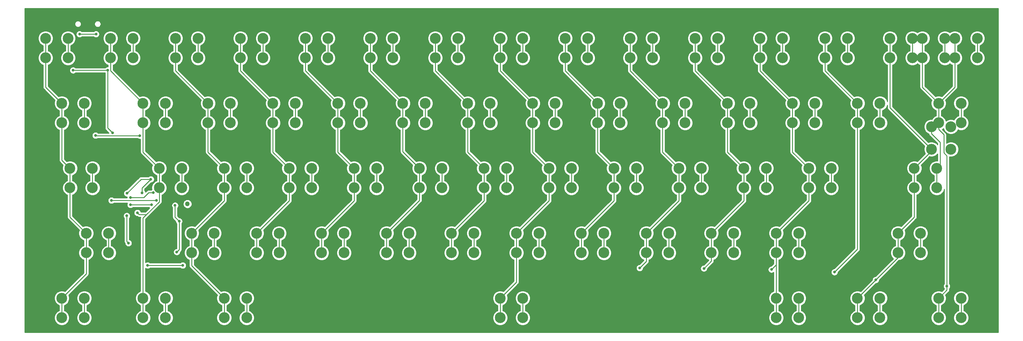
<source format=gbr>
G04 #@! TF.GenerationSoftware,KiCad,Pcbnew,(5.1.5)-3*
G04 #@! TF.CreationDate,2020-04-19T20:31:16-04:00*
G04 #@! TF.ProjectId,Squid60,53717569-6436-4302-9e6b-696361645f70,rev?*
G04 #@! TF.SameCoordinates,Original*
G04 #@! TF.FileFunction,Copper,L1,Top*
G04 #@! TF.FilePolarity,Positive*
%FSLAX46Y46*%
G04 Gerber Fmt 4.6, Leading zero omitted, Abs format (unit mm)*
G04 Created by KiCad (PCBNEW (5.1.5)-3) date 2020-04-19 20:31:16*
%MOMM*%
%LPD*%
G04 APERTURE LIST*
%ADD10O,1.350000X1.350000*%
%ADD11R,1.350000X1.350000*%
%ADD12C,3.180000*%
%ADD13O,1.000000X2.100000*%
%ADD14O,1.000000X1.600000*%
%ADD15C,0.800000*%
%ADD16C,0.250000*%
%ADD17C,0.254000*%
G04 APERTURE END LIST*
D10*
X55778400Y-75692000D03*
D11*
X53778400Y-75692000D03*
D12*
X275556250Y-70961250D03*
X275556250Y-65241250D03*
X268956250Y-70961250D03*
X268956250Y-65241250D03*
X282700000Y-109061250D03*
X282700000Y-103341250D03*
X276100000Y-109061250D03*
X276100000Y-103341250D03*
X258887500Y-109061250D03*
X258887500Y-103341250D03*
X252287500Y-109061250D03*
X252287500Y-103341250D03*
X235075000Y-109061250D03*
X235075000Y-103341250D03*
X228475000Y-109061250D03*
X228475000Y-103341250D03*
X73150000Y-109061250D03*
X73150000Y-103341250D03*
X66550000Y-109061250D03*
X66550000Y-103341250D03*
X49337500Y-109061250D03*
X49337500Y-103341250D03*
X42737500Y-109061250D03*
X42737500Y-103341250D03*
X25525000Y-109061250D03*
X25525000Y-103341250D03*
X18925000Y-109061250D03*
X18925000Y-103341250D03*
D13*
X22230100Y-23448750D03*
X30870100Y-23448750D03*
D14*
X22230100Y-19268750D03*
X30870100Y-19268750D03*
D12*
X273997500Y-53056250D03*
X279717500Y-53056250D03*
X273997500Y-59656250D03*
X279717500Y-59656250D03*
X277937500Y-32861250D03*
X277937500Y-27141250D03*
X271337500Y-32861250D03*
X271337500Y-27141250D03*
X154112500Y-109061250D03*
X154112500Y-103341250D03*
X147512500Y-109061250D03*
X147512500Y-103341250D03*
X270793750Y-90011250D03*
X270793750Y-84291250D03*
X264193750Y-90011250D03*
X264193750Y-84291250D03*
X235075000Y-90011250D03*
X235075000Y-84291250D03*
X228475000Y-90011250D03*
X228475000Y-84291250D03*
X216025000Y-90011250D03*
X216025000Y-84291250D03*
X209425000Y-90011250D03*
X209425000Y-84291250D03*
X196975000Y-90011250D03*
X196975000Y-84291250D03*
X190375000Y-90011250D03*
X190375000Y-84291250D03*
X177925000Y-90011250D03*
X177925000Y-84291250D03*
X171325000Y-90011250D03*
X171325000Y-84291250D03*
X158875000Y-90011250D03*
X158875000Y-84291250D03*
X152275000Y-90011250D03*
X152275000Y-84291250D03*
X139825000Y-90011250D03*
X139825000Y-84291250D03*
X133225000Y-90011250D03*
X133225000Y-84291250D03*
X120775000Y-90011250D03*
X120775000Y-84291250D03*
X114175000Y-90011250D03*
X114175000Y-84291250D03*
X101725000Y-90011250D03*
X101725000Y-84291250D03*
X95125000Y-90011250D03*
X95125000Y-84291250D03*
X82675000Y-90011250D03*
X82675000Y-84291250D03*
X76075000Y-90011250D03*
X76075000Y-84291250D03*
X63625000Y-90011250D03*
X63625000Y-84291250D03*
X57025000Y-90011250D03*
X57025000Y-84291250D03*
X32668750Y-90011250D03*
X32668750Y-84291250D03*
X26068750Y-90011250D03*
X26068750Y-84291250D03*
X244600000Y-70961250D03*
X244600000Y-65241250D03*
X238000000Y-70961250D03*
X238000000Y-65241250D03*
X225550000Y-70961250D03*
X225550000Y-65241250D03*
X218950000Y-70961250D03*
X218950000Y-65241250D03*
X206500000Y-70961250D03*
X206500000Y-65241250D03*
X199900000Y-70961250D03*
X199900000Y-65241250D03*
X187450000Y-70961250D03*
X187450000Y-65241250D03*
X180850000Y-70961250D03*
X180850000Y-65241250D03*
X168400000Y-70961250D03*
X168400000Y-65241250D03*
X161800000Y-70961250D03*
X161800000Y-65241250D03*
X149350000Y-70961250D03*
X149350000Y-65241250D03*
X142750000Y-70961250D03*
X142750000Y-65241250D03*
X130425000Y-70961250D03*
X130425000Y-65241250D03*
X123825000Y-70961250D03*
X123825000Y-65241250D03*
X111250000Y-70961250D03*
X111250000Y-65241250D03*
X104650000Y-70961250D03*
X104650000Y-65241250D03*
X92200000Y-70961250D03*
X92200000Y-65241250D03*
X85600000Y-70961250D03*
X85600000Y-65241250D03*
X73150000Y-70961250D03*
X73150000Y-65241250D03*
X66550000Y-70961250D03*
X66550000Y-65241250D03*
X54100000Y-70961250D03*
X54100000Y-65241250D03*
X47500000Y-70961250D03*
X47500000Y-65241250D03*
X27906250Y-70961250D03*
X27906250Y-65241250D03*
X21306250Y-70961250D03*
X21306250Y-65241250D03*
X282700000Y-51911250D03*
X282700000Y-46191250D03*
X276100000Y-51911250D03*
X276100000Y-46191250D03*
X258887500Y-51911250D03*
X258887500Y-46191250D03*
X252287500Y-51911250D03*
X252287500Y-46191250D03*
X239837500Y-51911250D03*
X239837500Y-46191250D03*
X233237500Y-51911250D03*
X233237500Y-46191250D03*
X220787500Y-51911250D03*
X220787500Y-46191250D03*
X214187500Y-51911250D03*
X214187500Y-46191250D03*
X201737500Y-51911250D03*
X201737500Y-46191250D03*
X195137500Y-51911250D03*
X195137500Y-46191250D03*
X182687500Y-51911250D03*
X182687500Y-46191250D03*
X176087500Y-51911250D03*
X176087500Y-46191250D03*
X163637500Y-51911250D03*
X163637500Y-46191250D03*
X157037500Y-51911250D03*
X157037500Y-46191250D03*
X144587500Y-51911250D03*
X144587500Y-46191250D03*
X137987500Y-51911250D03*
X137987500Y-46191250D03*
X125537500Y-51911250D03*
X125537500Y-46191250D03*
X118937500Y-51911250D03*
X118937500Y-46191250D03*
X106487500Y-51911250D03*
X106487500Y-46191250D03*
X99887500Y-51911250D03*
X99887500Y-46191250D03*
X87437500Y-51911250D03*
X87437500Y-46191250D03*
X80837500Y-51911250D03*
X80837500Y-46191250D03*
X68387500Y-51911250D03*
X68387500Y-46191250D03*
X61787500Y-51911250D03*
X61787500Y-46191250D03*
X49337500Y-51911250D03*
X49337500Y-46191250D03*
X42737500Y-51911250D03*
X42737500Y-46191250D03*
X25525000Y-51911250D03*
X25525000Y-46191250D03*
X18925000Y-51911250D03*
X18925000Y-46191250D03*
X287462500Y-32861250D03*
X287462500Y-27141250D03*
X280862500Y-32861250D03*
X280862500Y-27141250D03*
X268412500Y-32861250D03*
X268412500Y-27141250D03*
X261812500Y-32861250D03*
X261812500Y-27141250D03*
X249362500Y-32861250D03*
X249362500Y-27141250D03*
X242762500Y-32861250D03*
X242762500Y-27141250D03*
X230312500Y-32861250D03*
X230312500Y-27141250D03*
X223712500Y-32861250D03*
X223712500Y-27141250D03*
X211262500Y-32861250D03*
X211262500Y-27141250D03*
X204662500Y-32861250D03*
X204662500Y-27141250D03*
X192212500Y-32861250D03*
X192212500Y-27141250D03*
X185612500Y-32861250D03*
X185612500Y-27141250D03*
X173162500Y-32861250D03*
X173162500Y-27141250D03*
X166562500Y-32861250D03*
X166562500Y-27141250D03*
X154112500Y-32861250D03*
X154112500Y-27141250D03*
X147512500Y-32861250D03*
X147512500Y-27141250D03*
X135062500Y-32861250D03*
X135062500Y-27141250D03*
X128462500Y-32861250D03*
X128462500Y-27141250D03*
X116012500Y-32861250D03*
X116012500Y-27141250D03*
X109412500Y-32861250D03*
X109412500Y-27141250D03*
X96962500Y-32861250D03*
X96962500Y-27141250D03*
X90362500Y-32861250D03*
X90362500Y-27141250D03*
X77912500Y-32861250D03*
X77912500Y-27141250D03*
X71312500Y-32861250D03*
X71312500Y-27141250D03*
X58862500Y-32861250D03*
X58862500Y-27141250D03*
X52262500Y-32861250D03*
X52262500Y-27141250D03*
X39812500Y-32861250D03*
X39812500Y-27141250D03*
X33212500Y-32861250D03*
X33212500Y-27141250D03*
X20762500Y-32861250D03*
X20762500Y-27141250D03*
X14162500Y-32861250D03*
X14162500Y-27141250D03*
D15*
X32359600Y-36499800D03*
X22225000Y-36512500D03*
X33782000Y-54864000D03*
X28803600Y-55626000D03*
X41783000Y-55651400D03*
X33477200Y-74676000D03*
X46710600Y-74676000D03*
X54406800Y-93726000D03*
X44094400Y-93726000D03*
X41084500Y-78295500D03*
X188404500Y-94488000D03*
X207264000Y-94615000D03*
X227076000Y-94932500D03*
X245554500Y-95694500D03*
X257665625Y-97963125D03*
X278511000Y-99822000D03*
X54864000Y-88773000D03*
X24130000Y-25908000D03*
X28956000Y-25908000D03*
X45021500Y-68453000D03*
X42481500Y-72453500D03*
X52133500Y-76136500D03*
X53340000Y-80772000D03*
X38481000Y-87185500D03*
X52641500Y-89789000D03*
X38036500Y-72580500D03*
X37973000Y-79184500D03*
X45783500Y-72390000D03*
X45212000Y-75946000D03*
X39052500Y-73850500D03*
X39052500Y-75946000D03*
D16*
X32346900Y-36512500D02*
X32359600Y-36499800D01*
X22225000Y-36512500D02*
X32346900Y-36512500D01*
X32359600Y-36499800D02*
X32359600Y-53441600D01*
X32359600Y-53441600D02*
X33782000Y-54864000D01*
X20762500Y-32861250D02*
X20762500Y-27141250D01*
X39812500Y-27141250D02*
X39812500Y-32861250D01*
X58862500Y-27141250D02*
X58862500Y-32861250D01*
X77912500Y-27141250D02*
X77912500Y-32861250D01*
X96962500Y-27141250D02*
X96962500Y-32861250D01*
X116012500Y-27141250D02*
X116012500Y-32861250D01*
X135062500Y-27141250D02*
X135062500Y-32861250D01*
X154112500Y-27141250D02*
X154112500Y-32861250D01*
X173162500Y-27141250D02*
X173162500Y-32861250D01*
X192212500Y-27141250D02*
X192212500Y-32861250D01*
X211262500Y-27141250D02*
X211262500Y-32861250D01*
X230312500Y-27141250D02*
X230312500Y-32861250D01*
X249362500Y-27141250D02*
X249362500Y-32861250D01*
X268412500Y-27141250D02*
X268412500Y-32861250D01*
X277937500Y-27141250D02*
X277937500Y-32861250D01*
X287462500Y-27141250D02*
X287462500Y-32861250D01*
X28803600Y-55626000D02*
X28829000Y-55651400D01*
X28829000Y-55651400D02*
X41783000Y-55651400D01*
X25525000Y-46191250D02*
X25525000Y-51911250D01*
X49337500Y-46191250D02*
X49337500Y-51911250D01*
X68387500Y-51911250D02*
X68387500Y-46191250D01*
X87437500Y-46191250D02*
X87437500Y-51911250D01*
X106487500Y-51911250D02*
X106487500Y-46191250D01*
X125537500Y-51911250D02*
X125537500Y-46191250D01*
X144587500Y-46191250D02*
X144587500Y-51911250D01*
X163637500Y-51911250D02*
X163637500Y-46191250D01*
X182687500Y-51911250D02*
X182687500Y-46191250D01*
X201737500Y-46191250D02*
X201737500Y-51911250D01*
X220787500Y-51911250D02*
X220787500Y-46191250D01*
X239837500Y-51911250D02*
X239837500Y-46191250D01*
X258887500Y-46191250D02*
X258887500Y-51911250D01*
X282700000Y-46191250D02*
X282700000Y-51911250D01*
X27906250Y-65241250D02*
X27906250Y-70961250D01*
X33477200Y-74676000D02*
X46710600Y-74676000D01*
X54100000Y-65241250D02*
X54100000Y-70961250D01*
X73150000Y-65241250D02*
X73150000Y-70961250D01*
X92200000Y-65241250D02*
X92200000Y-70961250D01*
X111250000Y-65241250D02*
X111250000Y-70961250D01*
X130425000Y-70961250D02*
X130425000Y-65241250D01*
X149350000Y-70961250D02*
X149350000Y-65241250D01*
X168400000Y-70961250D02*
X168400000Y-65241250D01*
X187450000Y-70961250D02*
X187450000Y-65241250D01*
X206500000Y-70961250D02*
X206500000Y-65241250D01*
X225550000Y-70961250D02*
X225550000Y-65241250D01*
X244600000Y-70961250D02*
X244600000Y-65241250D01*
X275556250Y-65241250D02*
X275556250Y-70961250D01*
X273997500Y-53056250D02*
X273997500Y-55113000D01*
X273997500Y-55113000D02*
X276542500Y-57658000D01*
X276542500Y-64255000D02*
X275556250Y-65241250D01*
X276542500Y-57658000D02*
X276542500Y-64255000D01*
X32668750Y-84291250D02*
X32668750Y-90011250D01*
X63625000Y-84291250D02*
X63625000Y-90011250D01*
X54406800Y-93726000D02*
X44094400Y-93726000D01*
X82675000Y-84291250D02*
X82675000Y-90011250D01*
X101725000Y-84291250D02*
X101725000Y-90011250D01*
X120775000Y-84291250D02*
X120775000Y-90011250D01*
X139825000Y-90011250D02*
X139825000Y-84291250D01*
X158875000Y-90011250D02*
X158875000Y-84291250D01*
X177925000Y-84291250D02*
X177925000Y-90011250D01*
X196975000Y-90011250D02*
X196975000Y-84291250D01*
X216025000Y-84291250D02*
X216025000Y-90011250D01*
X235075000Y-90011250D02*
X235075000Y-84291250D01*
X270793750Y-84291250D02*
X270793750Y-90011250D01*
X25525000Y-103341250D02*
X25525000Y-109061250D01*
X49337500Y-103341250D02*
X49337500Y-109061250D01*
X73150000Y-103341250D02*
X73150000Y-109061250D01*
X154112500Y-109061250D02*
X154112500Y-103341250D01*
X235075000Y-109061250D02*
X235075000Y-103341250D01*
X258887500Y-109061250D02*
X258887500Y-103341250D01*
X282700000Y-103341250D02*
X282700000Y-109061250D01*
X14162500Y-27141250D02*
X14162500Y-32861250D01*
X14162500Y-41428750D02*
X18925000Y-46191250D01*
X14162500Y-32861250D02*
X14162500Y-41428750D01*
X18925000Y-46191250D02*
X18925000Y-51911250D01*
X18925000Y-62860000D02*
X21306250Y-65241250D01*
X18925000Y-51911250D02*
X18925000Y-62860000D01*
X21306250Y-65241250D02*
X21306250Y-70961250D01*
X21306250Y-79528750D02*
X26068750Y-84291250D01*
X21306250Y-70961250D02*
X21306250Y-79528750D01*
X26068750Y-84291250D02*
X26068750Y-90011250D01*
X26068750Y-96197500D02*
X18925000Y-103341250D01*
X26068750Y-90011250D02*
X26068750Y-96197500D01*
X18925000Y-103341250D02*
X18925000Y-109061250D01*
X42737500Y-103341250D02*
X42737500Y-109061250D01*
X47500000Y-70961250D02*
X47500000Y-65241250D01*
X42737500Y-60478750D02*
X47500000Y-65241250D01*
X42737500Y-51911250D02*
X42737500Y-60478750D01*
X42737500Y-46191250D02*
X42737500Y-51911250D01*
X33212500Y-27141250D02*
X33212500Y-32861250D01*
X33212500Y-36666250D02*
X42737500Y-46191250D01*
X33212500Y-32861250D02*
X33212500Y-36666250D01*
X42737500Y-103341250D02*
X42737500Y-90997500D01*
X42737500Y-90997500D02*
X42735500Y-90995500D01*
X42735500Y-90995500D02*
X42735500Y-79819500D01*
X47500000Y-75055000D02*
X47500000Y-70961250D01*
X41592500Y-78803500D02*
X41084500Y-78295500D01*
X43751500Y-78803500D02*
X41592500Y-78803500D01*
X43751500Y-78803500D02*
X47500000Y-75055000D01*
X42735500Y-79819500D02*
X43751500Y-78803500D01*
X52262500Y-27141250D02*
X52262500Y-32861250D01*
X52262500Y-36666250D02*
X61787500Y-46191250D01*
X52262500Y-32861250D02*
X52262500Y-36666250D01*
X61787500Y-46191250D02*
X61787500Y-51911250D01*
X61787500Y-60478750D02*
X66550000Y-65241250D01*
X61787500Y-51911250D02*
X61787500Y-60478750D01*
X66550000Y-65241250D02*
X66550000Y-70961250D01*
X66550000Y-74766250D02*
X57025000Y-84291250D01*
X66550000Y-70961250D02*
X66550000Y-74766250D01*
X57025000Y-84291250D02*
X57025000Y-90011250D01*
X57025000Y-93816250D02*
X66550000Y-103341250D01*
X57025000Y-90011250D02*
X57025000Y-93816250D01*
X66550000Y-103341250D02*
X66550000Y-109061250D01*
X90362500Y-27141250D02*
X90362500Y-32861250D01*
X90362500Y-36666250D02*
X99887500Y-46191250D01*
X90362500Y-32861250D02*
X90362500Y-36666250D01*
X99887500Y-46191250D02*
X99887500Y-51911250D01*
X99887500Y-60478750D02*
X104650000Y-65241250D01*
X99887500Y-51911250D02*
X99887500Y-60478750D01*
X104650000Y-65241250D02*
X104650000Y-70961250D01*
X104650000Y-74766250D02*
X95125000Y-84291250D01*
X104650000Y-70961250D02*
X104650000Y-74766250D01*
X95125000Y-84291250D02*
X95125000Y-90011250D01*
X109412500Y-27141250D02*
X109412500Y-32861250D01*
X109412500Y-36666250D02*
X118937500Y-46191250D01*
X109412500Y-32861250D02*
X109412500Y-36666250D01*
X118937500Y-46191250D02*
X118937500Y-51911250D01*
X118937500Y-60353750D02*
X123825000Y-65241250D01*
X118937500Y-51911250D02*
X118937500Y-60353750D01*
X123825000Y-65241250D02*
X123825000Y-70961250D01*
X123825000Y-74641250D02*
X114175000Y-84291250D01*
X123825000Y-70961250D02*
X123825000Y-74641250D01*
X114175000Y-84291250D02*
X114175000Y-90011250D01*
X142750000Y-74766250D02*
X133225000Y-84291250D01*
X142750000Y-70961250D02*
X142750000Y-74766250D01*
X133225000Y-84291250D02*
X133225000Y-90011250D01*
X142750000Y-65241250D02*
X142750000Y-70961250D01*
X137987500Y-46191250D02*
X137987500Y-51911250D01*
X137987500Y-60478750D02*
X142750000Y-65241250D01*
X137987500Y-51911250D02*
X137987500Y-60478750D01*
X128462500Y-27141250D02*
X128462500Y-32861250D01*
X128462500Y-36666250D02*
X137987500Y-46191250D01*
X128462500Y-32861250D02*
X128462500Y-36666250D01*
X147512500Y-27141250D02*
X147512500Y-32861250D01*
X147512500Y-36666250D02*
X157037500Y-46191250D01*
X147512500Y-32861250D02*
X147512500Y-36666250D01*
X157037500Y-46191250D02*
X157037500Y-51911250D01*
X157037500Y-60478750D02*
X161800000Y-65241250D01*
X157037500Y-51911250D02*
X157037500Y-60478750D01*
X161800000Y-65241250D02*
X161800000Y-70961250D01*
X161800000Y-74766250D02*
X152275000Y-84291250D01*
X161800000Y-70961250D02*
X161800000Y-74766250D01*
X152275000Y-84291250D02*
X152275000Y-90011250D01*
X152275000Y-98578750D02*
X147512500Y-103341250D01*
X152275000Y-90011250D02*
X152275000Y-98578750D01*
X147512500Y-103341250D02*
X147512500Y-109061250D01*
X171325000Y-90011250D02*
X171325000Y-84291250D01*
X166562500Y-27141250D02*
X166562500Y-32861250D01*
X166562500Y-36666250D02*
X176087500Y-46191250D01*
X166562500Y-32861250D02*
X166562500Y-36666250D01*
X176087500Y-46191250D02*
X176087500Y-51911250D01*
X176087500Y-60478750D02*
X180850000Y-65241250D01*
X176087500Y-51911250D02*
X176087500Y-60478750D01*
X180850000Y-65241250D02*
X180850000Y-70961250D01*
X180850000Y-74766250D02*
X171325000Y-84291250D01*
X180850000Y-70961250D02*
X180850000Y-74766250D01*
X185612500Y-27141250D02*
X185612500Y-32861250D01*
X185612500Y-36666250D02*
X195137500Y-46191250D01*
X185612500Y-32861250D02*
X185612500Y-36666250D01*
X195137500Y-46191250D02*
X195137500Y-51911250D01*
X195137500Y-60478750D02*
X199900000Y-65241250D01*
X195137500Y-51911250D02*
X195137500Y-60478750D01*
X199900000Y-65241250D02*
X199900000Y-70961250D01*
X199900000Y-74766250D02*
X190375000Y-84291250D01*
X199900000Y-70961250D02*
X199900000Y-74766250D01*
X190375000Y-84291250D02*
X190375000Y-90011250D01*
X190375000Y-90011250D02*
X190375000Y-92517500D01*
X190375000Y-92517500D02*
X188404500Y-94488000D01*
X209425000Y-84291250D02*
X209425000Y-90011250D01*
X218950000Y-65241250D02*
X218950000Y-70961250D01*
X214187500Y-51911250D02*
X214187500Y-46191250D01*
X204662500Y-27141250D02*
X204662500Y-32861250D01*
X204662500Y-36666250D02*
X214187500Y-46191250D01*
X204662500Y-32861250D02*
X204662500Y-36666250D01*
X214187500Y-60478750D02*
X218950000Y-65241250D01*
X214187500Y-51911250D02*
X214187500Y-60478750D01*
X218950000Y-74766250D02*
X209425000Y-84291250D01*
X218950000Y-70961250D02*
X218950000Y-74766250D01*
X209425000Y-90011250D02*
X209425000Y-92454000D01*
X209425000Y-92454000D02*
X207264000Y-94615000D01*
X223712500Y-27141250D02*
X223712500Y-32861250D01*
X223712500Y-36666250D02*
X233237500Y-46191250D01*
X223712500Y-32861250D02*
X223712500Y-36666250D01*
X233237500Y-46191250D02*
X233237500Y-51911250D01*
X233237500Y-60478750D02*
X238000000Y-65241250D01*
X233237500Y-51911250D02*
X233237500Y-60478750D01*
X238000000Y-65241250D02*
X238000000Y-70961250D01*
X238000000Y-74766250D02*
X228475000Y-84291250D01*
X238000000Y-70961250D02*
X238000000Y-74766250D01*
X228475000Y-90011250D02*
X228475000Y-84291250D01*
X228475000Y-90011250D02*
X228475000Y-103341250D01*
X228475000Y-103341250D02*
X228475000Y-109061250D01*
X228475000Y-90011250D02*
X228475000Y-93533500D01*
X228475000Y-93533500D02*
X227076000Y-94932500D01*
X242762500Y-36666250D02*
X252287500Y-46191250D01*
X242762500Y-32861250D02*
X242762500Y-36666250D01*
X252287500Y-46191250D02*
X252287500Y-51911250D01*
X242762500Y-32861250D02*
X242762500Y-27141250D01*
X252287500Y-51911250D02*
X252287500Y-88961500D01*
X252287500Y-88961500D02*
X245554500Y-95694500D01*
X261812500Y-47471250D02*
X273997500Y-59656250D01*
X261812500Y-32861250D02*
X261812500Y-47471250D01*
X273997500Y-60200000D02*
X268956250Y-65241250D01*
X273997500Y-59656250D02*
X273997500Y-60200000D01*
X268956250Y-65241250D02*
X268956250Y-70961250D01*
X268956250Y-79528750D02*
X264193750Y-84291250D01*
X268956250Y-70961250D02*
X268956250Y-79528750D01*
X264193750Y-84291250D02*
X264193750Y-90011250D01*
X264193750Y-91435000D02*
X257665625Y-97963125D01*
X264193750Y-90011250D02*
X264193750Y-91435000D01*
X252287500Y-103341250D02*
X252287500Y-109061250D01*
X261812500Y-27141250D02*
X261812500Y-32861250D01*
X257665625Y-97963125D02*
X252287500Y-103341250D01*
X276100000Y-109061250D02*
X276100000Y-103341250D01*
X280862500Y-41428750D02*
X276100000Y-46191250D01*
X280862500Y-32861250D02*
X280862500Y-41428750D01*
X276100000Y-46191250D02*
X276100000Y-51911250D01*
X271337500Y-41428750D02*
X276100000Y-46191250D01*
X271337500Y-32861250D02*
X271337500Y-41428750D01*
X271337500Y-27141250D02*
X271337500Y-32861250D01*
X280862500Y-27141250D02*
X280862500Y-32861250D01*
X276100000Y-51911250D02*
X276100000Y-53850000D01*
X276100000Y-53850000D02*
X277622000Y-55372000D01*
X277622000Y-55372000D02*
X277622000Y-60706000D01*
X277622000Y-60706000D02*
X278511000Y-61595000D01*
X278511000Y-100930250D02*
X276100000Y-103341250D01*
X278511000Y-61595000D02*
X278511000Y-99822000D01*
X278511000Y-99822000D02*
X278511000Y-100930250D01*
X24130000Y-25908000D02*
X28956000Y-25908000D01*
X45021500Y-68453000D02*
X42481500Y-70993000D01*
X42481500Y-70993000D02*
X42481500Y-72453500D01*
X52133500Y-79565500D02*
X53340000Y-80772000D01*
X52133500Y-76136500D02*
X52133500Y-79565500D01*
X53340000Y-80772000D02*
X53340000Y-87439500D01*
X53340000Y-87439500D02*
X53340000Y-89090500D01*
X53340000Y-89090500D02*
X52641500Y-89789000D01*
X45021500Y-68453000D02*
X42164000Y-68453000D01*
X42164000Y-68453000D02*
X38036500Y-72580500D01*
X37973000Y-86677500D02*
X38481000Y-87185500D01*
X37973000Y-79184500D02*
X37973000Y-86677500D01*
X45783500Y-72390000D02*
X44386500Y-72390000D01*
X44386500Y-72390000D02*
X42926000Y-73850500D01*
X42926000Y-73850500D02*
X39052500Y-73850500D01*
X45212000Y-75946000D02*
X39814500Y-75946000D01*
X39814500Y-75946000D02*
X39052500Y-75946000D01*
X71312500Y-27141250D02*
X71312500Y-32861250D01*
X71312500Y-36666250D02*
X80837500Y-46191250D01*
X71312500Y-32861250D02*
X71312500Y-36666250D01*
X80837500Y-46191250D02*
X80837500Y-51911250D01*
X80837500Y-60478750D02*
X85600000Y-65241250D01*
X80837500Y-51911250D02*
X80837500Y-60478750D01*
X85600000Y-65241250D02*
X85600000Y-70961250D01*
X85600000Y-74766250D02*
X76075000Y-84291250D01*
X85600000Y-70961250D02*
X85600000Y-74766250D01*
X76075000Y-84291250D02*
X76075000Y-90011250D01*
D17*
G36*
X293560500Y-113379250D02*
G01*
X8064500Y-113379250D01*
X8064500Y-26922107D01*
X11937500Y-26922107D01*
X11937500Y-27360393D01*
X12023005Y-27790259D01*
X12190730Y-28195183D01*
X12434230Y-28559605D01*
X12744145Y-28869520D01*
X13108567Y-29113020D01*
X13402500Y-29234771D01*
X13402501Y-30767729D01*
X13108567Y-30889480D01*
X12744145Y-31132980D01*
X12434230Y-31442895D01*
X12190730Y-31807317D01*
X12023005Y-32212241D01*
X11937500Y-32642107D01*
X11937500Y-33080393D01*
X12023005Y-33510259D01*
X12190730Y-33915183D01*
X12434230Y-34279605D01*
X12744145Y-34589520D01*
X13108567Y-34833020D01*
X13402500Y-34954771D01*
X13402501Y-41391418D01*
X13398824Y-41428750D01*
X13402501Y-41466083D01*
X13413498Y-41577736D01*
X13426680Y-41621192D01*
X13456954Y-41720996D01*
X13527526Y-41853026D01*
X13598701Y-41939752D01*
X13622500Y-41968751D01*
X13651498Y-41992549D01*
X16907256Y-45248308D01*
X16785505Y-45542241D01*
X16700000Y-45972107D01*
X16700000Y-46410393D01*
X16785505Y-46840259D01*
X16953230Y-47245183D01*
X17196730Y-47609605D01*
X17506645Y-47919520D01*
X17871067Y-48163020D01*
X18165000Y-48284771D01*
X18165001Y-49817729D01*
X17871067Y-49939480D01*
X17506645Y-50182980D01*
X17196730Y-50492895D01*
X16953230Y-50857317D01*
X16785505Y-51262241D01*
X16700000Y-51692107D01*
X16700000Y-52130393D01*
X16785505Y-52560259D01*
X16953230Y-52965183D01*
X17196730Y-53329605D01*
X17506645Y-53639520D01*
X17871067Y-53883020D01*
X18165000Y-54004771D01*
X18165001Y-62822668D01*
X18161324Y-62860000D01*
X18165001Y-62897333D01*
X18175998Y-63008986D01*
X18189180Y-63052442D01*
X18219454Y-63152246D01*
X18290026Y-63284276D01*
X18361201Y-63371002D01*
X18385000Y-63400001D01*
X18413998Y-63423799D01*
X19288506Y-64298308D01*
X19166755Y-64592241D01*
X19081250Y-65022107D01*
X19081250Y-65460393D01*
X19166755Y-65890259D01*
X19334480Y-66295183D01*
X19577980Y-66659605D01*
X19887895Y-66969520D01*
X20252317Y-67213020D01*
X20546250Y-67334771D01*
X20546251Y-68867729D01*
X20252317Y-68989480D01*
X19887895Y-69232980D01*
X19577980Y-69542895D01*
X19334480Y-69907317D01*
X19166755Y-70312241D01*
X19081250Y-70742107D01*
X19081250Y-71180393D01*
X19166755Y-71610259D01*
X19334480Y-72015183D01*
X19577980Y-72379605D01*
X19887895Y-72689520D01*
X20252317Y-72933020D01*
X20546250Y-73054771D01*
X20546251Y-79491418D01*
X20542574Y-79528750D01*
X20546251Y-79566083D01*
X20557248Y-79677736D01*
X20568396Y-79714486D01*
X20600704Y-79820996D01*
X20671276Y-79953026D01*
X20742451Y-80039752D01*
X20766250Y-80068751D01*
X20795248Y-80092549D01*
X24051006Y-83348308D01*
X23929255Y-83642241D01*
X23843750Y-84072107D01*
X23843750Y-84510393D01*
X23929255Y-84940259D01*
X24096980Y-85345183D01*
X24340480Y-85709605D01*
X24650395Y-86019520D01*
X25014817Y-86263020D01*
X25308750Y-86384771D01*
X25308751Y-87917729D01*
X25014817Y-88039480D01*
X24650395Y-88282980D01*
X24340480Y-88592895D01*
X24096980Y-88957317D01*
X23929255Y-89362241D01*
X23843750Y-89792107D01*
X23843750Y-90230393D01*
X23929255Y-90660259D01*
X24096980Y-91065183D01*
X24340480Y-91429605D01*
X24650395Y-91739520D01*
X25014817Y-91983020D01*
X25308750Y-92104771D01*
X25308751Y-95882697D01*
X19867943Y-101323506D01*
X19574009Y-101201755D01*
X19144143Y-101116250D01*
X18705857Y-101116250D01*
X18275991Y-101201755D01*
X17871067Y-101369480D01*
X17506645Y-101612980D01*
X17196730Y-101922895D01*
X16953230Y-102287317D01*
X16785505Y-102692241D01*
X16700000Y-103122107D01*
X16700000Y-103560393D01*
X16785505Y-103990259D01*
X16953230Y-104395183D01*
X17196730Y-104759605D01*
X17506645Y-105069520D01*
X17871067Y-105313020D01*
X18165000Y-105434771D01*
X18165001Y-106967729D01*
X17871067Y-107089480D01*
X17506645Y-107332980D01*
X17196730Y-107642895D01*
X16953230Y-108007317D01*
X16785505Y-108412241D01*
X16700000Y-108842107D01*
X16700000Y-109280393D01*
X16785505Y-109710259D01*
X16953230Y-110115183D01*
X17196730Y-110479605D01*
X17506645Y-110789520D01*
X17871067Y-111033020D01*
X18275991Y-111200745D01*
X18705857Y-111286250D01*
X19144143Y-111286250D01*
X19574009Y-111200745D01*
X19978933Y-111033020D01*
X20343355Y-110789520D01*
X20653270Y-110479605D01*
X20896770Y-110115183D01*
X21064495Y-109710259D01*
X21150000Y-109280393D01*
X21150000Y-108842107D01*
X21064495Y-108412241D01*
X20896770Y-108007317D01*
X20653270Y-107642895D01*
X20343355Y-107332980D01*
X19978933Y-107089480D01*
X19685000Y-106967729D01*
X19685000Y-105434771D01*
X19978933Y-105313020D01*
X20343355Y-105069520D01*
X20653270Y-104759605D01*
X20896770Y-104395183D01*
X21064495Y-103990259D01*
X21150000Y-103560393D01*
X21150000Y-103122107D01*
X23300000Y-103122107D01*
X23300000Y-103560393D01*
X23385505Y-103990259D01*
X23553230Y-104395183D01*
X23796730Y-104759605D01*
X24106645Y-105069520D01*
X24471067Y-105313020D01*
X24765000Y-105434771D01*
X24765001Y-106967729D01*
X24471067Y-107089480D01*
X24106645Y-107332980D01*
X23796730Y-107642895D01*
X23553230Y-108007317D01*
X23385505Y-108412241D01*
X23300000Y-108842107D01*
X23300000Y-109280393D01*
X23385505Y-109710259D01*
X23553230Y-110115183D01*
X23796730Y-110479605D01*
X24106645Y-110789520D01*
X24471067Y-111033020D01*
X24875991Y-111200745D01*
X25305857Y-111286250D01*
X25744143Y-111286250D01*
X26174009Y-111200745D01*
X26578933Y-111033020D01*
X26943355Y-110789520D01*
X27253270Y-110479605D01*
X27496770Y-110115183D01*
X27664495Y-109710259D01*
X27750000Y-109280393D01*
X27750000Y-108842107D01*
X27664495Y-108412241D01*
X27496770Y-108007317D01*
X27253270Y-107642895D01*
X26943355Y-107332980D01*
X26578933Y-107089480D01*
X26285000Y-106967729D01*
X26285000Y-105434771D01*
X26578933Y-105313020D01*
X26943355Y-105069520D01*
X27253270Y-104759605D01*
X27496770Y-104395183D01*
X27664495Y-103990259D01*
X27750000Y-103560393D01*
X27750000Y-103122107D01*
X27664495Y-102692241D01*
X27496770Y-102287317D01*
X27253270Y-101922895D01*
X26943355Y-101612980D01*
X26578933Y-101369480D01*
X26174009Y-101201755D01*
X25744143Y-101116250D01*
X25305857Y-101116250D01*
X24875991Y-101201755D01*
X24471067Y-101369480D01*
X24106645Y-101612980D01*
X23796730Y-101922895D01*
X23553230Y-102287317D01*
X23385505Y-102692241D01*
X23300000Y-103122107D01*
X21150000Y-103122107D01*
X21064495Y-102692241D01*
X20942744Y-102398307D01*
X26579753Y-96761299D01*
X26608751Y-96737501D01*
X26647959Y-96689726D01*
X26703724Y-96621777D01*
X26774296Y-96489747D01*
X26801506Y-96400046D01*
X26817753Y-96346486D01*
X26828750Y-96234833D01*
X26828750Y-96234824D01*
X26832426Y-96197501D01*
X26828750Y-96160178D01*
X26828750Y-92104771D01*
X27122683Y-91983020D01*
X27487105Y-91739520D01*
X27797020Y-91429605D01*
X28040520Y-91065183D01*
X28208245Y-90660259D01*
X28293750Y-90230393D01*
X28293750Y-89792107D01*
X28208245Y-89362241D01*
X28040520Y-88957317D01*
X27797020Y-88592895D01*
X27487105Y-88282980D01*
X27122683Y-88039480D01*
X26828750Y-87917729D01*
X26828750Y-86384771D01*
X27122683Y-86263020D01*
X27487105Y-86019520D01*
X27797020Y-85709605D01*
X28040520Y-85345183D01*
X28208245Y-84940259D01*
X28293750Y-84510393D01*
X28293750Y-84072107D01*
X30443750Y-84072107D01*
X30443750Y-84510393D01*
X30529255Y-84940259D01*
X30696980Y-85345183D01*
X30940480Y-85709605D01*
X31250395Y-86019520D01*
X31614817Y-86263020D01*
X31908750Y-86384771D01*
X31908751Y-87917729D01*
X31614817Y-88039480D01*
X31250395Y-88282980D01*
X30940480Y-88592895D01*
X30696980Y-88957317D01*
X30529255Y-89362241D01*
X30443750Y-89792107D01*
X30443750Y-90230393D01*
X30529255Y-90660259D01*
X30696980Y-91065183D01*
X30940480Y-91429605D01*
X31250395Y-91739520D01*
X31614817Y-91983020D01*
X32019741Y-92150745D01*
X32449607Y-92236250D01*
X32887893Y-92236250D01*
X33317759Y-92150745D01*
X33722683Y-91983020D01*
X34087105Y-91739520D01*
X34397020Y-91429605D01*
X34640520Y-91065183D01*
X34808245Y-90660259D01*
X34893750Y-90230393D01*
X34893750Y-89792107D01*
X34808245Y-89362241D01*
X34640520Y-88957317D01*
X34397020Y-88592895D01*
X34087105Y-88282980D01*
X33722683Y-88039480D01*
X33428750Y-87917729D01*
X33428750Y-86384771D01*
X33722683Y-86263020D01*
X34087105Y-86019520D01*
X34397020Y-85709605D01*
X34640520Y-85345183D01*
X34808245Y-84940259D01*
X34893750Y-84510393D01*
X34893750Y-84072107D01*
X34808245Y-83642241D01*
X34640520Y-83237317D01*
X34397020Y-82872895D01*
X34087105Y-82562980D01*
X33722683Y-82319480D01*
X33317759Y-82151755D01*
X32887893Y-82066250D01*
X32449607Y-82066250D01*
X32019741Y-82151755D01*
X31614817Y-82319480D01*
X31250395Y-82562980D01*
X30940480Y-82872895D01*
X30696980Y-83237317D01*
X30529255Y-83642241D01*
X30443750Y-84072107D01*
X28293750Y-84072107D01*
X28208245Y-83642241D01*
X28040520Y-83237317D01*
X27797020Y-82872895D01*
X27487105Y-82562980D01*
X27122683Y-82319480D01*
X26717759Y-82151755D01*
X26287893Y-82066250D01*
X25849607Y-82066250D01*
X25419741Y-82151755D01*
X25125808Y-82273506D01*
X22066250Y-79213949D01*
X22066250Y-79082561D01*
X36938000Y-79082561D01*
X36938000Y-79286439D01*
X36977774Y-79486398D01*
X37055795Y-79674756D01*
X37169063Y-79844274D01*
X37213000Y-79888211D01*
X37213001Y-86640168D01*
X37209324Y-86677500D01*
X37223998Y-86826485D01*
X37267454Y-86969746D01*
X37338026Y-87101776D01*
X37409201Y-87188502D01*
X37433000Y-87217501D01*
X37446000Y-87228170D01*
X37446000Y-87287439D01*
X37485774Y-87487398D01*
X37563795Y-87675756D01*
X37677063Y-87845274D01*
X37821226Y-87989437D01*
X37990744Y-88102705D01*
X38179102Y-88180726D01*
X38379061Y-88220500D01*
X38582939Y-88220500D01*
X38782898Y-88180726D01*
X38971256Y-88102705D01*
X39140774Y-87989437D01*
X39284937Y-87845274D01*
X39398205Y-87675756D01*
X39476226Y-87487398D01*
X39516000Y-87287439D01*
X39516000Y-87083561D01*
X39476226Y-86883602D01*
X39398205Y-86695244D01*
X39284937Y-86525726D01*
X39140774Y-86381563D01*
X38971256Y-86268295D01*
X38782898Y-86190274D01*
X38733000Y-86180349D01*
X38733000Y-79888211D01*
X38776937Y-79844274D01*
X38890205Y-79674756D01*
X38968226Y-79486398D01*
X39008000Y-79286439D01*
X39008000Y-79082561D01*
X38968226Y-78882602D01*
X38890205Y-78694244D01*
X38776937Y-78524726D01*
X38632774Y-78380563D01*
X38463256Y-78267295D01*
X38274898Y-78189274D01*
X38074939Y-78149500D01*
X37871061Y-78149500D01*
X37671102Y-78189274D01*
X37482744Y-78267295D01*
X37313226Y-78380563D01*
X37169063Y-78524726D01*
X37055795Y-78694244D01*
X36977774Y-78882602D01*
X36938000Y-79082561D01*
X22066250Y-79082561D01*
X22066250Y-73054771D01*
X22360183Y-72933020D01*
X22724605Y-72689520D01*
X23034520Y-72379605D01*
X23278020Y-72015183D01*
X23445745Y-71610259D01*
X23531250Y-71180393D01*
X23531250Y-70742107D01*
X23445745Y-70312241D01*
X23278020Y-69907317D01*
X23034520Y-69542895D01*
X22724605Y-69232980D01*
X22360183Y-68989480D01*
X22066250Y-68867729D01*
X22066250Y-67334771D01*
X22360183Y-67213020D01*
X22724605Y-66969520D01*
X23034520Y-66659605D01*
X23278020Y-66295183D01*
X23445745Y-65890259D01*
X23531250Y-65460393D01*
X23531250Y-65022107D01*
X25681250Y-65022107D01*
X25681250Y-65460393D01*
X25766755Y-65890259D01*
X25934480Y-66295183D01*
X26177980Y-66659605D01*
X26487895Y-66969520D01*
X26852317Y-67213020D01*
X27146250Y-67334771D01*
X27146251Y-68867729D01*
X26852317Y-68989480D01*
X26487895Y-69232980D01*
X26177980Y-69542895D01*
X25934480Y-69907317D01*
X25766755Y-70312241D01*
X25681250Y-70742107D01*
X25681250Y-71180393D01*
X25766755Y-71610259D01*
X25934480Y-72015183D01*
X26177980Y-72379605D01*
X26487895Y-72689520D01*
X26852317Y-72933020D01*
X27257241Y-73100745D01*
X27687107Y-73186250D01*
X28125393Y-73186250D01*
X28555259Y-73100745D01*
X28960183Y-72933020D01*
X29324605Y-72689520D01*
X29634520Y-72379605D01*
X29878020Y-72015183D01*
X30045745Y-71610259D01*
X30131250Y-71180393D01*
X30131250Y-70742107D01*
X30045745Y-70312241D01*
X29878020Y-69907317D01*
X29634520Y-69542895D01*
X29324605Y-69232980D01*
X28960183Y-68989480D01*
X28666250Y-68867729D01*
X28666250Y-67334771D01*
X28960183Y-67213020D01*
X29324605Y-66969520D01*
X29634520Y-66659605D01*
X29878020Y-66295183D01*
X30045745Y-65890259D01*
X30131250Y-65460393D01*
X30131250Y-65022107D01*
X30045745Y-64592241D01*
X29878020Y-64187317D01*
X29634520Y-63822895D01*
X29324605Y-63512980D01*
X28960183Y-63269480D01*
X28555259Y-63101755D01*
X28125393Y-63016250D01*
X27687107Y-63016250D01*
X27257241Y-63101755D01*
X26852317Y-63269480D01*
X26487895Y-63512980D01*
X26177980Y-63822895D01*
X25934480Y-64187317D01*
X25766755Y-64592241D01*
X25681250Y-65022107D01*
X23531250Y-65022107D01*
X23445745Y-64592241D01*
X23278020Y-64187317D01*
X23034520Y-63822895D01*
X22724605Y-63512980D01*
X22360183Y-63269480D01*
X21955259Y-63101755D01*
X21525393Y-63016250D01*
X21087107Y-63016250D01*
X20657241Y-63101755D01*
X20363308Y-63223506D01*
X19685000Y-62545199D01*
X19685000Y-54004771D01*
X19978933Y-53883020D01*
X20343355Y-53639520D01*
X20653270Y-53329605D01*
X20896770Y-52965183D01*
X21064495Y-52560259D01*
X21150000Y-52130393D01*
X21150000Y-51692107D01*
X21064495Y-51262241D01*
X20896770Y-50857317D01*
X20653270Y-50492895D01*
X20343355Y-50182980D01*
X19978933Y-49939480D01*
X19685000Y-49817729D01*
X19685000Y-48284771D01*
X19978933Y-48163020D01*
X20343355Y-47919520D01*
X20653270Y-47609605D01*
X20896770Y-47245183D01*
X21064495Y-46840259D01*
X21150000Y-46410393D01*
X21150000Y-45972107D01*
X23300000Y-45972107D01*
X23300000Y-46410393D01*
X23385505Y-46840259D01*
X23553230Y-47245183D01*
X23796730Y-47609605D01*
X24106645Y-47919520D01*
X24471067Y-48163020D01*
X24765000Y-48284771D01*
X24765001Y-49817729D01*
X24471067Y-49939480D01*
X24106645Y-50182980D01*
X23796730Y-50492895D01*
X23553230Y-50857317D01*
X23385505Y-51262241D01*
X23300000Y-51692107D01*
X23300000Y-52130393D01*
X23385505Y-52560259D01*
X23553230Y-52965183D01*
X23796730Y-53329605D01*
X24106645Y-53639520D01*
X24471067Y-53883020D01*
X24875991Y-54050745D01*
X25305857Y-54136250D01*
X25744143Y-54136250D01*
X26174009Y-54050745D01*
X26578933Y-53883020D01*
X26943355Y-53639520D01*
X27253270Y-53329605D01*
X27496770Y-52965183D01*
X27664495Y-52560259D01*
X27750000Y-52130393D01*
X27750000Y-51692107D01*
X27664495Y-51262241D01*
X27496770Y-50857317D01*
X27253270Y-50492895D01*
X26943355Y-50182980D01*
X26578933Y-49939480D01*
X26285000Y-49817729D01*
X26285000Y-48284771D01*
X26578933Y-48163020D01*
X26943355Y-47919520D01*
X27253270Y-47609605D01*
X27496770Y-47245183D01*
X27664495Y-46840259D01*
X27750000Y-46410393D01*
X27750000Y-45972107D01*
X27664495Y-45542241D01*
X27496770Y-45137317D01*
X27253270Y-44772895D01*
X26943355Y-44462980D01*
X26578933Y-44219480D01*
X26174009Y-44051755D01*
X25744143Y-43966250D01*
X25305857Y-43966250D01*
X24875991Y-44051755D01*
X24471067Y-44219480D01*
X24106645Y-44462980D01*
X23796730Y-44772895D01*
X23553230Y-45137317D01*
X23385505Y-45542241D01*
X23300000Y-45972107D01*
X21150000Y-45972107D01*
X21064495Y-45542241D01*
X20896770Y-45137317D01*
X20653270Y-44772895D01*
X20343355Y-44462980D01*
X19978933Y-44219480D01*
X19574009Y-44051755D01*
X19144143Y-43966250D01*
X18705857Y-43966250D01*
X18275991Y-44051755D01*
X17982058Y-44173506D01*
X14922500Y-41113949D01*
X14922500Y-36410561D01*
X21190000Y-36410561D01*
X21190000Y-36614439D01*
X21229774Y-36814398D01*
X21307795Y-37002756D01*
X21421063Y-37172274D01*
X21565226Y-37316437D01*
X21734744Y-37429705D01*
X21923102Y-37507726D01*
X22123061Y-37547500D01*
X22326939Y-37547500D01*
X22526898Y-37507726D01*
X22715256Y-37429705D01*
X22884774Y-37316437D01*
X22928711Y-37272500D01*
X31599600Y-37272500D01*
X31599601Y-53404267D01*
X31595924Y-53441600D01*
X31610598Y-53590585D01*
X31654054Y-53733846D01*
X31724626Y-53865876D01*
X31742236Y-53887333D01*
X31819600Y-53981601D01*
X31848598Y-54005399D01*
X32734598Y-54891400D01*
X29532711Y-54891400D01*
X29463374Y-54822063D01*
X29293856Y-54708795D01*
X29105498Y-54630774D01*
X28905539Y-54591000D01*
X28701661Y-54591000D01*
X28501702Y-54630774D01*
X28313344Y-54708795D01*
X28143826Y-54822063D01*
X27999663Y-54966226D01*
X27886395Y-55135744D01*
X27808374Y-55324102D01*
X27768600Y-55524061D01*
X27768600Y-55727939D01*
X27808374Y-55927898D01*
X27886395Y-56116256D01*
X27999663Y-56285774D01*
X28143826Y-56429937D01*
X28313344Y-56543205D01*
X28501702Y-56621226D01*
X28701661Y-56661000D01*
X28905539Y-56661000D01*
X29105498Y-56621226D01*
X29293856Y-56543205D01*
X29463374Y-56429937D01*
X29481911Y-56411400D01*
X41079289Y-56411400D01*
X41123226Y-56455337D01*
X41292744Y-56568605D01*
X41481102Y-56646626D01*
X41681061Y-56686400D01*
X41884939Y-56686400D01*
X41977501Y-56667989D01*
X41977501Y-60441418D01*
X41973824Y-60478750D01*
X41988498Y-60627735D01*
X42031954Y-60770996D01*
X42102526Y-60903026D01*
X42152302Y-60963677D01*
X42197500Y-61018751D01*
X42226498Y-61042549D01*
X45482256Y-64298308D01*
X45360505Y-64592241D01*
X45275000Y-65022107D01*
X45275000Y-65460393D01*
X45360505Y-65890259D01*
X45528230Y-66295183D01*
X45771730Y-66659605D01*
X46081645Y-66969520D01*
X46446067Y-67213020D01*
X46740001Y-67334771D01*
X46740000Y-68867729D01*
X46446067Y-68989480D01*
X46081645Y-69232980D01*
X45771730Y-69542895D01*
X45528230Y-69907317D01*
X45360505Y-70312241D01*
X45275000Y-70742107D01*
X45275000Y-71180393D01*
X45330123Y-71457519D01*
X45293244Y-71472795D01*
X45123726Y-71586063D01*
X45079789Y-71630000D01*
X44423823Y-71630000D01*
X44386500Y-71626324D01*
X44349177Y-71630000D01*
X44349167Y-71630000D01*
X44237514Y-71640997D01*
X44094253Y-71684454D01*
X43962223Y-71755026D01*
X43878583Y-71823668D01*
X43846499Y-71849999D01*
X43822701Y-71878997D01*
X43488899Y-72212799D01*
X43476726Y-72151602D01*
X43398705Y-71963244D01*
X43285437Y-71793726D01*
X43241500Y-71749789D01*
X43241500Y-71307801D01*
X45061303Y-69488000D01*
X45123439Y-69488000D01*
X45323398Y-69448226D01*
X45511756Y-69370205D01*
X45681274Y-69256937D01*
X45825437Y-69112774D01*
X45938705Y-68943256D01*
X46016726Y-68754898D01*
X46056500Y-68554939D01*
X46056500Y-68351061D01*
X46016726Y-68151102D01*
X45938705Y-67962744D01*
X45825437Y-67793226D01*
X45681274Y-67649063D01*
X45511756Y-67535795D01*
X45323398Y-67457774D01*
X45123439Y-67418000D01*
X44919561Y-67418000D01*
X44719602Y-67457774D01*
X44531244Y-67535795D01*
X44361726Y-67649063D01*
X44317789Y-67693000D01*
X42201322Y-67693000D01*
X42163999Y-67689324D01*
X42126676Y-67693000D01*
X42126667Y-67693000D01*
X42015014Y-67703997D01*
X41871753Y-67747454D01*
X41739724Y-67818026D01*
X41739722Y-67818027D01*
X41739723Y-67818027D01*
X41652996Y-67889201D01*
X41652992Y-67889205D01*
X41623999Y-67912999D01*
X41600205Y-67941992D01*
X37996699Y-71545500D01*
X37934561Y-71545500D01*
X37734602Y-71585274D01*
X37546244Y-71663295D01*
X37376726Y-71776563D01*
X37232563Y-71920726D01*
X37119295Y-72090244D01*
X37041274Y-72278602D01*
X37001500Y-72478561D01*
X37001500Y-72682439D01*
X37041274Y-72882398D01*
X37119295Y-73070756D01*
X37232563Y-73240274D01*
X37376726Y-73384437D01*
X37546244Y-73497705D01*
X37734602Y-73575726D01*
X37934561Y-73615500D01*
X38043967Y-73615500D01*
X38017500Y-73748561D01*
X38017500Y-73916000D01*
X34180911Y-73916000D01*
X34136974Y-73872063D01*
X33967456Y-73758795D01*
X33779098Y-73680774D01*
X33579139Y-73641000D01*
X33375261Y-73641000D01*
X33175302Y-73680774D01*
X32986944Y-73758795D01*
X32817426Y-73872063D01*
X32673263Y-74016226D01*
X32559995Y-74185744D01*
X32481974Y-74374102D01*
X32442200Y-74574061D01*
X32442200Y-74777939D01*
X32481974Y-74977898D01*
X32559995Y-75166256D01*
X32673263Y-75335774D01*
X32817426Y-75479937D01*
X32986944Y-75593205D01*
X33175302Y-75671226D01*
X33375261Y-75711000D01*
X33579139Y-75711000D01*
X33779098Y-75671226D01*
X33967456Y-75593205D01*
X34136974Y-75479937D01*
X34180911Y-75436000D01*
X38148487Y-75436000D01*
X38135295Y-75455744D01*
X38057274Y-75644102D01*
X38017500Y-75844061D01*
X38017500Y-76047939D01*
X38057274Y-76247898D01*
X38135295Y-76436256D01*
X38248563Y-76605774D01*
X38392726Y-76749937D01*
X38562244Y-76863205D01*
X38750602Y-76941226D01*
X38950561Y-76981000D01*
X39154439Y-76981000D01*
X39354398Y-76941226D01*
X39542756Y-76863205D01*
X39712274Y-76749937D01*
X39756211Y-76706000D01*
X44508289Y-76706000D01*
X44552226Y-76749937D01*
X44658951Y-76821248D01*
X43436699Y-78043500D01*
X42089651Y-78043500D01*
X42079726Y-77993602D01*
X42001705Y-77805244D01*
X41888437Y-77635726D01*
X41744274Y-77491563D01*
X41574756Y-77378295D01*
X41386398Y-77300274D01*
X41186439Y-77260500D01*
X40982561Y-77260500D01*
X40782602Y-77300274D01*
X40594244Y-77378295D01*
X40424726Y-77491563D01*
X40280563Y-77635726D01*
X40167295Y-77805244D01*
X40089274Y-77993602D01*
X40049500Y-78193561D01*
X40049500Y-78397439D01*
X40089274Y-78597398D01*
X40167295Y-78785756D01*
X40280563Y-78955274D01*
X40424726Y-79099437D01*
X40594244Y-79212705D01*
X40782602Y-79290726D01*
X40982561Y-79330500D01*
X41041829Y-79330500D01*
X41052499Y-79343501D01*
X41168224Y-79438474D01*
X41300253Y-79509046D01*
X41443514Y-79552503D01*
X41555167Y-79563500D01*
X41555176Y-79563500D01*
X41592499Y-79567176D01*
X41629822Y-79563500D01*
X42018959Y-79563500D01*
X41986498Y-79670515D01*
X41971824Y-79819500D01*
X41975501Y-79856832D01*
X41975500Y-90958178D01*
X41971824Y-90995500D01*
X41975500Y-91032822D01*
X41975500Y-91032832D01*
X41977501Y-91053148D01*
X41977500Y-101247729D01*
X41683567Y-101369480D01*
X41319145Y-101612980D01*
X41009230Y-101922895D01*
X40765730Y-102287317D01*
X40598005Y-102692241D01*
X40512500Y-103122107D01*
X40512500Y-103560393D01*
X40598005Y-103990259D01*
X40765730Y-104395183D01*
X41009230Y-104759605D01*
X41319145Y-105069520D01*
X41683567Y-105313020D01*
X41977500Y-105434771D01*
X41977501Y-106967729D01*
X41683567Y-107089480D01*
X41319145Y-107332980D01*
X41009230Y-107642895D01*
X40765730Y-108007317D01*
X40598005Y-108412241D01*
X40512500Y-108842107D01*
X40512500Y-109280393D01*
X40598005Y-109710259D01*
X40765730Y-110115183D01*
X41009230Y-110479605D01*
X41319145Y-110789520D01*
X41683567Y-111033020D01*
X42088491Y-111200745D01*
X42518357Y-111286250D01*
X42956643Y-111286250D01*
X43386509Y-111200745D01*
X43791433Y-111033020D01*
X44155855Y-110789520D01*
X44465770Y-110479605D01*
X44709270Y-110115183D01*
X44876995Y-109710259D01*
X44962500Y-109280393D01*
X44962500Y-108842107D01*
X44876995Y-108412241D01*
X44709270Y-108007317D01*
X44465770Y-107642895D01*
X44155855Y-107332980D01*
X43791433Y-107089480D01*
X43497500Y-106967729D01*
X43497500Y-105434771D01*
X43791433Y-105313020D01*
X44155855Y-105069520D01*
X44465770Y-104759605D01*
X44709270Y-104395183D01*
X44876995Y-103990259D01*
X44962500Y-103560393D01*
X44962500Y-103122107D01*
X47112500Y-103122107D01*
X47112500Y-103560393D01*
X47198005Y-103990259D01*
X47365730Y-104395183D01*
X47609230Y-104759605D01*
X47919145Y-105069520D01*
X48283567Y-105313020D01*
X48577500Y-105434771D01*
X48577501Y-106967729D01*
X48283567Y-107089480D01*
X47919145Y-107332980D01*
X47609230Y-107642895D01*
X47365730Y-108007317D01*
X47198005Y-108412241D01*
X47112500Y-108842107D01*
X47112500Y-109280393D01*
X47198005Y-109710259D01*
X47365730Y-110115183D01*
X47609230Y-110479605D01*
X47919145Y-110789520D01*
X48283567Y-111033020D01*
X48688491Y-111200745D01*
X49118357Y-111286250D01*
X49556643Y-111286250D01*
X49986509Y-111200745D01*
X50391433Y-111033020D01*
X50755855Y-110789520D01*
X51065770Y-110479605D01*
X51309270Y-110115183D01*
X51476995Y-109710259D01*
X51562500Y-109280393D01*
X51562500Y-108842107D01*
X51476995Y-108412241D01*
X51309270Y-108007317D01*
X51065770Y-107642895D01*
X50755855Y-107332980D01*
X50391433Y-107089480D01*
X50097500Y-106967729D01*
X50097500Y-105434771D01*
X50391433Y-105313020D01*
X50755855Y-105069520D01*
X51065770Y-104759605D01*
X51309270Y-104395183D01*
X51476995Y-103990259D01*
X51562500Y-103560393D01*
X51562500Y-103122107D01*
X51476995Y-102692241D01*
X51309270Y-102287317D01*
X51065770Y-101922895D01*
X50755855Y-101612980D01*
X50391433Y-101369480D01*
X49986509Y-101201755D01*
X49556643Y-101116250D01*
X49118357Y-101116250D01*
X48688491Y-101201755D01*
X48283567Y-101369480D01*
X47919145Y-101612980D01*
X47609230Y-101922895D01*
X47365730Y-102287317D01*
X47198005Y-102692241D01*
X47112500Y-103122107D01*
X44962500Y-103122107D01*
X44876995Y-102692241D01*
X44709270Y-102287317D01*
X44465770Y-101922895D01*
X44155855Y-101612980D01*
X43791433Y-101369480D01*
X43497500Y-101247729D01*
X43497500Y-94571948D01*
X43604144Y-94643205D01*
X43792502Y-94721226D01*
X43992461Y-94761000D01*
X44196339Y-94761000D01*
X44396298Y-94721226D01*
X44584656Y-94643205D01*
X44754174Y-94529937D01*
X44798111Y-94486000D01*
X53703089Y-94486000D01*
X53747026Y-94529937D01*
X53916544Y-94643205D01*
X54104902Y-94721226D01*
X54304861Y-94761000D01*
X54508739Y-94761000D01*
X54708698Y-94721226D01*
X54897056Y-94643205D01*
X55066574Y-94529937D01*
X55210737Y-94385774D01*
X55324005Y-94216256D01*
X55402026Y-94027898D01*
X55441800Y-93827939D01*
X55441800Y-93624061D01*
X55402026Y-93424102D01*
X55324005Y-93235744D01*
X55210737Y-93066226D01*
X55066574Y-92922063D01*
X54897056Y-92808795D01*
X54708698Y-92730774D01*
X54508739Y-92691000D01*
X54304861Y-92691000D01*
X54104902Y-92730774D01*
X53916544Y-92808795D01*
X53747026Y-92922063D01*
X53703089Y-92966000D01*
X44798111Y-92966000D01*
X44754174Y-92922063D01*
X44584656Y-92808795D01*
X44396298Y-92730774D01*
X44196339Y-92691000D01*
X43992461Y-92691000D01*
X43792502Y-92730774D01*
X43604144Y-92808795D01*
X43497500Y-92880052D01*
X43497500Y-91034822D01*
X43501176Y-90997499D01*
X43497500Y-90960177D01*
X43497500Y-90960167D01*
X43495500Y-90939861D01*
X43495500Y-80134301D01*
X44262503Y-79367299D01*
X44291501Y-79343501D01*
X44315304Y-79314497D01*
X47595240Y-76034561D01*
X51098500Y-76034561D01*
X51098500Y-76238439D01*
X51138274Y-76438398D01*
X51216295Y-76626756D01*
X51329563Y-76796274D01*
X51373500Y-76840211D01*
X51373501Y-79528168D01*
X51369824Y-79565500D01*
X51373501Y-79602833D01*
X51384498Y-79714486D01*
X51397680Y-79757942D01*
X51427954Y-79857746D01*
X51498526Y-79989776D01*
X51539541Y-80039752D01*
X51593500Y-80105501D01*
X51622498Y-80129299D01*
X52305000Y-80811802D01*
X52305000Y-80873939D01*
X52344774Y-81073898D01*
X52422795Y-81262256D01*
X52536063Y-81431774D01*
X52580000Y-81475711D01*
X52580001Y-87402158D01*
X52580000Y-87402168D01*
X52580001Y-88754000D01*
X52539561Y-88754000D01*
X52339602Y-88793774D01*
X52151244Y-88871795D01*
X51981726Y-88985063D01*
X51837563Y-89129226D01*
X51724295Y-89298744D01*
X51646274Y-89487102D01*
X51606500Y-89687061D01*
X51606500Y-89890939D01*
X51646274Y-90090898D01*
X51724295Y-90279256D01*
X51837563Y-90448774D01*
X51981726Y-90592937D01*
X52151244Y-90706205D01*
X52339602Y-90784226D01*
X52539561Y-90824000D01*
X52743439Y-90824000D01*
X52943398Y-90784226D01*
X53131756Y-90706205D01*
X53301274Y-90592937D01*
X53445437Y-90448774D01*
X53558705Y-90279256D01*
X53636726Y-90090898D01*
X53676500Y-89890939D01*
X53676500Y-89828802D01*
X53851002Y-89654299D01*
X53880001Y-89630501D01*
X53974974Y-89514776D01*
X54045546Y-89382747D01*
X54089003Y-89239486D01*
X54100000Y-89127833D01*
X54100000Y-89127824D01*
X54103676Y-89090501D01*
X54100000Y-89053178D01*
X54100000Y-81475711D01*
X54143937Y-81431774D01*
X54257205Y-81262256D01*
X54335226Y-81073898D01*
X54375000Y-80873939D01*
X54375000Y-80670061D01*
X54335226Y-80470102D01*
X54257205Y-80281744D01*
X54143937Y-80112226D01*
X53999774Y-79968063D01*
X53830256Y-79854795D01*
X53641898Y-79776774D01*
X53441939Y-79737000D01*
X53379802Y-79737000D01*
X52893500Y-79250699D01*
X52893500Y-76840211D01*
X52937437Y-76796274D01*
X53050705Y-76626756D01*
X53128726Y-76438398D01*
X53168500Y-76238439D01*
X53168500Y-76034561D01*
X53128726Y-75834602D01*
X53050705Y-75646244D01*
X52995068Y-75562976D01*
X54468400Y-75562976D01*
X54468400Y-75821024D01*
X54518742Y-76074113D01*
X54617493Y-76312518D01*
X54760856Y-76527077D01*
X54943323Y-76709544D01*
X55157882Y-76852907D01*
X55396287Y-76951658D01*
X55649376Y-77002000D01*
X55907424Y-77002000D01*
X56160513Y-76951658D01*
X56398918Y-76852907D01*
X56613477Y-76709544D01*
X56795944Y-76527077D01*
X56939307Y-76312518D01*
X57038058Y-76074113D01*
X57088400Y-75821024D01*
X57088400Y-75562976D01*
X57038058Y-75309887D01*
X56939307Y-75071482D01*
X56795944Y-74856923D01*
X56613477Y-74674456D01*
X56398918Y-74531093D01*
X56160513Y-74432342D01*
X55907424Y-74382000D01*
X55649376Y-74382000D01*
X55396287Y-74432342D01*
X55157882Y-74531093D01*
X54943323Y-74674456D01*
X54760856Y-74856923D01*
X54617493Y-75071482D01*
X54518742Y-75309887D01*
X54468400Y-75562976D01*
X52995068Y-75562976D01*
X52937437Y-75476726D01*
X52793274Y-75332563D01*
X52623756Y-75219295D01*
X52435398Y-75141274D01*
X52235439Y-75101500D01*
X52031561Y-75101500D01*
X51831602Y-75141274D01*
X51643244Y-75219295D01*
X51473726Y-75332563D01*
X51329563Y-75476726D01*
X51216295Y-75646244D01*
X51138274Y-75834602D01*
X51098500Y-76034561D01*
X47595240Y-76034561D01*
X48011004Y-75618798D01*
X48040001Y-75595001D01*
X48134974Y-75479276D01*
X48205546Y-75347247D01*
X48249003Y-75203986D01*
X48260000Y-75092333D01*
X48260000Y-75092332D01*
X48263677Y-75055000D01*
X48260000Y-75017667D01*
X48260000Y-73054771D01*
X48553933Y-72933020D01*
X48918355Y-72689520D01*
X49228270Y-72379605D01*
X49471770Y-72015183D01*
X49639495Y-71610259D01*
X49725000Y-71180393D01*
X49725000Y-70742107D01*
X49639495Y-70312241D01*
X49471770Y-69907317D01*
X49228270Y-69542895D01*
X48918355Y-69232980D01*
X48553933Y-68989480D01*
X48260000Y-68867729D01*
X48260000Y-67334771D01*
X48553933Y-67213020D01*
X48918355Y-66969520D01*
X49228270Y-66659605D01*
X49471770Y-66295183D01*
X49639495Y-65890259D01*
X49725000Y-65460393D01*
X49725000Y-65022107D01*
X51875000Y-65022107D01*
X51875000Y-65460393D01*
X51960505Y-65890259D01*
X52128230Y-66295183D01*
X52371730Y-66659605D01*
X52681645Y-66969520D01*
X53046067Y-67213020D01*
X53340000Y-67334771D01*
X53340001Y-68867729D01*
X53046067Y-68989480D01*
X52681645Y-69232980D01*
X52371730Y-69542895D01*
X52128230Y-69907317D01*
X51960505Y-70312241D01*
X51875000Y-70742107D01*
X51875000Y-71180393D01*
X51960505Y-71610259D01*
X52128230Y-72015183D01*
X52371730Y-72379605D01*
X52681645Y-72689520D01*
X53046067Y-72933020D01*
X53450991Y-73100745D01*
X53880857Y-73186250D01*
X54319143Y-73186250D01*
X54749009Y-73100745D01*
X55153933Y-72933020D01*
X55518355Y-72689520D01*
X55828270Y-72379605D01*
X56071770Y-72015183D01*
X56239495Y-71610259D01*
X56325000Y-71180393D01*
X56325000Y-70742107D01*
X56239495Y-70312241D01*
X56071770Y-69907317D01*
X55828270Y-69542895D01*
X55518355Y-69232980D01*
X55153933Y-68989480D01*
X54860000Y-68867729D01*
X54860000Y-67334771D01*
X55153933Y-67213020D01*
X55518355Y-66969520D01*
X55828270Y-66659605D01*
X56071770Y-66295183D01*
X56239495Y-65890259D01*
X56325000Y-65460393D01*
X56325000Y-65022107D01*
X56239495Y-64592241D01*
X56071770Y-64187317D01*
X55828270Y-63822895D01*
X55518355Y-63512980D01*
X55153933Y-63269480D01*
X54749009Y-63101755D01*
X54319143Y-63016250D01*
X53880857Y-63016250D01*
X53450991Y-63101755D01*
X53046067Y-63269480D01*
X52681645Y-63512980D01*
X52371730Y-63822895D01*
X52128230Y-64187317D01*
X51960505Y-64592241D01*
X51875000Y-65022107D01*
X49725000Y-65022107D01*
X49639495Y-64592241D01*
X49471770Y-64187317D01*
X49228270Y-63822895D01*
X48918355Y-63512980D01*
X48553933Y-63269480D01*
X48149009Y-63101755D01*
X47719143Y-63016250D01*
X47280857Y-63016250D01*
X46850991Y-63101755D01*
X46557058Y-63223506D01*
X43497500Y-60163949D01*
X43497500Y-54004771D01*
X43791433Y-53883020D01*
X44155855Y-53639520D01*
X44465770Y-53329605D01*
X44709270Y-52965183D01*
X44876995Y-52560259D01*
X44962500Y-52130393D01*
X44962500Y-51692107D01*
X44876995Y-51262241D01*
X44709270Y-50857317D01*
X44465770Y-50492895D01*
X44155855Y-50182980D01*
X43791433Y-49939480D01*
X43497500Y-49817729D01*
X43497500Y-48284771D01*
X43791433Y-48163020D01*
X44155855Y-47919520D01*
X44465770Y-47609605D01*
X44709270Y-47245183D01*
X44876995Y-46840259D01*
X44962500Y-46410393D01*
X44962500Y-45972107D01*
X47112500Y-45972107D01*
X47112500Y-46410393D01*
X47198005Y-46840259D01*
X47365730Y-47245183D01*
X47609230Y-47609605D01*
X47919145Y-47919520D01*
X48283567Y-48163020D01*
X48577500Y-48284771D01*
X48577501Y-49817729D01*
X48283567Y-49939480D01*
X47919145Y-50182980D01*
X47609230Y-50492895D01*
X47365730Y-50857317D01*
X47198005Y-51262241D01*
X47112500Y-51692107D01*
X47112500Y-52130393D01*
X47198005Y-52560259D01*
X47365730Y-52965183D01*
X47609230Y-53329605D01*
X47919145Y-53639520D01*
X48283567Y-53883020D01*
X48688491Y-54050745D01*
X49118357Y-54136250D01*
X49556643Y-54136250D01*
X49986509Y-54050745D01*
X50391433Y-53883020D01*
X50755855Y-53639520D01*
X51065770Y-53329605D01*
X51309270Y-52965183D01*
X51476995Y-52560259D01*
X51562500Y-52130393D01*
X51562500Y-51692107D01*
X51476995Y-51262241D01*
X51309270Y-50857317D01*
X51065770Y-50492895D01*
X50755855Y-50182980D01*
X50391433Y-49939480D01*
X50097500Y-49817729D01*
X50097500Y-48284771D01*
X50391433Y-48163020D01*
X50755855Y-47919520D01*
X51065770Y-47609605D01*
X51309270Y-47245183D01*
X51476995Y-46840259D01*
X51562500Y-46410393D01*
X51562500Y-45972107D01*
X51476995Y-45542241D01*
X51309270Y-45137317D01*
X51065770Y-44772895D01*
X50755855Y-44462980D01*
X50391433Y-44219480D01*
X49986509Y-44051755D01*
X49556643Y-43966250D01*
X49118357Y-43966250D01*
X48688491Y-44051755D01*
X48283567Y-44219480D01*
X47919145Y-44462980D01*
X47609230Y-44772895D01*
X47365730Y-45137317D01*
X47198005Y-45542241D01*
X47112500Y-45972107D01*
X44962500Y-45972107D01*
X44876995Y-45542241D01*
X44709270Y-45137317D01*
X44465770Y-44772895D01*
X44155855Y-44462980D01*
X43791433Y-44219480D01*
X43386509Y-44051755D01*
X42956643Y-43966250D01*
X42518357Y-43966250D01*
X42088491Y-44051755D01*
X41794558Y-44173506D01*
X33972500Y-36351449D01*
X33972500Y-34954771D01*
X34266433Y-34833020D01*
X34630855Y-34589520D01*
X34940770Y-34279605D01*
X35184270Y-33915183D01*
X35351995Y-33510259D01*
X35437500Y-33080393D01*
X35437500Y-32642107D01*
X35351995Y-32212241D01*
X35184270Y-31807317D01*
X34940770Y-31442895D01*
X34630855Y-31132980D01*
X34266433Y-30889480D01*
X33972500Y-30767729D01*
X33972500Y-29234771D01*
X34266433Y-29113020D01*
X34630855Y-28869520D01*
X34940770Y-28559605D01*
X35184270Y-28195183D01*
X35351995Y-27790259D01*
X35437500Y-27360393D01*
X35437500Y-26922107D01*
X37587500Y-26922107D01*
X37587500Y-27360393D01*
X37673005Y-27790259D01*
X37840730Y-28195183D01*
X38084230Y-28559605D01*
X38394145Y-28869520D01*
X38758567Y-29113020D01*
X39052500Y-29234771D01*
X39052501Y-30767729D01*
X38758567Y-30889480D01*
X38394145Y-31132980D01*
X38084230Y-31442895D01*
X37840730Y-31807317D01*
X37673005Y-32212241D01*
X37587500Y-32642107D01*
X37587500Y-33080393D01*
X37673005Y-33510259D01*
X37840730Y-33915183D01*
X38084230Y-34279605D01*
X38394145Y-34589520D01*
X38758567Y-34833020D01*
X39163491Y-35000745D01*
X39593357Y-35086250D01*
X40031643Y-35086250D01*
X40461509Y-35000745D01*
X40866433Y-34833020D01*
X41230855Y-34589520D01*
X41540770Y-34279605D01*
X41784270Y-33915183D01*
X41951995Y-33510259D01*
X42037500Y-33080393D01*
X42037500Y-32642107D01*
X41951995Y-32212241D01*
X41784270Y-31807317D01*
X41540770Y-31442895D01*
X41230855Y-31132980D01*
X40866433Y-30889480D01*
X40572500Y-30767729D01*
X40572500Y-29234771D01*
X40866433Y-29113020D01*
X41230855Y-28869520D01*
X41540770Y-28559605D01*
X41784270Y-28195183D01*
X41951995Y-27790259D01*
X42037500Y-27360393D01*
X42037500Y-26922107D01*
X50037500Y-26922107D01*
X50037500Y-27360393D01*
X50123005Y-27790259D01*
X50290730Y-28195183D01*
X50534230Y-28559605D01*
X50844145Y-28869520D01*
X51208567Y-29113020D01*
X51502500Y-29234771D01*
X51502501Y-30767729D01*
X51208567Y-30889480D01*
X50844145Y-31132980D01*
X50534230Y-31442895D01*
X50290730Y-31807317D01*
X50123005Y-32212241D01*
X50037500Y-32642107D01*
X50037500Y-33080393D01*
X50123005Y-33510259D01*
X50290730Y-33915183D01*
X50534230Y-34279605D01*
X50844145Y-34589520D01*
X51208567Y-34833020D01*
X51502501Y-34954771D01*
X51502501Y-36628918D01*
X51498824Y-36666250D01*
X51502501Y-36703583D01*
X51513416Y-36814398D01*
X51513498Y-36815235D01*
X51556954Y-36958496D01*
X51627526Y-37090526D01*
X51674263Y-37147474D01*
X51722500Y-37206251D01*
X51751498Y-37230049D01*
X59769756Y-45248308D01*
X59648005Y-45542241D01*
X59562500Y-45972107D01*
X59562500Y-46410393D01*
X59648005Y-46840259D01*
X59815730Y-47245183D01*
X60059230Y-47609605D01*
X60369145Y-47919520D01*
X60733567Y-48163020D01*
X61027500Y-48284771D01*
X61027501Y-49817729D01*
X60733567Y-49939480D01*
X60369145Y-50182980D01*
X60059230Y-50492895D01*
X59815730Y-50857317D01*
X59648005Y-51262241D01*
X59562500Y-51692107D01*
X59562500Y-52130393D01*
X59648005Y-52560259D01*
X59815730Y-52965183D01*
X60059230Y-53329605D01*
X60369145Y-53639520D01*
X60733567Y-53883020D01*
X61027500Y-54004771D01*
X61027501Y-60441418D01*
X61023824Y-60478750D01*
X61038498Y-60627735D01*
X61081954Y-60770996D01*
X61152526Y-60903026D01*
X61202302Y-60963677D01*
X61247500Y-61018751D01*
X61276498Y-61042549D01*
X64532256Y-64298308D01*
X64410505Y-64592241D01*
X64325000Y-65022107D01*
X64325000Y-65460393D01*
X64410505Y-65890259D01*
X64578230Y-66295183D01*
X64821730Y-66659605D01*
X65131645Y-66969520D01*
X65496067Y-67213020D01*
X65790000Y-67334771D01*
X65790001Y-68867729D01*
X65496067Y-68989480D01*
X65131645Y-69232980D01*
X64821730Y-69542895D01*
X64578230Y-69907317D01*
X64410505Y-70312241D01*
X64325000Y-70742107D01*
X64325000Y-71180393D01*
X64410505Y-71610259D01*
X64578230Y-72015183D01*
X64821730Y-72379605D01*
X65131645Y-72689520D01*
X65496067Y-72933020D01*
X65790001Y-73054771D01*
X65790001Y-74451447D01*
X57967943Y-82273506D01*
X57674009Y-82151755D01*
X57244143Y-82066250D01*
X56805857Y-82066250D01*
X56375991Y-82151755D01*
X55971067Y-82319480D01*
X55606645Y-82562980D01*
X55296730Y-82872895D01*
X55053230Y-83237317D01*
X54885505Y-83642241D01*
X54800000Y-84072107D01*
X54800000Y-84510393D01*
X54885505Y-84940259D01*
X55053230Y-85345183D01*
X55296730Y-85709605D01*
X55606645Y-86019520D01*
X55971067Y-86263020D01*
X56265000Y-86384771D01*
X56265001Y-87917729D01*
X55971067Y-88039480D01*
X55606645Y-88282980D01*
X55296730Y-88592895D01*
X55053230Y-88957317D01*
X54885505Y-89362241D01*
X54800000Y-89792107D01*
X54800000Y-90230393D01*
X54885505Y-90660259D01*
X55053230Y-91065183D01*
X55296730Y-91429605D01*
X55606645Y-91739520D01*
X55971067Y-91983020D01*
X56265001Y-92104771D01*
X56265001Y-93778918D01*
X56261324Y-93816250D01*
X56275998Y-93965235D01*
X56319454Y-94108496D01*
X56390026Y-94240526D01*
X56457510Y-94322754D01*
X56485000Y-94356251D01*
X56513998Y-94380049D01*
X64532256Y-102398308D01*
X64410505Y-102692241D01*
X64325000Y-103122107D01*
X64325000Y-103560393D01*
X64410505Y-103990259D01*
X64578230Y-104395183D01*
X64821730Y-104759605D01*
X65131645Y-105069520D01*
X65496067Y-105313020D01*
X65790000Y-105434771D01*
X65790001Y-106967729D01*
X65496067Y-107089480D01*
X65131645Y-107332980D01*
X64821730Y-107642895D01*
X64578230Y-108007317D01*
X64410505Y-108412241D01*
X64325000Y-108842107D01*
X64325000Y-109280393D01*
X64410505Y-109710259D01*
X64578230Y-110115183D01*
X64821730Y-110479605D01*
X65131645Y-110789520D01*
X65496067Y-111033020D01*
X65900991Y-111200745D01*
X66330857Y-111286250D01*
X66769143Y-111286250D01*
X67199009Y-111200745D01*
X67603933Y-111033020D01*
X67968355Y-110789520D01*
X68278270Y-110479605D01*
X68521770Y-110115183D01*
X68689495Y-109710259D01*
X68775000Y-109280393D01*
X68775000Y-108842107D01*
X68689495Y-108412241D01*
X68521770Y-108007317D01*
X68278270Y-107642895D01*
X67968355Y-107332980D01*
X67603933Y-107089480D01*
X67310000Y-106967729D01*
X67310000Y-105434771D01*
X67603933Y-105313020D01*
X67968355Y-105069520D01*
X68278270Y-104759605D01*
X68521770Y-104395183D01*
X68689495Y-103990259D01*
X68775000Y-103560393D01*
X68775000Y-103122107D01*
X70925000Y-103122107D01*
X70925000Y-103560393D01*
X71010505Y-103990259D01*
X71178230Y-104395183D01*
X71421730Y-104759605D01*
X71731645Y-105069520D01*
X72096067Y-105313020D01*
X72390000Y-105434771D01*
X72390001Y-106967729D01*
X72096067Y-107089480D01*
X71731645Y-107332980D01*
X71421730Y-107642895D01*
X71178230Y-108007317D01*
X71010505Y-108412241D01*
X70925000Y-108842107D01*
X70925000Y-109280393D01*
X71010505Y-109710259D01*
X71178230Y-110115183D01*
X71421730Y-110479605D01*
X71731645Y-110789520D01*
X72096067Y-111033020D01*
X72500991Y-111200745D01*
X72930857Y-111286250D01*
X73369143Y-111286250D01*
X73799009Y-111200745D01*
X74203933Y-111033020D01*
X74568355Y-110789520D01*
X74878270Y-110479605D01*
X75121770Y-110115183D01*
X75289495Y-109710259D01*
X75375000Y-109280393D01*
X75375000Y-108842107D01*
X75289495Y-108412241D01*
X75121770Y-108007317D01*
X74878270Y-107642895D01*
X74568355Y-107332980D01*
X74203933Y-107089480D01*
X73910000Y-106967729D01*
X73910000Y-105434771D01*
X74203933Y-105313020D01*
X74568355Y-105069520D01*
X74878270Y-104759605D01*
X75121770Y-104395183D01*
X75289495Y-103990259D01*
X75375000Y-103560393D01*
X75375000Y-103122107D01*
X75289495Y-102692241D01*
X75121770Y-102287317D01*
X74878270Y-101922895D01*
X74568355Y-101612980D01*
X74203933Y-101369480D01*
X73799009Y-101201755D01*
X73369143Y-101116250D01*
X72930857Y-101116250D01*
X72500991Y-101201755D01*
X72096067Y-101369480D01*
X71731645Y-101612980D01*
X71421730Y-101922895D01*
X71178230Y-102287317D01*
X71010505Y-102692241D01*
X70925000Y-103122107D01*
X68775000Y-103122107D01*
X68689495Y-102692241D01*
X68521770Y-102287317D01*
X68278270Y-101922895D01*
X67968355Y-101612980D01*
X67603933Y-101369480D01*
X67199009Y-101201755D01*
X66769143Y-101116250D01*
X66330857Y-101116250D01*
X65900991Y-101201755D01*
X65607058Y-101323506D01*
X57785000Y-93501449D01*
X57785000Y-92104771D01*
X58078933Y-91983020D01*
X58443355Y-91739520D01*
X58753270Y-91429605D01*
X58996770Y-91065183D01*
X59164495Y-90660259D01*
X59250000Y-90230393D01*
X59250000Y-89792107D01*
X59164495Y-89362241D01*
X58996770Y-88957317D01*
X58753270Y-88592895D01*
X58443355Y-88282980D01*
X58078933Y-88039480D01*
X57785000Y-87917729D01*
X57785000Y-86384771D01*
X58078933Y-86263020D01*
X58443355Y-86019520D01*
X58753270Y-85709605D01*
X58996770Y-85345183D01*
X59164495Y-84940259D01*
X59250000Y-84510393D01*
X59250000Y-84072107D01*
X61400000Y-84072107D01*
X61400000Y-84510393D01*
X61485505Y-84940259D01*
X61653230Y-85345183D01*
X61896730Y-85709605D01*
X62206645Y-86019520D01*
X62571067Y-86263020D01*
X62865000Y-86384771D01*
X62865001Y-87917729D01*
X62571067Y-88039480D01*
X62206645Y-88282980D01*
X61896730Y-88592895D01*
X61653230Y-88957317D01*
X61485505Y-89362241D01*
X61400000Y-89792107D01*
X61400000Y-90230393D01*
X61485505Y-90660259D01*
X61653230Y-91065183D01*
X61896730Y-91429605D01*
X62206645Y-91739520D01*
X62571067Y-91983020D01*
X62975991Y-92150745D01*
X63405857Y-92236250D01*
X63844143Y-92236250D01*
X64274009Y-92150745D01*
X64678933Y-91983020D01*
X65043355Y-91739520D01*
X65353270Y-91429605D01*
X65596770Y-91065183D01*
X65764495Y-90660259D01*
X65850000Y-90230393D01*
X65850000Y-89792107D01*
X65764495Y-89362241D01*
X65596770Y-88957317D01*
X65353270Y-88592895D01*
X65043355Y-88282980D01*
X64678933Y-88039480D01*
X64385000Y-87917729D01*
X64385000Y-86384771D01*
X64678933Y-86263020D01*
X65043355Y-86019520D01*
X65353270Y-85709605D01*
X65596770Y-85345183D01*
X65764495Y-84940259D01*
X65850000Y-84510393D01*
X65850000Y-84072107D01*
X65764495Y-83642241D01*
X65596770Y-83237317D01*
X65353270Y-82872895D01*
X65043355Y-82562980D01*
X64678933Y-82319480D01*
X64274009Y-82151755D01*
X63844143Y-82066250D01*
X63405857Y-82066250D01*
X62975991Y-82151755D01*
X62571067Y-82319480D01*
X62206645Y-82562980D01*
X61896730Y-82872895D01*
X61653230Y-83237317D01*
X61485505Y-83642241D01*
X61400000Y-84072107D01*
X59250000Y-84072107D01*
X59164495Y-83642241D01*
X59042744Y-83348307D01*
X67061003Y-75330049D01*
X67090001Y-75306251D01*
X67184974Y-75190526D01*
X67255546Y-75058497D01*
X67299003Y-74915236D01*
X67310000Y-74803583D01*
X67310000Y-74803574D01*
X67313676Y-74766251D01*
X67310000Y-74728928D01*
X67310000Y-73054771D01*
X67603933Y-72933020D01*
X67968355Y-72689520D01*
X68278270Y-72379605D01*
X68521770Y-72015183D01*
X68689495Y-71610259D01*
X68775000Y-71180393D01*
X68775000Y-70742107D01*
X68689495Y-70312241D01*
X68521770Y-69907317D01*
X68278270Y-69542895D01*
X67968355Y-69232980D01*
X67603933Y-68989480D01*
X67310000Y-68867729D01*
X67310000Y-67334771D01*
X67603933Y-67213020D01*
X67968355Y-66969520D01*
X68278270Y-66659605D01*
X68521770Y-66295183D01*
X68689495Y-65890259D01*
X68775000Y-65460393D01*
X68775000Y-65022107D01*
X70925000Y-65022107D01*
X70925000Y-65460393D01*
X71010505Y-65890259D01*
X71178230Y-66295183D01*
X71421730Y-66659605D01*
X71731645Y-66969520D01*
X72096067Y-67213020D01*
X72390000Y-67334771D01*
X72390001Y-68867729D01*
X72096067Y-68989480D01*
X71731645Y-69232980D01*
X71421730Y-69542895D01*
X71178230Y-69907317D01*
X71010505Y-70312241D01*
X70925000Y-70742107D01*
X70925000Y-71180393D01*
X71010505Y-71610259D01*
X71178230Y-72015183D01*
X71421730Y-72379605D01*
X71731645Y-72689520D01*
X72096067Y-72933020D01*
X72500991Y-73100745D01*
X72930857Y-73186250D01*
X73369143Y-73186250D01*
X73799009Y-73100745D01*
X74203933Y-72933020D01*
X74568355Y-72689520D01*
X74878270Y-72379605D01*
X75121770Y-72015183D01*
X75289495Y-71610259D01*
X75375000Y-71180393D01*
X75375000Y-70742107D01*
X75289495Y-70312241D01*
X75121770Y-69907317D01*
X74878270Y-69542895D01*
X74568355Y-69232980D01*
X74203933Y-68989480D01*
X73910000Y-68867729D01*
X73910000Y-67334771D01*
X74203933Y-67213020D01*
X74568355Y-66969520D01*
X74878270Y-66659605D01*
X75121770Y-66295183D01*
X75289495Y-65890259D01*
X75375000Y-65460393D01*
X75375000Y-65022107D01*
X75289495Y-64592241D01*
X75121770Y-64187317D01*
X74878270Y-63822895D01*
X74568355Y-63512980D01*
X74203933Y-63269480D01*
X73799009Y-63101755D01*
X73369143Y-63016250D01*
X72930857Y-63016250D01*
X72500991Y-63101755D01*
X72096067Y-63269480D01*
X71731645Y-63512980D01*
X71421730Y-63822895D01*
X71178230Y-64187317D01*
X71010505Y-64592241D01*
X70925000Y-65022107D01*
X68775000Y-65022107D01*
X68689495Y-64592241D01*
X68521770Y-64187317D01*
X68278270Y-63822895D01*
X67968355Y-63512980D01*
X67603933Y-63269480D01*
X67199009Y-63101755D01*
X66769143Y-63016250D01*
X66330857Y-63016250D01*
X65900991Y-63101755D01*
X65607058Y-63223506D01*
X62547500Y-60163949D01*
X62547500Y-54004771D01*
X62841433Y-53883020D01*
X63205855Y-53639520D01*
X63515770Y-53329605D01*
X63759270Y-52965183D01*
X63926995Y-52560259D01*
X64012500Y-52130393D01*
X64012500Y-51692107D01*
X63926995Y-51262241D01*
X63759270Y-50857317D01*
X63515770Y-50492895D01*
X63205855Y-50182980D01*
X62841433Y-49939480D01*
X62547500Y-49817729D01*
X62547500Y-48284771D01*
X62841433Y-48163020D01*
X63205855Y-47919520D01*
X63515770Y-47609605D01*
X63759270Y-47245183D01*
X63926995Y-46840259D01*
X64012500Y-46410393D01*
X64012500Y-45972107D01*
X66162500Y-45972107D01*
X66162500Y-46410393D01*
X66248005Y-46840259D01*
X66415730Y-47245183D01*
X66659230Y-47609605D01*
X66969145Y-47919520D01*
X67333567Y-48163020D01*
X67627501Y-48284771D01*
X67627500Y-49817729D01*
X67333567Y-49939480D01*
X66969145Y-50182980D01*
X66659230Y-50492895D01*
X66415730Y-50857317D01*
X66248005Y-51262241D01*
X66162500Y-51692107D01*
X66162500Y-52130393D01*
X66248005Y-52560259D01*
X66415730Y-52965183D01*
X66659230Y-53329605D01*
X66969145Y-53639520D01*
X67333567Y-53883020D01*
X67738491Y-54050745D01*
X68168357Y-54136250D01*
X68606643Y-54136250D01*
X69036509Y-54050745D01*
X69441433Y-53883020D01*
X69805855Y-53639520D01*
X70115770Y-53329605D01*
X70359270Y-52965183D01*
X70526995Y-52560259D01*
X70612500Y-52130393D01*
X70612500Y-51692107D01*
X70526995Y-51262241D01*
X70359270Y-50857317D01*
X70115770Y-50492895D01*
X69805855Y-50182980D01*
X69441433Y-49939480D01*
X69147500Y-49817729D01*
X69147500Y-48284771D01*
X69441433Y-48163020D01*
X69805855Y-47919520D01*
X70115770Y-47609605D01*
X70359270Y-47245183D01*
X70526995Y-46840259D01*
X70612500Y-46410393D01*
X70612500Y-45972107D01*
X70526995Y-45542241D01*
X70359270Y-45137317D01*
X70115770Y-44772895D01*
X69805855Y-44462980D01*
X69441433Y-44219480D01*
X69036509Y-44051755D01*
X68606643Y-43966250D01*
X68168357Y-43966250D01*
X67738491Y-44051755D01*
X67333567Y-44219480D01*
X66969145Y-44462980D01*
X66659230Y-44772895D01*
X66415730Y-45137317D01*
X66248005Y-45542241D01*
X66162500Y-45972107D01*
X64012500Y-45972107D01*
X63926995Y-45542241D01*
X63759270Y-45137317D01*
X63515770Y-44772895D01*
X63205855Y-44462980D01*
X62841433Y-44219480D01*
X62436509Y-44051755D01*
X62006643Y-43966250D01*
X61568357Y-43966250D01*
X61138491Y-44051755D01*
X60844558Y-44173506D01*
X53022500Y-36351449D01*
X53022500Y-34954771D01*
X53316433Y-34833020D01*
X53680855Y-34589520D01*
X53990770Y-34279605D01*
X54234270Y-33915183D01*
X54401995Y-33510259D01*
X54487500Y-33080393D01*
X54487500Y-32642107D01*
X54401995Y-32212241D01*
X54234270Y-31807317D01*
X53990770Y-31442895D01*
X53680855Y-31132980D01*
X53316433Y-30889480D01*
X53022500Y-30767729D01*
X53022500Y-29234771D01*
X53316433Y-29113020D01*
X53680855Y-28869520D01*
X53990770Y-28559605D01*
X54234270Y-28195183D01*
X54401995Y-27790259D01*
X54487500Y-27360393D01*
X54487500Y-26922107D01*
X56637500Y-26922107D01*
X56637500Y-27360393D01*
X56723005Y-27790259D01*
X56890730Y-28195183D01*
X57134230Y-28559605D01*
X57444145Y-28869520D01*
X57808567Y-29113020D01*
X58102500Y-29234771D01*
X58102501Y-30767729D01*
X57808567Y-30889480D01*
X57444145Y-31132980D01*
X57134230Y-31442895D01*
X56890730Y-31807317D01*
X56723005Y-32212241D01*
X56637500Y-32642107D01*
X56637500Y-33080393D01*
X56723005Y-33510259D01*
X56890730Y-33915183D01*
X57134230Y-34279605D01*
X57444145Y-34589520D01*
X57808567Y-34833020D01*
X58213491Y-35000745D01*
X58643357Y-35086250D01*
X59081643Y-35086250D01*
X59511509Y-35000745D01*
X59916433Y-34833020D01*
X60280855Y-34589520D01*
X60590770Y-34279605D01*
X60834270Y-33915183D01*
X61001995Y-33510259D01*
X61087500Y-33080393D01*
X61087500Y-32642107D01*
X61001995Y-32212241D01*
X60834270Y-31807317D01*
X60590770Y-31442895D01*
X60280855Y-31132980D01*
X59916433Y-30889480D01*
X59622500Y-30767729D01*
X59622500Y-29234771D01*
X59916433Y-29113020D01*
X60280855Y-28869520D01*
X60590770Y-28559605D01*
X60834270Y-28195183D01*
X61001995Y-27790259D01*
X61087500Y-27360393D01*
X61087500Y-26922107D01*
X69087500Y-26922107D01*
X69087500Y-27360393D01*
X69173005Y-27790259D01*
X69340730Y-28195183D01*
X69584230Y-28559605D01*
X69894145Y-28869520D01*
X70258567Y-29113020D01*
X70552500Y-29234771D01*
X70552501Y-30767729D01*
X70258567Y-30889480D01*
X69894145Y-31132980D01*
X69584230Y-31442895D01*
X69340730Y-31807317D01*
X69173005Y-32212241D01*
X69087500Y-32642107D01*
X69087500Y-33080393D01*
X69173005Y-33510259D01*
X69340730Y-33915183D01*
X69584230Y-34279605D01*
X69894145Y-34589520D01*
X70258567Y-34833020D01*
X70552501Y-34954771D01*
X70552501Y-36628918D01*
X70548824Y-36666250D01*
X70552501Y-36703583D01*
X70563416Y-36814398D01*
X70563498Y-36815235D01*
X70606954Y-36958496D01*
X70677526Y-37090526D01*
X70724263Y-37147474D01*
X70772500Y-37206251D01*
X70801498Y-37230049D01*
X78819756Y-45248308D01*
X78698005Y-45542241D01*
X78612500Y-45972107D01*
X78612500Y-46410393D01*
X78698005Y-46840259D01*
X78865730Y-47245183D01*
X79109230Y-47609605D01*
X79419145Y-47919520D01*
X79783567Y-48163020D01*
X80077500Y-48284771D01*
X80077501Y-49817729D01*
X79783567Y-49939480D01*
X79419145Y-50182980D01*
X79109230Y-50492895D01*
X78865730Y-50857317D01*
X78698005Y-51262241D01*
X78612500Y-51692107D01*
X78612500Y-52130393D01*
X78698005Y-52560259D01*
X78865730Y-52965183D01*
X79109230Y-53329605D01*
X79419145Y-53639520D01*
X79783567Y-53883020D01*
X80077500Y-54004771D01*
X80077501Y-60441418D01*
X80073824Y-60478750D01*
X80088498Y-60627735D01*
X80131954Y-60770996D01*
X80202526Y-60903026D01*
X80252302Y-60963677D01*
X80297500Y-61018751D01*
X80326498Y-61042549D01*
X83582256Y-64298308D01*
X83460505Y-64592241D01*
X83375000Y-65022107D01*
X83375000Y-65460393D01*
X83460505Y-65890259D01*
X83628230Y-66295183D01*
X83871730Y-66659605D01*
X84181645Y-66969520D01*
X84546067Y-67213020D01*
X84840000Y-67334771D01*
X84840001Y-68867729D01*
X84546067Y-68989480D01*
X84181645Y-69232980D01*
X83871730Y-69542895D01*
X83628230Y-69907317D01*
X83460505Y-70312241D01*
X83375000Y-70742107D01*
X83375000Y-71180393D01*
X83460505Y-71610259D01*
X83628230Y-72015183D01*
X83871730Y-72379605D01*
X84181645Y-72689520D01*
X84546067Y-72933020D01*
X84840001Y-73054771D01*
X84840001Y-74451447D01*
X77017943Y-82273506D01*
X76724009Y-82151755D01*
X76294143Y-82066250D01*
X75855857Y-82066250D01*
X75425991Y-82151755D01*
X75021067Y-82319480D01*
X74656645Y-82562980D01*
X74346730Y-82872895D01*
X74103230Y-83237317D01*
X73935505Y-83642241D01*
X73850000Y-84072107D01*
X73850000Y-84510393D01*
X73935505Y-84940259D01*
X74103230Y-85345183D01*
X74346730Y-85709605D01*
X74656645Y-86019520D01*
X75021067Y-86263020D01*
X75315000Y-86384771D01*
X75315001Y-87917729D01*
X75021067Y-88039480D01*
X74656645Y-88282980D01*
X74346730Y-88592895D01*
X74103230Y-88957317D01*
X73935505Y-89362241D01*
X73850000Y-89792107D01*
X73850000Y-90230393D01*
X73935505Y-90660259D01*
X74103230Y-91065183D01*
X74346730Y-91429605D01*
X74656645Y-91739520D01*
X75021067Y-91983020D01*
X75425991Y-92150745D01*
X75855857Y-92236250D01*
X76294143Y-92236250D01*
X76724009Y-92150745D01*
X77128933Y-91983020D01*
X77493355Y-91739520D01*
X77803270Y-91429605D01*
X78046770Y-91065183D01*
X78214495Y-90660259D01*
X78300000Y-90230393D01*
X78300000Y-89792107D01*
X78214495Y-89362241D01*
X78046770Y-88957317D01*
X77803270Y-88592895D01*
X77493355Y-88282980D01*
X77128933Y-88039480D01*
X76835000Y-87917729D01*
X76835000Y-86384771D01*
X77128933Y-86263020D01*
X77493355Y-86019520D01*
X77803270Y-85709605D01*
X78046770Y-85345183D01*
X78214495Y-84940259D01*
X78300000Y-84510393D01*
X78300000Y-84072107D01*
X80450000Y-84072107D01*
X80450000Y-84510393D01*
X80535505Y-84940259D01*
X80703230Y-85345183D01*
X80946730Y-85709605D01*
X81256645Y-86019520D01*
X81621067Y-86263020D01*
X81915000Y-86384771D01*
X81915001Y-87917729D01*
X81621067Y-88039480D01*
X81256645Y-88282980D01*
X80946730Y-88592895D01*
X80703230Y-88957317D01*
X80535505Y-89362241D01*
X80450000Y-89792107D01*
X80450000Y-90230393D01*
X80535505Y-90660259D01*
X80703230Y-91065183D01*
X80946730Y-91429605D01*
X81256645Y-91739520D01*
X81621067Y-91983020D01*
X82025991Y-92150745D01*
X82455857Y-92236250D01*
X82894143Y-92236250D01*
X83324009Y-92150745D01*
X83728933Y-91983020D01*
X84093355Y-91739520D01*
X84403270Y-91429605D01*
X84646770Y-91065183D01*
X84814495Y-90660259D01*
X84900000Y-90230393D01*
X84900000Y-89792107D01*
X84814495Y-89362241D01*
X84646770Y-88957317D01*
X84403270Y-88592895D01*
X84093355Y-88282980D01*
X83728933Y-88039480D01*
X83435000Y-87917729D01*
X83435000Y-86384771D01*
X83728933Y-86263020D01*
X84093355Y-86019520D01*
X84403270Y-85709605D01*
X84646770Y-85345183D01*
X84814495Y-84940259D01*
X84900000Y-84510393D01*
X84900000Y-84072107D01*
X84814495Y-83642241D01*
X84646770Y-83237317D01*
X84403270Y-82872895D01*
X84093355Y-82562980D01*
X83728933Y-82319480D01*
X83324009Y-82151755D01*
X82894143Y-82066250D01*
X82455857Y-82066250D01*
X82025991Y-82151755D01*
X81621067Y-82319480D01*
X81256645Y-82562980D01*
X80946730Y-82872895D01*
X80703230Y-83237317D01*
X80535505Y-83642241D01*
X80450000Y-84072107D01*
X78300000Y-84072107D01*
X78214495Y-83642241D01*
X78092744Y-83348307D01*
X86111003Y-75330049D01*
X86140001Y-75306251D01*
X86234974Y-75190526D01*
X86305546Y-75058497D01*
X86349003Y-74915236D01*
X86360000Y-74803583D01*
X86360000Y-74803574D01*
X86363676Y-74766251D01*
X86360000Y-74728928D01*
X86360000Y-73054771D01*
X86653933Y-72933020D01*
X87018355Y-72689520D01*
X87328270Y-72379605D01*
X87571770Y-72015183D01*
X87739495Y-71610259D01*
X87825000Y-71180393D01*
X87825000Y-70742107D01*
X87739495Y-70312241D01*
X87571770Y-69907317D01*
X87328270Y-69542895D01*
X87018355Y-69232980D01*
X86653933Y-68989480D01*
X86360000Y-68867729D01*
X86360000Y-67334771D01*
X86653933Y-67213020D01*
X87018355Y-66969520D01*
X87328270Y-66659605D01*
X87571770Y-66295183D01*
X87739495Y-65890259D01*
X87825000Y-65460393D01*
X87825000Y-65022107D01*
X89975000Y-65022107D01*
X89975000Y-65460393D01*
X90060505Y-65890259D01*
X90228230Y-66295183D01*
X90471730Y-66659605D01*
X90781645Y-66969520D01*
X91146067Y-67213020D01*
X91440000Y-67334771D01*
X91440001Y-68867729D01*
X91146067Y-68989480D01*
X90781645Y-69232980D01*
X90471730Y-69542895D01*
X90228230Y-69907317D01*
X90060505Y-70312241D01*
X89975000Y-70742107D01*
X89975000Y-71180393D01*
X90060505Y-71610259D01*
X90228230Y-72015183D01*
X90471730Y-72379605D01*
X90781645Y-72689520D01*
X91146067Y-72933020D01*
X91550991Y-73100745D01*
X91980857Y-73186250D01*
X92419143Y-73186250D01*
X92849009Y-73100745D01*
X93253933Y-72933020D01*
X93618355Y-72689520D01*
X93928270Y-72379605D01*
X94171770Y-72015183D01*
X94339495Y-71610259D01*
X94425000Y-71180393D01*
X94425000Y-70742107D01*
X94339495Y-70312241D01*
X94171770Y-69907317D01*
X93928270Y-69542895D01*
X93618355Y-69232980D01*
X93253933Y-68989480D01*
X92960000Y-68867729D01*
X92960000Y-67334771D01*
X93253933Y-67213020D01*
X93618355Y-66969520D01*
X93928270Y-66659605D01*
X94171770Y-66295183D01*
X94339495Y-65890259D01*
X94425000Y-65460393D01*
X94425000Y-65022107D01*
X94339495Y-64592241D01*
X94171770Y-64187317D01*
X93928270Y-63822895D01*
X93618355Y-63512980D01*
X93253933Y-63269480D01*
X92849009Y-63101755D01*
X92419143Y-63016250D01*
X91980857Y-63016250D01*
X91550991Y-63101755D01*
X91146067Y-63269480D01*
X90781645Y-63512980D01*
X90471730Y-63822895D01*
X90228230Y-64187317D01*
X90060505Y-64592241D01*
X89975000Y-65022107D01*
X87825000Y-65022107D01*
X87739495Y-64592241D01*
X87571770Y-64187317D01*
X87328270Y-63822895D01*
X87018355Y-63512980D01*
X86653933Y-63269480D01*
X86249009Y-63101755D01*
X85819143Y-63016250D01*
X85380857Y-63016250D01*
X84950991Y-63101755D01*
X84657058Y-63223506D01*
X81597500Y-60163949D01*
X81597500Y-54004771D01*
X81891433Y-53883020D01*
X82255855Y-53639520D01*
X82565770Y-53329605D01*
X82809270Y-52965183D01*
X82976995Y-52560259D01*
X83062500Y-52130393D01*
X83062500Y-51692107D01*
X82976995Y-51262241D01*
X82809270Y-50857317D01*
X82565770Y-50492895D01*
X82255855Y-50182980D01*
X81891433Y-49939480D01*
X81597500Y-49817729D01*
X81597500Y-48284771D01*
X81891433Y-48163020D01*
X82255855Y-47919520D01*
X82565770Y-47609605D01*
X82809270Y-47245183D01*
X82976995Y-46840259D01*
X83062500Y-46410393D01*
X83062500Y-45972107D01*
X85212500Y-45972107D01*
X85212500Y-46410393D01*
X85298005Y-46840259D01*
X85465730Y-47245183D01*
X85709230Y-47609605D01*
X86019145Y-47919520D01*
X86383567Y-48163020D01*
X86677500Y-48284771D01*
X86677501Y-49817729D01*
X86383567Y-49939480D01*
X86019145Y-50182980D01*
X85709230Y-50492895D01*
X85465730Y-50857317D01*
X85298005Y-51262241D01*
X85212500Y-51692107D01*
X85212500Y-52130393D01*
X85298005Y-52560259D01*
X85465730Y-52965183D01*
X85709230Y-53329605D01*
X86019145Y-53639520D01*
X86383567Y-53883020D01*
X86788491Y-54050745D01*
X87218357Y-54136250D01*
X87656643Y-54136250D01*
X88086509Y-54050745D01*
X88491433Y-53883020D01*
X88855855Y-53639520D01*
X89165770Y-53329605D01*
X89409270Y-52965183D01*
X89576995Y-52560259D01*
X89662500Y-52130393D01*
X89662500Y-51692107D01*
X89576995Y-51262241D01*
X89409270Y-50857317D01*
X89165770Y-50492895D01*
X88855855Y-50182980D01*
X88491433Y-49939480D01*
X88197500Y-49817729D01*
X88197500Y-48284771D01*
X88491433Y-48163020D01*
X88855855Y-47919520D01*
X89165770Y-47609605D01*
X89409270Y-47245183D01*
X89576995Y-46840259D01*
X89662500Y-46410393D01*
X89662500Y-45972107D01*
X89576995Y-45542241D01*
X89409270Y-45137317D01*
X89165770Y-44772895D01*
X88855855Y-44462980D01*
X88491433Y-44219480D01*
X88086509Y-44051755D01*
X87656643Y-43966250D01*
X87218357Y-43966250D01*
X86788491Y-44051755D01*
X86383567Y-44219480D01*
X86019145Y-44462980D01*
X85709230Y-44772895D01*
X85465730Y-45137317D01*
X85298005Y-45542241D01*
X85212500Y-45972107D01*
X83062500Y-45972107D01*
X82976995Y-45542241D01*
X82809270Y-45137317D01*
X82565770Y-44772895D01*
X82255855Y-44462980D01*
X81891433Y-44219480D01*
X81486509Y-44051755D01*
X81056643Y-43966250D01*
X80618357Y-43966250D01*
X80188491Y-44051755D01*
X79894558Y-44173506D01*
X72072500Y-36351449D01*
X72072500Y-34954771D01*
X72366433Y-34833020D01*
X72730855Y-34589520D01*
X73040770Y-34279605D01*
X73284270Y-33915183D01*
X73451995Y-33510259D01*
X73537500Y-33080393D01*
X73537500Y-32642107D01*
X73451995Y-32212241D01*
X73284270Y-31807317D01*
X73040770Y-31442895D01*
X72730855Y-31132980D01*
X72366433Y-30889480D01*
X72072500Y-30767729D01*
X72072500Y-29234771D01*
X72366433Y-29113020D01*
X72730855Y-28869520D01*
X73040770Y-28559605D01*
X73284270Y-28195183D01*
X73451995Y-27790259D01*
X73537500Y-27360393D01*
X73537500Y-26922107D01*
X75687500Y-26922107D01*
X75687500Y-27360393D01*
X75773005Y-27790259D01*
X75940730Y-28195183D01*
X76184230Y-28559605D01*
X76494145Y-28869520D01*
X76858567Y-29113020D01*
X77152500Y-29234771D01*
X77152501Y-30767729D01*
X76858567Y-30889480D01*
X76494145Y-31132980D01*
X76184230Y-31442895D01*
X75940730Y-31807317D01*
X75773005Y-32212241D01*
X75687500Y-32642107D01*
X75687500Y-33080393D01*
X75773005Y-33510259D01*
X75940730Y-33915183D01*
X76184230Y-34279605D01*
X76494145Y-34589520D01*
X76858567Y-34833020D01*
X77263491Y-35000745D01*
X77693357Y-35086250D01*
X78131643Y-35086250D01*
X78561509Y-35000745D01*
X78966433Y-34833020D01*
X79330855Y-34589520D01*
X79640770Y-34279605D01*
X79884270Y-33915183D01*
X80051995Y-33510259D01*
X80137500Y-33080393D01*
X80137500Y-32642107D01*
X80051995Y-32212241D01*
X79884270Y-31807317D01*
X79640770Y-31442895D01*
X79330855Y-31132980D01*
X78966433Y-30889480D01*
X78672500Y-30767729D01*
X78672500Y-29234771D01*
X78966433Y-29113020D01*
X79330855Y-28869520D01*
X79640770Y-28559605D01*
X79884270Y-28195183D01*
X80051995Y-27790259D01*
X80137500Y-27360393D01*
X80137500Y-26922107D01*
X88137500Y-26922107D01*
X88137500Y-27360393D01*
X88223005Y-27790259D01*
X88390730Y-28195183D01*
X88634230Y-28559605D01*
X88944145Y-28869520D01*
X89308567Y-29113020D01*
X89602500Y-29234771D01*
X89602501Y-30767729D01*
X89308567Y-30889480D01*
X88944145Y-31132980D01*
X88634230Y-31442895D01*
X88390730Y-31807317D01*
X88223005Y-32212241D01*
X88137500Y-32642107D01*
X88137500Y-33080393D01*
X88223005Y-33510259D01*
X88390730Y-33915183D01*
X88634230Y-34279605D01*
X88944145Y-34589520D01*
X89308567Y-34833020D01*
X89602501Y-34954771D01*
X89602501Y-36628918D01*
X89598824Y-36666250D01*
X89602501Y-36703583D01*
X89613416Y-36814398D01*
X89613498Y-36815235D01*
X89656954Y-36958496D01*
X89727526Y-37090526D01*
X89774263Y-37147474D01*
X89822500Y-37206251D01*
X89851498Y-37230049D01*
X97869756Y-45248308D01*
X97748005Y-45542241D01*
X97662500Y-45972107D01*
X97662500Y-46410393D01*
X97748005Y-46840259D01*
X97915730Y-47245183D01*
X98159230Y-47609605D01*
X98469145Y-47919520D01*
X98833567Y-48163020D01*
X99127500Y-48284771D01*
X99127501Y-49817729D01*
X98833567Y-49939480D01*
X98469145Y-50182980D01*
X98159230Y-50492895D01*
X97915730Y-50857317D01*
X97748005Y-51262241D01*
X97662500Y-51692107D01*
X97662500Y-52130393D01*
X97748005Y-52560259D01*
X97915730Y-52965183D01*
X98159230Y-53329605D01*
X98469145Y-53639520D01*
X98833567Y-53883020D01*
X99127500Y-54004771D01*
X99127501Y-60441418D01*
X99123824Y-60478750D01*
X99138498Y-60627735D01*
X99181954Y-60770996D01*
X99252526Y-60903026D01*
X99302302Y-60963677D01*
X99347500Y-61018751D01*
X99376498Y-61042549D01*
X102632256Y-64298308D01*
X102510505Y-64592241D01*
X102425000Y-65022107D01*
X102425000Y-65460393D01*
X102510505Y-65890259D01*
X102678230Y-66295183D01*
X102921730Y-66659605D01*
X103231645Y-66969520D01*
X103596067Y-67213020D01*
X103890000Y-67334771D01*
X103890001Y-68867729D01*
X103596067Y-68989480D01*
X103231645Y-69232980D01*
X102921730Y-69542895D01*
X102678230Y-69907317D01*
X102510505Y-70312241D01*
X102425000Y-70742107D01*
X102425000Y-71180393D01*
X102510505Y-71610259D01*
X102678230Y-72015183D01*
X102921730Y-72379605D01*
X103231645Y-72689520D01*
X103596067Y-72933020D01*
X103890001Y-73054771D01*
X103890001Y-74451447D01*
X96067943Y-82273506D01*
X95774009Y-82151755D01*
X95344143Y-82066250D01*
X94905857Y-82066250D01*
X94475991Y-82151755D01*
X94071067Y-82319480D01*
X93706645Y-82562980D01*
X93396730Y-82872895D01*
X93153230Y-83237317D01*
X92985505Y-83642241D01*
X92900000Y-84072107D01*
X92900000Y-84510393D01*
X92985505Y-84940259D01*
X93153230Y-85345183D01*
X93396730Y-85709605D01*
X93706645Y-86019520D01*
X94071067Y-86263020D01*
X94365000Y-86384771D01*
X94365001Y-87917729D01*
X94071067Y-88039480D01*
X93706645Y-88282980D01*
X93396730Y-88592895D01*
X93153230Y-88957317D01*
X92985505Y-89362241D01*
X92900000Y-89792107D01*
X92900000Y-90230393D01*
X92985505Y-90660259D01*
X93153230Y-91065183D01*
X93396730Y-91429605D01*
X93706645Y-91739520D01*
X94071067Y-91983020D01*
X94475991Y-92150745D01*
X94905857Y-92236250D01*
X95344143Y-92236250D01*
X95774009Y-92150745D01*
X96178933Y-91983020D01*
X96543355Y-91739520D01*
X96853270Y-91429605D01*
X97096770Y-91065183D01*
X97264495Y-90660259D01*
X97350000Y-90230393D01*
X97350000Y-89792107D01*
X97264495Y-89362241D01*
X97096770Y-88957317D01*
X96853270Y-88592895D01*
X96543355Y-88282980D01*
X96178933Y-88039480D01*
X95885000Y-87917729D01*
X95885000Y-86384771D01*
X96178933Y-86263020D01*
X96543355Y-86019520D01*
X96853270Y-85709605D01*
X97096770Y-85345183D01*
X97264495Y-84940259D01*
X97350000Y-84510393D01*
X97350000Y-84072107D01*
X99500000Y-84072107D01*
X99500000Y-84510393D01*
X99585505Y-84940259D01*
X99753230Y-85345183D01*
X99996730Y-85709605D01*
X100306645Y-86019520D01*
X100671067Y-86263020D01*
X100965000Y-86384771D01*
X100965001Y-87917729D01*
X100671067Y-88039480D01*
X100306645Y-88282980D01*
X99996730Y-88592895D01*
X99753230Y-88957317D01*
X99585505Y-89362241D01*
X99500000Y-89792107D01*
X99500000Y-90230393D01*
X99585505Y-90660259D01*
X99753230Y-91065183D01*
X99996730Y-91429605D01*
X100306645Y-91739520D01*
X100671067Y-91983020D01*
X101075991Y-92150745D01*
X101505857Y-92236250D01*
X101944143Y-92236250D01*
X102374009Y-92150745D01*
X102778933Y-91983020D01*
X103143355Y-91739520D01*
X103453270Y-91429605D01*
X103696770Y-91065183D01*
X103864495Y-90660259D01*
X103950000Y-90230393D01*
X103950000Y-89792107D01*
X103864495Y-89362241D01*
X103696770Y-88957317D01*
X103453270Y-88592895D01*
X103143355Y-88282980D01*
X102778933Y-88039480D01*
X102485000Y-87917729D01*
X102485000Y-86384771D01*
X102778933Y-86263020D01*
X103143355Y-86019520D01*
X103453270Y-85709605D01*
X103696770Y-85345183D01*
X103864495Y-84940259D01*
X103950000Y-84510393D01*
X103950000Y-84072107D01*
X103864495Y-83642241D01*
X103696770Y-83237317D01*
X103453270Y-82872895D01*
X103143355Y-82562980D01*
X102778933Y-82319480D01*
X102374009Y-82151755D01*
X101944143Y-82066250D01*
X101505857Y-82066250D01*
X101075991Y-82151755D01*
X100671067Y-82319480D01*
X100306645Y-82562980D01*
X99996730Y-82872895D01*
X99753230Y-83237317D01*
X99585505Y-83642241D01*
X99500000Y-84072107D01*
X97350000Y-84072107D01*
X97264495Y-83642241D01*
X97142744Y-83348307D01*
X105161003Y-75330049D01*
X105190001Y-75306251D01*
X105284974Y-75190526D01*
X105355546Y-75058497D01*
X105399003Y-74915236D01*
X105410000Y-74803583D01*
X105410000Y-74803574D01*
X105413676Y-74766251D01*
X105410000Y-74728928D01*
X105410000Y-73054771D01*
X105703933Y-72933020D01*
X106068355Y-72689520D01*
X106378270Y-72379605D01*
X106621770Y-72015183D01*
X106789495Y-71610259D01*
X106875000Y-71180393D01*
X106875000Y-70742107D01*
X106789495Y-70312241D01*
X106621770Y-69907317D01*
X106378270Y-69542895D01*
X106068355Y-69232980D01*
X105703933Y-68989480D01*
X105410000Y-68867729D01*
X105410000Y-67334771D01*
X105703933Y-67213020D01*
X106068355Y-66969520D01*
X106378270Y-66659605D01*
X106621770Y-66295183D01*
X106789495Y-65890259D01*
X106875000Y-65460393D01*
X106875000Y-65022107D01*
X109025000Y-65022107D01*
X109025000Y-65460393D01*
X109110505Y-65890259D01*
X109278230Y-66295183D01*
X109521730Y-66659605D01*
X109831645Y-66969520D01*
X110196067Y-67213020D01*
X110490000Y-67334771D01*
X110490001Y-68867729D01*
X110196067Y-68989480D01*
X109831645Y-69232980D01*
X109521730Y-69542895D01*
X109278230Y-69907317D01*
X109110505Y-70312241D01*
X109025000Y-70742107D01*
X109025000Y-71180393D01*
X109110505Y-71610259D01*
X109278230Y-72015183D01*
X109521730Y-72379605D01*
X109831645Y-72689520D01*
X110196067Y-72933020D01*
X110600991Y-73100745D01*
X111030857Y-73186250D01*
X111469143Y-73186250D01*
X111899009Y-73100745D01*
X112303933Y-72933020D01*
X112668355Y-72689520D01*
X112978270Y-72379605D01*
X113221770Y-72015183D01*
X113389495Y-71610259D01*
X113475000Y-71180393D01*
X113475000Y-70742107D01*
X113389495Y-70312241D01*
X113221770Y-69907317D01*
X112978270Y-69542895D01*
X112668355Y-69232980D01*
X112303933Y-68989480D01*
X112010000Y-68867729D01*
X112010000Y-67334771D01*
X112303933Y-67213020D01*
X112668355Y-66969520D01*
X112978270Y-66659605D01*
X113221770Y-66295183D01*
X113389495Y-65890259D01*
X113475000Y-65460393D01*
X113475000Y-65022107D01*
X113389495Y-64592241D01*
X113221770Y-64187317D01*
X112978270Y-63822895D01*
X112668355Y-63512980D01*
X112303933Y-63269480D01*
X111899009Y-63101755D01*
X111469143Y-63016250D01*
X111030857Y-63016250D01*
X110600991Y-63101755D01*
X110196067Y-63269480D01*
X109831645Y-63512980D01*
X109521730Y-63822895D01*
X109278230Y-64187317D01*
X109110505Y-64592241D01*
X109025000Y-65022107D01*
X106875000Y-65022107D01*
X106789495Y-64592241D01*
X106621770Y-64187317D01*
X106378270Y-63822895D01*
X106068355Y-63512980D01*
X105703933Y-63269480D01*
X105299009Y-63101755D01*
X104869143Y-63016250D01*
X104430857Y-63016250D01*
X104000991Y-63101755D01*
X103707058Y-63223506D01*
X100647500Y-60163949D01*
X100647500Y-54004771D01*
X100941433Y-53883020D01*
X101305855Y-53639520D01*
X101615770Y-53329605D01*
X101859270Y-52965183D01*
X102026995Y-52560259D01*
X102112500Y-52130393D01*
X102112500Y-51692107D01*
X102026995Y-51262241D01*
X101859270Y-50857317D01*
X101615770Y-50492895D01*
X101305855Y-50182980D01*
X100941433Y-49939480D01*
X100647500Y-49817729D01*
X100647500Y-48284771D01*
X100941433Y-48163020D01*
X101305855Y-47919520D01*
X101615770Y-47609605D01*
X101859270Y-47245183D01*
X102026995Y-46840259D01*
X102112500Y-46410393D01*
X102112500Y-45972107D01*
X104262500Y-45972107D01*
X104262500Y-46410393D01*
X104348005Y-46840259D01*
X104515730Y-47245183D01*
X104759230Y-47609605D01*
X105069145Y-47919520D01*
X105433567Y-48163020D01*
X105727501Y-48284771D01*
X105727500Y-49817729D01*
X105433567Y-49939480D01*
X105069145Y-50182980D01*
X104759230Y-50492895D01*
X104515730Y-50857317D01*
X104348005Y-51262241D01*
X104262500Y-51692107D01*
X104262500Y-52130393D01*
X104348005Y-52560259D01*
X104515730Y-52965183D01*
X104759230Y-53329605D01*
X105069145Y-53639520D01*
X105433567Y-53883020D01*
X105838491Y-54050745D01*
X106268357Y-54136250D01*
X106706643Y-54136250D01*
X107136509Y-54050745D01*
X107541433Y-53883020D01*
X107905855Y-53639520D01*
X108215770Y-53329605D01*
X108459270Y-52965183D01*
X108626995Y-52560259D01*
X108712500Y-52130393D01*
X108712500Y-51692107D01*
X108626995Y-51262241D01*
X108459270Y-50857317D01*
X108215770Y-50492895D01*
X107905855Y-50182980D01*
X107541433Y-49939480D01*
X107247500Y-49817729D01*
X107247500Y-48284771D01*
X107541433Y-48163020D01*
X107905855Y-47919520D01*
X108215770Y-47609605D01*
X108459270Y-47245183D01*
X108626995Y-46840259D01*
X108712500Y-46410393D01*
X108712500Y-45972107D01*
X108626995Y-45542241D01*
X108459270Y-45137317D01*
X108215770Y-44772895D01*
X107905855Y-44462980D01*
X107541433Y-44219480D01*
X107136509Y-44051755D01*
X106706643Y-43966250D01*
X106268357Y-43966250D01*
X105838491Y-44051755D01*
X105433567Y-44219480D01*
X105069145Y-44462980D01*
X104759230Y-44772895D01*
X104515730Y-45137317D01*
X104348005Y-45542241D01*
X104262500Y-45972107D01*
X102112500Y-45972107D01*
X102026995Y-45542241D01*
X101859270Y-45137317D01*
X101615770Y-44772895D01*
X101305855Y-44462980D01*
X100941433Y-44219480D01*
X100536509Y-44051755D01*
X100106643Y-43966250D01*
X99668357Y-43966250D01*
X99238491Y-44051755D01*
X98944558Y-44173506D01*
X91122500Y-36351449D01*
X91122500Y-34954771D01*
X91416433Y-34833020D01*
X91780855Y-34589520D01*
X92090770Y-34279605D01*
X92334270Y-33915183D01*
X92501995Y-33510259D01*
X92587500Y-33080393D01*
X92587500Y-32642107D01*
X92501995Y-32212241D01*
X92334270Y-31807317D01*
X92090770Y-31442895D01*
X91780855Y-31132980D01*
X91416433Y-30889480D01*
X91122500Y-30767729D01*
X91122500Y-29234771D01*
X91416433Y-29113020D01*
X91780855Y-28869520D01*
X92090770Y-28559605D01*
X92334270Y-28195183D01*
X92501995Y-27790259D01*
X92587500Y-27360393D01*
X92587500Y-26922107D01*
X94737500Y-26922107D01*
X94737500Y-27360393D01*
X94823005Y-27790259D01*
X94990730Y-28195183D01*
X95234230Y-28559605D01*
X95544145Y-28869520D01*
X95908567Y-29113020D01*
X96202500Y-29234771D01*
X96202501Y-30767729D01*
X95908567Y-30889480D01*
X95544145Y-31132980D01*
X95234230Y-31442895D01*
X94990730Y-31807317D01*
X94823005Y-32212241D01*
X94737500Y-32642107D01*
X94737500Y-33080393D01*
X94823005Y-33510259D01*
X94990730Y-33915183D01*
X95234230Y-34279605D01*
X95544145Y-34589520D01*
X95908567Y-34833020D01*
X96313491Y-35000745D01*
X96743357Y-35086250D01*
X97181643Y-35086250D01*
X97611509Y-35000745D01*
X98016433Y-34833020D01*
X98380855Y-34589520D01*
X98690770Y-34279605D01*
X98934270Y-33915183D01*
X99101995Y-33510259D01*
X99187500Y-33080393D01*
X99187500Y-32642107D01*
X99101995Y-32212241D01*
X98934270Y-31807317D01*
X98690770Y-31442895D01*
X98380855Y-31132980D01*
X98016433Y-30889480D01*
X97722500Y-30767729D01*
X97722500Y-29234771D01*
X98016433Y-29113020D01*
X98380855Y-28869520D01*
X98690770Y-28559605D01*
X98934270Y-28195183D01*
X99101995Y-27790259D01*
X99187500Y-27360393D01*
X99187500Y-26922107D01*
X107187500Y-26922107D01*
X107187500Y-27360393D01*
X107273005Y-27790259D01*
X107440730Y-28195183D01*
X107684230Y-28559605D01*
X107994145Y-28869520D01*
X108358567Y-29113020D01*
X108652500Y-29234771D01*
X108652501Y-30767729D01*
X108358567Y-30889480D01*
X107994145Y-31132980D01*
X107684230Y-31442895D01*
X107440730Y-31807317D01*
X107273005Y-32212241D01*
X107187500Y-32642107D01*
X107187500Y-33080393D01*
X107273005Y-33510259D01*
X107440730Y-33915183D01*
X107684230Y-34279605D01*
X107994145Y-34589520D01*
X108358567Y-34833020D01*
X108652501Y-34954771D01*
X108652501Y-36628918D01*
X108648824Y-36666250D01*
X108652501Y-36703583D01*
X108663416Y-36814398D01*
X108663498Y-36815235D01*
X108706954Y-36958496D01*
X108777526Y-37090526D01*
X108824263Y-37147474D01*
X108872500Y-37206251D01*
X108901498Y-37230049D01*
X116919756Y-45248308D01*
X116798005Y-45542241D01*
X116712500Y-45972107D01*
X116712500Y-46410393D01*
X116798005Y-46840259D01*
X116965730Y-47245183D01*
X117209230Y-47609605D01*
X117519145Y-47919520D01*
X117883567Y-48163020D01*
X118177500Y-48284771D01*
X118177501Y-49817729D01*
X117883567Y-49939480D01*
X117519145Y-50182980D01*
X117209230Y-50492895D01*
X116965730Y-50857317D01*
X116798005Y-51262241D01*
X116712500Y-51692107D01*
X116712500Y-52130393D01*
X116798005Y-52560259D01*
X116965730Y-52965183D01*
X117209230Y-53329605D01*
X117519145Y-53639520D01*
X117883567Y-53883020D01*
X118177500Y-54004771D01*
X118177501Y-60316418D01*
X118173824Y-60353750D01*
X118188498Y-60502735D01*
X118231954Y-60645996D01*
X118302526Y-60778026D01*
X118365686Y-60854986D01*
X118397500Y-60893751D01*
X118426498Y-60917549D01*
X121807256Y-64298308D01*
X121685505Y-64592241D01*
X121600000Y-65022107D01*
X121600000Y-65460393D01*
X121685505Y-65890259D01*
X121853230Y-66295183D01*
X122096730Y-66659605D01*
X122406645Y-66969520D01*
X122771067Y-67213020D01*
X123065000Y-67334771D01*
X123065001Y-68867729D01*
X122771067Y-68989480D01*
X122406645Y-69232980D01*
X122096730Y-69542895D01*
X121853230Y-69907317D01*
X121685505Y-70312241D01*
X121600000Y-70742107D01*
X121600000Y-71180393D01*
X121685505Y-71610259D01*
X121853230Y-72015183D01*
X122096730Y-72379605D01*
X122406645Y-72689520D01*
X122771067Y-72933020D01*
X123065001Y-73054771D01*
X123065001Y-74326447D01*
X115117943Y-82273506D01*
X114824009Y-82151755D01*
X114394143Y-82066250D01*
X113955857Y-82066250D01*
X113525991Y-82151755D01*
X113121067Y-82319480D01*
X112756645Y-82562980D01*
X112446730Y-82872895D01*
X112203230Y-83237317D01*
X112035505Y-83642241D01*
X111950000Y-84072107D01*
X111950000Y-84510393D01*
X112035505Y-84940259D01*
X112203230Y-85345183D01*
X112446730Y-85709605D01*
X112756645Y-86019520D01*
X113121067Y-86263020D01*
X113415000Y-86384771D01*
X113415001Y-87917729D01*
X113121067Y-88039480D01*
X112756645Y-88282980D01*
X112446730Y-88592895D01*
X112203230Y-88957317D01*
X112035505Y-89362241D01*
X111950000Y-89792107D01*
X111950000Y-90230393D01*
X112035505Y-90660259D01*
X112203230Y-91065183D01*
X112446730Y-91429605D01*
X112756645Y-91739520D01*
X113121067Y-91983020D01*
X113525991Y-92150745D01*
X113955857Y-92236250D01*
X114394143Y-92236250D01*
X114824009Y-92150745D01*
X115228933Y-91983020D01*
X115593355Y-91739520D01*
X115903270Y-91429605D01*
X116146770Y-91065183D01*
X116314495Y-90660259D01*
X116400000Y-90230393D01*
X116400000Y-89792107D01*
X116314495Y-89362241D01*
X116146770Y-88957317D01*
X115903270Y-88592895D01*
X115593355Y-88282980D01*
X115228933Y-88039480D01*
X114935000Y-87917729D01*
X114935000Y-86384771D01*
X115228933Y-86263020D01*
X115593355Y-86019520D01*
X115903270Y-85709605D01*
X116146770Y-85345183D01*
X116314495Y-84940259D01*
X116400000Y-84510393D01*
X116400000Y-84072107D01*
X118550000Y-84072107D01*
X118550000Y-84510393D01*
X118635505Y-84940259D01*
X118803230Y-85345183D01*
X119046730Y-85709605D01*
X119356645Y-86019520D01*
X119721067Y-86263020D01*
X120015000Y-86384771D01*
X120015001Y-87917729D01*
X119721067Y-88039480D01*
X119356645Y-88282980D01*
X119046730Y-88592895D01*
X118803230Y-88957317D01*
X118635505Y-89362241D01*
X118550000Y-89792107D01*
X118550000Y-90230393D01*
X118635505Y-90660259D01*
X118803230Y-91065183D01*
X119046730Y-91429605D01*
X119356645Y-91739520D01*
X119721067Y-91983020D01*
X120125991Y-92150745D01*
X120555857Y-92236250D01*
X120994143Y-92236250D01*
X121424009Y-92150745D01*
X121828933Y-91983020D01*
X122193355Y-91739520D01*
X122503270Y-91429605D01*
X122746770Y-91065183D01*
X122914495Y-90660259D01*
X123000000Y-90230393D01*
X123000000Y-89792107D01*
X122914495Y-89362241D01*
X122746770Y-88957317D01*
X122503270Y-88592895D01*
X122193355Y-88282980D01*
X121828933Y-88039480D01*
X121535000Y-87917729D01*
X121535000Y-86384771D01*
X121828933Y-86263020D01*
X122193355Y-86019520D01*
X122503270Y-85709605D01*
X122746770Y-85345183D01*
X122914495Y-84940259D01*
X123000000Y-84510393D01*
X123000000Y-84072107D01*
X122914495Y-83642241D01*
X122746770Y-83237317D01*
X122503270Y-82872895D01*
X122193355Y-82562980D01*
X121828933Y-82319480D01*
X121424009Y-82151755D01*
X120994143Y-82066250D01*
X120555857Y-82066250D01*
X120125991Y-82151755D01*
X119721067Y-82319480D01*
X119356645Y-82562980D01*
X119046730Y-82872895D01*
X118803230Y-83237317D01*
X118635505Y-83642241D01*
X118550000Y-84072107D01*
X116400000Y-84072107D01*
X116314495Y-83642241D01*
X116192744Y-83348307D01*
X124336003Y-75205049D01*
X124365001Y-75181251D01*
X124430451Y-75101500D01*
X124459974Y-75065527D01*
X124530546Y-74933497D01*
X124553774Y-74856923D01*
X124574003Y-74790236D01*
X124585000Y-74678583D01*
X124585000Y-74678573D01*
X124588676Y-74641250D01*
X124585000Y-74603927D01*
X124585000Y-73054771D01*
X124878933Y-72933020D01*
X125243355Y-72689520D01*
X125553270Y-72379605D01*
X125796770Y-72015183D01*
X125964495Y-71610259D01*
X126050000Y-71180393D01*
X126050000Y-70742107D01*
X125964495Y-70312241D01*
X125796770Y-69907317D01*
X125553270Y-69542895D01*
X125243355Y-69232980D01*
X124878933Y-68989480D01*
X124585000Y-68867729D01*
X124585000Y-67334771D01*
X124878933Y-67213020D01*
X125243355Y-66969520D01*
X125553270Y-66659605D01*
X125796770Y-66295183D01*
X125964495Y-65890259D01*
X126050000Y-65460393D01*
X126050000Y-65022107D01*
X128200000Y-65022107D01*
X128200000Y-65460393D01*
X128285505Y-65890259D01*
X128453230Y-66295183D01*
X128696730Y-66659605D01*
X129006645Y-66969520D01*
X129371067Y-67213020D01*
X129665001Y-67334771D01*
X129665000Y-68867729D01*
X129371067Y-68989480D01*
X129006645Y-69232980D01*
X128696730Y-69542895D01*
X128453230Y-69907317D01*
X128285505Y-70312241D01*
X128200000Y-70742107D01*
X128200000Y-71180393D01*
X128285505Y-71610259D01*
X128453230Y-72015183D01*
X128696730Y-72379605D01*
X129006645Y-72689520D01*
X129371067Y-72933020D01*
X129775991Y-73100745D01*
X130205857Y-73186250D01*
X130644143Y-73186250D01*
X131074009Y-73100745D01*
X131478933Y-72933020D01*
X131843355Y-72689520D01*
X132153270Y-72379605D01*
X132396770Y-72015183D01*
X132564495Y-71610259D01*
X132650000Y-71180393D01*
X132650000Y-70742107D01*
X132564495Y-70312241D01*
X132396770Y-69907317D01*
X132153270Y-69542895D01*
X131843355Y-69232980D01*
X131478933Y-68989480D01*
X131185000Y-68867729D01*
X131185000Y-67334771D01*
X131478933Y-67213020D01*
X131843355Y-66969520D01*
X132153270Y-66659605D01*
X132396770Y-66295183D01*
X132564495Y-65890259D01*
X132650000Y-65460393D01*
X132650000Y-65022107D01*
X132564495Y-64592241D01*
X132396770Y-64187317D01*
X132153270Y-63822895D01*
X131843355Y-63512980D01*
X131478933Y-63269480D01*
X131074009Y-63101755D01*
X130644143Y-63016250D01*
X130205857Y-63016250D01*
X129775991Y-63101755D01*
X129371067Y-63269480D01*
X129006645Y-63512980D01*
X128696730Y-63822895D01*
X128453230Y-64187317D01*
X128285505Y-64592241D01*
X128200000Y-65022107D01*
X126050000Y-65022107D01*
X125964495Y-64592241D01*
X125796770Y-64187317D01*
X125553270Y-63822895D01*
X125243355Y-63512980D01*
X124878933Y-63269480D01*
X124474009Y-63101755D01*
X124044143Y-63016250D01*
X123605857Y-63016250D01*
X123175991Y-63101755D01*
X122882058Y-63223506D01*
X119697500Y-60038949D01*
X119697500Y-54004771D01*
X119991433Y-53883020D01*
X120355855Y-53639520D01*
X120665770Y-53329605D01*
X120909270Y-52965183D01*
X121076995Y-52560259D01*
X121162500Y-52130393D01*
X121162500Y-51692107D01*
X121076995Y-51262241D01*
X120909270Y-50857317D01*
X120665770Y-50492895D01*
X120355855Y-50182980D01*
X119991433Y-49939480D01*
X119697500Y-49817729D01*
X119697500Y-48284771D01*
X119991433Y-48163020D01*
X120355855Y-47919520D01*
X120665770Y-47609605D01*
X120909270Y-47245183D01*
X121076995Y-46840259D01*
X121162500Y-46410393D01*
X121162500Y-45972107D01*
X123312500Y-45972107D01*
X123312500Y-46410393D01*
X123398005Y-46840259D01*
X123565730Y-47245183D01*
X123809230Y-47609605D01*
X124119145Y-47919520D01*
X124483567Y-48163020D01*
X124777501Y-48284771D01*
X124777500Y-49817729D01*
X124483567Y-49939480D01*
X124119145Y-50182980D01*
X123809230Y-50492895D01*
X123565730Y-50857317D01*
X123398005Y-51262241D01*
X123312500Y-51692107D01*
X123312500Y-52130393D01*
X123398005Y-52560259D01*
X123565730Y-52965183D01*
X123809230Y-53329605D01*
X124119145Y-53639520D01*
X124483567Y-53883020D01*
X124888491Y-54050745D01*
X125318357Y-54136250D01*
X125756643Y-54136250D01*
X126186509Y-54050745D01*
X126591433Y-53883020D01*
X126955855Y-53639520D01*
X127265770Y-53329605D01*
X127509270Y-52965183D01*
X127676995Y-52560259D01*
X127762500Y-52130393D01*
X127762500Y-51692107D01*
X127676995Y-51262241D01*
X127509270Y-50857317D01*
X127265770Y-50492895D01*
X126955855Y-50182980D01*
X126591433Y-49939480D01*
X126297500Y-49817729D01*
X126297500Y-48284771D01*
X126591433Y-48163020D01*
X126955855Y-47919520D01*
X127265770Y-47609605D01*
X127509270Y-47245183D01*
X127676995Y-46840259D01*
X127762500Y-46410393D01*
X127762500Y-45972107D01*
X127676995Y-45542241D01*
X127509270Y-45137317D01*
X127265770Y-44772895D01*
X126955855Y-44462980D01*
X126591433Y-44219480D01*
X126186509Y-44051755D01*
X125756643Y-43966250D01*
X125318357Y-43966250D01*
X124888491Y-44051755D01*
X124483567Y-44219480D01*
X124119145Y-44462980D01*
X123809230Y-44772895D01*
X123565730Y-45137317D01*
X123398005Y-45542241D01*
X123312500Y-45972107D01*
X121162500Y-45972107D01*
X121076995Y-45542241D01*
X120909270Y-45137317D01*
X120665770Y-44772895D01*
X120355855Y-44462980D01*
X119991433Y-44219480D01*
X119586509Y-44051755D01*
X119156643Y-43966250D01*
X118718357Y-43966250D01*
X118288491Y-44051755D01*
X117994558Y-44173506D01*
X110172500Y-36351449D01*
X110172500Y-34954771D01*
X110466433Y-34833020D01*
X110830855Y-34589520D01*
X111140770Y-34279605D01*
X111384270Y-33915183D01*
X111551995Y-33510259D01*
X111637500Y-33080393D01*
X111637500Y-32642107D01*
X111551995Y-32212241D01*
X111384270Y-31807317D01*
X111140770Y-31442895D01*
X110830855Y-31132980D01*
X110466433Y-30889480D01*
X110172500Y-30767729D01*
X110172500Y-29234771D01*
X110466433Y-29113020D01*
X110830855Y-28869520D01*
X111140770Y-28559605D01*
X111384270Y-28195183D01*
X111551995Y-27790259D01*
X111637500Y-27360393D01*
X111637500Y-26922107D01*
X113787500Y-26922107D01*
X113787500Y-27360393D01*
X113873005Y-27790259D01*
X114040730Y-28195183D01*
X114284230Y-28559605D01*
X114594145Y-28869520D01*
X114958567Y-29113020D01*
X115252500Y-29234771D01*
X115252501Y-30767729D01*
X114958567Y-30889480D01*
X114594145Y-31132980D01*
X114284230Y-31442895D01*
X114040730Y-31807317D01*
X113873005Y-32212241D01*
X113787500Y-32642107D01*
X113787500Y-33080393D01*
X113873005Y-33510259D01*
X114040730Y-33915183D01*
X114284230Y-34279605D01*
X114594145Y-34589520D01*
X114958567Y-34833020D01*
X115363491Y-35000745D01*
X115793357Y-35086250D01*
X116231643Y-35086250D01*
X116661509Y-35000745D01*
X117066433Y-34833020D01*
X117430855Y-34589520D01*
X117740770Y-34279605D01*
X117984270Y-33915183D01*
X118151995Y-33510259D01*
X118237500Y-33080393D01*
X118237500Y-32642107D01*
X118151995Y-32212241D01*
X117984270Y-31807317D01*
X117740770Y-31442895D01*
X117430855Y-31132980D01*
X117066433Y-30889480D01*
X116772500Y-30767729D01*
X116772500Y-29234771D01*
X117066433Y-29113020D01*
X117430855Y-28869520D01*
X117740770Y-28559605D01*
X117984270Y-28195183D01*
X118151995Y-27790259D01*
X118237500Y-27360393D01*
X118237500Y-26922107D01*
X126237500Y-26922107D01*
X126237500Y-27360393D01*
X126323005Y-27790259D01*
X126490730Y-28195183D01*
X126734230Y-28559605D01*
X127044145Y-28869520D01*
X127408567Y-29113020D01*
X127702500Y-29234771D01*
X127702501Y-30767729D01*
X127408567Y-30889480D01*
X127044145Y-31132980D01*
X126734230Y-31442895D01*
X126490730Y-31807317D01*
X126323005Y-32212241D01*
X126237500Y-32642107D01*
X126237500Y-33080393D01*
X126323005Y-33510259D01*
X126490730Y-33915183D01*
X126734230Y-34279605D01*
X127044145Y-34589520D01*
X127408567Y-34833020D01*
X127702501Y-34954771D01*
X127702501Y-36628918D01*
X127698824Y-36666250D01*
X127702501Y-36703583D01*
X127713416Y-36814398D01*
X127713498Y-36815235D01*
X127756954Y-36958496D01*
X127827526Y-37090526D01*
X127874263Y-37147474D01*
X127922500Y-37206251D01*
X127951498Y-37230049D01*
X135969756Y-45248308D01*
X135848005Y-45542241D01*
X135762500Y-45972107D01*
X135762500Y-46410393D01*
X135848005Y-46840259D01*
X136015730Y-47245183D01*
X136259230Y-47609605D01*
X136569145Y-47919520D01*
X136933567Y-48163020D01*
X137227500Y-48284771D01*
X137227501Y-49817729D01*
X136933567Y-49939480D01*
X136569145Y-50182980D01*
X136259230Y-50492895D01*
X136015730Y-50857317D01*
X135848005Y-51262241D01*
X135762500Y-51692107D01*
X135762500Y-52130393D01*
X135848005Y-52560259D01*
X136015730Y-52965183D01*
X136259230Y-53329605D01*
X136569145Y-53639520D01*
X136933567Y-53883020D01*
X137227500Y-54004771D01*
X137227501Y-60441418D01*
X137223824Y-60478750D01*
X137238498Y-60627735D01*
X137281954Y-60770996D01*
X137352526Y-60903026D01*
X137402302Y-60963677D01*
X137447500Y-61018751D01*
X137476498Y-61042549D01*
X140732256Y-64298308D01*
X140610505Y-64592241D01*
X140525000Y-65022107D01*
X140525000Y-65460393D01*
X140610505Y-65890259D01*
X140778230Y-66295183D01*
X141021730Y-66659605D01*
X141331645Y-66969520D01*
X141696067Y-67213020D01*
X141990000Y-67334771D01*
X141990001Y-68867729D01*
X141696067Y-68989480D01*
X141331645Y-69232980D01*
X141021730Y-69542895D01*
X140778230Y-69907317D01*
X140610505Y-70312241D01*
X140525000Y-70742107D01*
X140525000Y-71180393D01*
X140610505Y-71610259D01*
X140778230Y-72015183D01*
X141021730Y-72379605D01*
X141331645Y-72689520D01*
X141696067Y-72933020D01*
X141990001Y-73054771D01*
X141990001Y-74451447D01*
X134167943Y-82273506D01*
X133874009Y-82151755D01*
X133444143Y-82066250D01*
X133005857Y-82066250D01*
X132575991Y-82151755D01*
X132171067Y-82319480D01*
X131806645Y-82562980D01*
X131496730Y-82872895D01*
X131253230Y-83237317D01*
X131085505Y-83642241D01*
X131000000Y-84072107D01*
X131000000Y-84510393D01*
X131085505Y-84940259D01*
X131253230Y-85345183D01*
X131496730Y-85709605D01*
X131806645Y-86019520D01*
X132171067Y-86263020D01*
X132465000Y-86384771D01*
X132465001Y-87917729D01*
X132171067Y-88039480D01*
X131806645Y-88282980D01*
X131496730Y-88592895D01*
X131253230Y-88957317D01*
X131085505Y-89362241D01*
X131000000Y-89792107D01*
X131000000Y-90230393D01*
X131085505Y-90660259D01*
X131253230Y-91065183D01*
X131496730Y-91429605D01*
X131806645Y-91739520D01*
X132171067Y-91983020D01*
X132575991Y-92150745D01*
X133005857Y-92236250D01*
X133444143Y-92236250D01*
X133874009Y-92150745D01*
X134278933Y-91983020D01*
X134643355Y-91739520D01*
X134953270Y-91429605D01*
X135196770Y-91065183D01*
X135364495Y-90660259D01*
X135450000Y-90230393D01*
X135450000Y-89792107D01*
X135364495Y-89362241D01*
X135196770Y-88957317D01*
X134953270Y-88592895D01*
X134643355Y-88282980D01*
X134278933Y-88039480D01*
X133985000Y-87917729D01*
X133985000Y-86384771D01*
X134278933Y-86263020D01*
X134643355Y-86019520D01*
X134953270Y-85709605D01*
X135196770Y-85345183D01*
X135364495Y-84940259D01*
X135450000Y-84510393D01*
X135450000Y-84072107D01*
X137600000Y-84072107D01*
X137600000Y-84510393D01*
X137685505Y-84940259D01*
X137853230Y-85345183D01*
X138096730Y-85709605D01*
X138406645Y-86019520D01*
X138771067Y-86263020D01*
X139065001Y-86384771D01*
X139065000Y-87917729D01*
X138771067Y-88039480D01*
X138406645Y-88282980D01*
X138096730Y-88592895D01*
X137853230Y-88957317D01*
X137685505Y-89362241D01*
X137600000Y-89792107D01*
X137600000Y-90230393D01*
X137685505Y-90660259D01*
X137853230Y-91065183D01*
X138096730Y-91429605D01*
X138406645Y-91739520D01*
X138771067Y-91983020D01*
X139175991Y-92150745D01*
X139605857Y-92236250D01*
X140044143Y-92236250D01*
X140474009Y-92150745D01*
X140878933Y-91983020D01*
X141243355Y-91739520D01*
X141553270Y-91429605D01*
X141796770Y-91065183D01*
X141964495Y-90660259D01*
X142050000Y-90230393D01*
X142050000Y-89792107D01*
X141964495Y-89362241D01*
X141796770Y-88957317D01*
X141553270Y-88592895D01*
X141243355Y-88282980D01*
X140878933Y-88039480D01*
X140585000Y-87917729D01*
X140585000Y-86384771D01*
X140878933Y-86263020D01*
X141243355Y-86019520D01*
X141553270Y-85709605D01*
X141796770Y-85345183D01*
X141964495Y-84940259D01*
X142050000Y-84510393D01*
X142050000Y-84072107D01*
X141964495Y-83642241D01*
X141796770Y-83237317D01*
X141553270Y-82872895D01*
X141243355Y-82562980D01*
X140878933Y-82319480D01*
X140474009Y-82151755D01*
X140044143Y-82066250D01*
X139605857Y-82066250D01*
X139175991Y-82151755D01*
X138771067Y-82319480D01*
X138406645Y-82562980D01*
X138096730Y-82872895D01*
X137853230Y-83237317D01*
X137685505Y-83642241D01*
X137600000Y-84072107D01*
X135450000Y-84072107D01*
X135364495Y-83642241D01*
X135242744Y-83348307D01*
X143261003Y-75330049D01*
X143290001Y-75306251D01*
X143384974Y-75190526D01*
X143455546Y-75058497D01*
X143499003Y-74915236D01*
X143510000Y-74803583D01*
X143510000Y-74803574D01*
X143513676Y-74766251D01*
X143510000Y-74728928D01*
X143510000Y-73054771D01*
X143803933Y-72933020D01*
X144168355Y-72689520D01*
X144478270Y-72379605D01*
X144721770Y-72015183D01*
X144889495Y-71610259D01*
X144975000Y-71180393D01*
X144975000Y-70742107D01*
X144889495Y-70312241D01*
X144721770Y-69907317D01*
X144478270Y-69542895D01*
X144168355Y-69232980D01*
X143803933Y-68989480D01*
X143510000Y-68867729D01*
X143510000Y-67334771D01*
X143803933Y-67213020D01*
X144168355Y-66969520D01*
X144478270Y-66659605D01*
X144721770Y-66295183D01*
X144889495Y-65890259D01*
X144975000Y-65460393D01*
X144975000Y-65022107D01*
X147125000Y-65022107D01*
X147125000Y-65460393D01*
X147210505Y-65890259D01*
X147378230Y-66295183D01*
X147621730Y-66659605D01*
X147931645Y-66969520D01*
X148296067Y-67213020D01*
X148590001Y-67334771D01*
X148590000Y-68867729D01*
X148296067Y-68989480D01*
X147931645Y-69232980D01*
X147621730Y-69542895D01*
X147378230Y-69907317D01*
X147210505Y-70312241D01*
X147125000Y-70742107D01*
X147125000Y-71180393D01*
X147210505Y-71610259D01*
X147378230Y-72015183D01*
X147621730Y-72379605D01*
X147931645Y-72689520D01*
X148296067Y-72933020D01*
X148700991Y-73100745D01*
X149130857Y-73186250D01*
X149569143Y-73186250D01*
X149999009Y-73100745D01*
X150403933Y-72933020D01*
X150768355Y-72689520D01*
X151078270Y-72379605D01*
X151321770Y-72015183D01*
X151489495Y-71610259D01*
X151575000Y-71180393D01*
X151575000Y-70742107D01*
X151489495Y-70312241D01*
X151321770Y-69907317D01*
X151078270Y-69542895D01*
X150768355Y-69232980D01*
X150403933Y-68989480D01*
X150110000Y-68867729D01*
X150110000Y-67334771D01*
X150403933Y-67213020D01*
X150768355Y-66969520D01*
X151078270Y-66659605D01*
X151321770Y-66295183D01*
X151489495Y-65890259D01*
X151575000Y-65460393D01*
X151575000Y-65022107D01*
X151489495Y-64592241D01*
X151321770Y-64187317D01*
X151078270Y-63822895D01*
X150768355Y-63512980D01*
X150403933Y-63269480D01*
X149999009Y-63101755D01*
X149569143Y-63016250D01*
X149130857Y-63016250D01*
X148700991Y-63101755D01*
X148296067Y-63269480D01*
X147931645Y-63512980D01*
X147621730Y-63822895D01*
X147378230Y-64187317D01*
X147210505Y-64592241D01*
X147125000Y-65022107D01*
X144975000Y-65022107D01*
X144889495Y-64592241D01*
X144721770Y-64187317D01*
X144478270Y-63822895D01*
X144168355Y-63512980D01*
X143803933Y-63269480D01*
X143399009Y-63101755D01*
X142969143Y-63016250D01*
X142530857Y-63016250D01*
X142100991Y-63101755D01*
X141807058Y-63223506D01*
X138747500Y-60163949D01*
X138747500Y-54004771D01*
X139041433Y-53883020D01*
X139405855Y-53639520D01*
X139715770Y-53329605D01*
X139959270Y-52965183D01*
X140126995Y-52560259D01*
X140212500Y-52130393D01*
X140212500Y-51692107D01*
X140126995Y-51262241D01*
X139959270Y-50857317D01*
X139715770Y-50492895D01*
X139405855Y-50182980D01*
X139041433Y-49939480D01*
X138747500Y-49817729D01*
X138747500Y-48284771D01*
X139041433Y-48163020D01*
X139405855Y-47919520D01*
X139715770Y-47609605D01*
X139959270Y-47245183D01*
X140126995Y-46840259D01*
X140212500Y-46410393D01*
X140212500Y-45972107D01*
X142362500Y-45972107D01*
X142362500Y-46410393D01*
X142448005Y-46840259D01*
X142615730Y-47245183D01*
X142859230Y-47609605D01*
X143169145Y-47919520D01*
X143533567Y-48163020D01*
X143827500Y-48284771D01*
X143827501Y-49817729D01*
X143533567Y-49939480D01*
X143169145Y-50182980D01*
X142859230Y-50492895D01*
X142615730Y-50857317D01*
X142448005Y-51262241D01*
X142362500Y-51692107D01*
X142362500Y-52130393D01*
X142448005Y-52560259D01*
X142615730Y-52965183D01*
X142859230Y-53329605D01*
X143169145Y-53639520D01*
X143533567Y-53883020D01*
X143938491Y-54050745D01*
X144368357Y-54136250D01*
X144806643Y-54136250D01*
X145236509Y-54050745D01*
X145641433Y-53883020D01*
X146005855Y-53639520D01*
X146315770Y-53329605D01*
X146559270Y-52965183D01*
X146726995Y-52560259D01*
X146812500Y-52130393D01*
X146812500Y-51692107D01*
X146726995Y-51262241D01*
X146559270Y-50857317D01*
X146315770Y-50492895D01*
X146005855Y-50182980D01*
X145641433Y-49939480D01*
X145347500Y-49817729D01*
X145347500Y-48284771D01*
X145641433Y-48163020D01*
X146005855Y-47919520D01*
X146315770Y-47609605D01*
X146559270Y-47245183D01*
X146726995Y-46840259D01*
X146812500Y-46410393D01*
X146812500Y-45972107D01*
X146726995Y-45542241D01*
X146559270Y-45137317D01*
X146315770Y-44772895D01*
X146005855Y-44462980D01*
X145641433Y-44219480D01*
X145236509Y-44051755D01*
X144806643Y-43966250D01*
X144368357Y-43966250D01*
X143938491Y-44051755D01*
X143533567Y-44219480D01*
X143169145Y-44462980D01*
X142859230Y-44772895D01*
X142615730Y-45137317D01*
X142448005Y-45542241D01*
X142362500Y-45972107D01*
X140212500Y-45972107D01*
X140126995Y-45542241D01*
X139959270Y-45137317D01*
X139715770Y-44772895D01*
X139405855Y-44462980D01*
X139041433Y-44219480D01*
X138636509Y-44051755D01*
X138206643Y-43966250D01*
X137768357Y-43966250D01*
X137338491Y-44051755D01*
X137044558Y-44173506D01*
X129222500Y-36351449D01*
X129222500Y-34954771D01*
X129516433Y-34833020D01*
X129880855Y-34589520D01*
X130190770Y-34279605D01*
X130434270Y-33915183D01*
X130601995Y-33510259D01*
X130687500Y-33080393D01*
X130687500Y-32642107D01*
X130601995Y-32212241D01*
X130434270Y-31807317D01*
X130190770Y-31442895D01*
X129880855Y-31132980D01*
X129516433Y-30889480D01*
X129222500Y-30767729D01*
X129222500Y-29234771D01*
X129516433Y-29113020D01*
X129880855Y-28869520D01*
X130190770Y-28559605D01*
X130434270Y-28195183D01*
X130601995Y-27790259D01*
X130687500Y-27360393D01*
X130687500Y-26922107D01*
X132837500Y-26922107D01*
X132837500Y-27360393D01*
X132923005Y-27790259D01*
X133090730Y-28195183D01*
X133334230Y-28559605D01*
X133644145Y-28869520D01*
X134008567Y-29113020D01*
X134302500Y-29234771D01*
X134302501Y-30767729D01*
X134008567Y-30889480D01*
X133644145Y-31132980D01*
X133334230Y-31442895D01*
X133090730Y-31807317D01*
X132923005Y-32212241D01*
X132837500Y-32642107D01*
X132837500Y-33080393D01*
X132923005Y-33510259D01*
X133090730Y-33915183D01*
X133334230Y-34279605D01*
X133644145Y-34589520D01*
X134008567Y-34833020D01*
X134413491Y-35000745D01*
X134843357Y-35086250D01*
X135281643Y-35086250D01*
X135711509Y-35000745D01*
X136116433Y-34833020D01*
X136480855Y-34589520D01*
X136790770Y-34279605D01*
X137034270Y-33915183D01*
X137201995Y-33510259D01*
X137287500Y-33080393D01*
X137287500Y-32642107D01*
X137201995Y-32212241D01*
X137034270Y-31807317D01*
X136790770Y-31442895D01*
X136480855Y-31132980D01*
X136116433Y-30889480D01*
X135822500Y-30767729D01*
X135822500Y-29234771D01*
X136116433Y-29113020D01*
X136480855Y-28869520D01*
X136790770Y-28559605D01*
X137034270Y-28195183D01*
X137201995Y-27790259D01*
X137287500Y-27360393D01*
X137287500Y-26922107D01*
X145287500Y-26922107D01*
X145287500Y-27360393D01*
X145373005Y-27790259D01*
X145540730Y-28195183D01*
X145784230Y-28559605D01*
X146094145Y-28869520D01*
X146458567Y-29113020D01*
X146752500Y-29234771D01*
X146752501Y-30767729D01*
X146458567Y-30889480D01*
X146094145Y-31132980D01*
X145784230Y-31442895D01*
X145540730Y-31807317D01*
X145373005Y-32212241D01*
X145287500Y-32642107D01*
X145287500Y-33080393D01*
X145373005Y-33510259D01*
X145540730Y-33915183D01*
X145784230Y-34279605D01*
X146094145Y-34589520D01*
X146458567Y-34833020D01*
X146752501Y-34954771D01*
X146752501Y-36628918D01*
X146748824Y-36666250D01*
X146752501Y-36703583D01*
X146763416Y-36814398D01*
X146763498Y-36815235D01*
X146806954Y-36958496D01*
X146877526Y-37090526D01*
X146924263Y-37147474D01*
X146972500Y-37206251D01*
X147001498Y-37230049D01*
X155019756Y-45248308D01*
X154898005Y-45542241D01*
X154812500Y-45972107D01*
X154812500Y-46410393D01*
X154898005Y-46840259D01*
X155065730Y-47245183D01*
X155309230Y-47609605D01*
X155619145Y-47919520D01*
X155983567Y-48163020D01*
X156277500Y-48284771D01*
X156277501Y-49817729D01*
X155983567Y-49939480D01*
X155619145Y-50182980D01*
X155309230Y-50492895D01*
X155065730Y-50857317D01*
X154898005Y-51262241D01*
X154812500Y-51692107D01*
X154812500Y-52130393D01*
X154898005Y-52560259D01*
X155065730Y-52965183D01*
X155309230Y-53329605D01*
X155619145Y-53639520D01*
X155983567Y-53883020D01*
X156277500Y-54004771D01*
X156277501Y-60441418D01*
X156273824Y-60478750D01*
X156288498Y-60627735D01*
X156331954Y-60770996D01*
X156402526Y-60903026D01*
X156452302Y-60963677D01*
X156497500Y-61018751D01*
X156526498Y-61042549D01*
X159782256Y-64298308D01*
X159660505Y-64592241D01*
X159575000Y-65022107D01*
X159575000Y-65460393D01*
X159660505Y-65890259D01*
X159828230Y-66295183D01*
X160071730Y-66659605D01*
X160381645Y-66969520D01*
X160746067Y-67213020D01*
X161040000Y-67334771D01*
X161040001Y-68867729D01*
X160746067Y-68989480D01*
X160381645Y-69232980D01*
X160071730Y-69542895D01*
X159828230Y-69907317D01*
X159660505Y-70312241D01*
X159575000Y-70742107D01*
X159575000Y-71180393D01*
X159660505Y-71610259D01*
X159828230Y-72015183D01*
X160071730Y-72379605D01*
X160381645Y-72689520D01*
X160746067Y-72933020D01*
X161040001Y-73054771D01*
X161040001Y-74451447D01*
X153217943Y-82273506D01*
X152924009Y-82151755D01*
X152494143Y-82066250D01*
X152055857Y-82066250D01*
X151625991Y-82151755D01*
X151221067Y-82319480D01*
X150856645Y-82562980D01*
X150546730Y-82872895D01*
X150303230Y-83237317D01*
X150135505Y-83642241D01*
X150050000Y-84072107D01*
X150050000Y-84510393D01*
X150135505Y-84940259D01*
X150303230Y-85345183D01*
X150546730Y-85709605D01*
X150856645Y-86019520D01*
X151221067Y-86263020D01*
X151515000Y-86384771D01*
X151515001Y-87917729D01*
X151221067Y-88039480D01*
X150856645Y-88282980D01*
X150546730Y-88592895D01*
X150303230Y-88957317D01*
X150135505Y-89362241D01*
X150050000Y-89792107D01*
X150050000Y-90230393D01*
X150135505Y-90660259D01*
X150303230Y-91065183D01*
X150546730Y-91429605D01*
X150856645Y-91739520D01*
X151221067Y-91983020D01*
X151515000Y-92104771D01*
X151515001Y-98263947D01*
X148455442Y-101323506D01*
X148161509Y-101201755D01*
X147731643Y-101116250D01*
X147293357Y-101116250D01*
X146863491Y-101201755D01*
X146458567Y-101369480D01*
X146094145Y-101612980D01*
X145784230Y-101922895D01*
X145540730Y-102287317D01*
X145373005Y-102692241D01*
X145287500Y-103122107D01*
X145287500Y-103560393D01*
X145373005Y-103990259D01*
X145540730Y-104395183D01*
X145784230Y-104759605D01*
X146094145Y-105069520D01*
X146458567Y-105313020D01*
X146752500Y-105434771D01*
X146752501Y-106967729D01*
X146458567Y-107089480D01*
X146094145Y-107332980D01*
X145784230Y-107642895D01*
X145540730Y-108007317D01*
X145373005Y-108412241D01*
X145287500Y-108842107D01*
X145287500Y-109280393D01*
X145373005Y-109710259D01*
X145540730Y-110115183D01*
X145784230Y-110479605D01*
X146094145Y-110789520D01*
X146458567Y-111033020D01*
X146863491Y-111200745D01*
X147293357Y-111286250D01*
X147731643Y-111286250D01*
X148161509Y-111200745D01*
X148566433Y-111033020D01*
X148930855Y-110789520D01*
X149240770Y-110479605D01*
X149484270Y-110115183D01*
X149651995Y-109710259D01*
X149737500Y-109280393D01*
X149737500Y-108842107D01*
X149651995Y-108412241D01*
X149484270Y-108007317D01*
X149240770Y-107642895D01*
X148930855Y-107332980D01*
X148566433Y-107089480D01*
X148272500Y-106967729D01*
X148272500Y-105434771D01*
X148566433Y-105313020D01*
X148930855Y-105069520D01*
X149240770Y-104759605D01*
X149484270Y-104395183D01*
X149651995Y-103990259D01*
X149737500Y-103560393D01*
X149737500Y-103122107D01*
X151887500Y-103122107D01*
X151887500Y-103560393D01*
X151973005Y-103990259D01*
X152140730Y-104395183D01*
X152384230Y-104759605D01*
X152694145Y-105069520D01*
X153058567Y-105313020D01*
X153352501Y-105434771D01*
X153352500Y-106967729D01*
X153058567Y-107089480D01*
X152694145Y-107332980D01*
X152384230Y-107642895D01*
X152140730Y-108007317D01*
X151973005Y-108412241D01*
X151887500Y-108842107D01*
X151887500Y-109280393D01*
X151973005Y-109710259D01*
X152140730Y-110115183D01*
X152384230Y-110479605D01*
X152694145Y-110789520D01*
X153058567Y-111033020D01*
X153463491Y-111200745D01*
X153893357Y-111286250D01*
X154331643Y-111286250D01*
X154761509Y-111200745D01*
X155166433Y-111033020D01*
X155530855Y-110789520D01*
X155840770Y-110479605D01*
X156084270Y-110115183D01*
X156251995Y-109710259D01*
X156337500Y-109280393D01*
X156337500Y-108842107D01*
X156251995Y-108412241D01*
X156084270Y-108007317D01*
X155840770Y-107642895D01*
X155530855Y-107332980D01*
X155166433Y-107089480D01*
X154872500Y-106967729D01*
X154872500Y-105434771D01*
X155166433Y-105313020D01*
X155530855Y-105069520D01*
X155840770Y-104759605D01*
X156084270Y-104395183D01*
X156251995Y-103990259D01*
X156337500Y-103560393D01*
X156337500Y-103122107D01*
X156251995Y-102692241D01*
X156084270Y-102287317D01*
X155840770Y-101922895D01*
X155530855Y-101612980D01*
X155166433Y-101369480D01*
X154761509Y-101201755D01*
X154331643Y-101116250D01*
X153893357Y-101116250D01*
X153463491Y-101201755D01*
X153058567Y-101369480D01*
X152694145Y-101612980D01*
X152384230Y-101922895D01*
X152140730Y-102287317D01*
X151973005Y-102692241D01*
X151887500Y-103122107D01*
X149737500Y-103122107D01*
X149651995Y-102692241D01*
X149530244Y-102398308D01*
X152786003Y-99142549D01*
X152815001Y-99118751D01*
X152864593Y-99058323D01*
X152909974Y-99003027D01*
X152980546Y-98870997D01*
X153024003Y-98727736D01*
X153035000Y-98616083D01*
X153035000Y-98616074D01*
X153038676Y-98578751D01*
X153035000Y-98541428D01*
X153035000Y-92104771D01*
X153328933Y-91983020D01*
X153693355Y-91739520D01*
X154003270Y-91429605D01*
X154246770Y-91065183D01*
X154414495Y-90660259D01*
X154500000Y-90230393D01*
X154500000Y-89792107D01*
X154414495Y-89362241D01*
X154246770Y-88957317D01*
X154003270Y-88592895D01*
X153693355Y-88282980D01*
X153328933Y-88039480D01*
X153035000Y-87917729D01*
X153035000Y-86384771D01*
X153328933Y-86263020D01*
X153693355Y-86019520D01*
X154003270Y-85709605D01*
X154246770Y-85345183D01*
X154414495Y-84940259D01*
X154500000Y-84510393D01*
X154500000Y-84072107D01*
X156650000Y-84072107D01*
X156650000Y-84510393D01*
X156735505Y-84940259D01*
X156903230Y-85345183D01*
X157146730Y-85709605D01*
X157456645Y-86019520D01*
X157821067Y-86263020D01*
X158115001Y-86384771D01*
X158115000Y-87917729D01*
X157821067Y-88039480D01*
X157456645Y-88282980D01*
X157146730Y-88592895D01*
X156903230Y-88957317D01*
X156735505Y-89362241D01*
X156650000Y-89792107D01*
X156650000Y-90230393D01*
X156735505Y-90660259D01*
X156903230Y-91065183D01*
X157146730Y-91429605D01*
X157456645Y-91739520D01*
X157821067Y-91983020D01*
X158225991Y-92150745D01*
X158655857Y-92236250D01*
X159094143Y-92236250D01*
X159524009Y-92150745D01*
X159928933Y-91983020D01*
X160293355Y-91739520D01*
X160603270Y-91429605D01*
X160846770Y-91065183D01*
X161014495Y-90660259D01*
X161100000Y-90230393D01*
X161100000Y-89792107D01*
X161014495Y-89362241D01*
X160846770Y-88957317D01*
X160603270Y-88592895D01*
X160293355Y-88282980D01*
X159928933Y-88039480D01*
X159635000Y-87917729D01*
X159635000Y-86384771D01*
X159928933Y-86263020D01*
X160293355Y-86019520D01*
X160603270Y-85709605D01*
X160846770Y-85345183D01*
X161014495Y-84940259D01*
X161100000Y-84510393D01*
X161100000Y-84072107D01*
X161014495Y-83642241D01*
X160846770Y-83237317D01*
X160603270Y-82872895D01*
X160293355Y-82562980D01*
X159928933Y-82319480D01*
X159524009Y-82151755D01*
X159094143Y-82066250D01*
X158655857Y-82066250D01*
X158225991Y-82151755D01*
X157821067Y-82319480D01*
X157456645Y-82562980D01*
X157146730Y-82872895D01*
X156903230Y-83237317D01*
X156735505Y-83642241D01*
X156650000Y-84072107D01*
X154500000Y-84072107D01*
X154414495Y-83642241D01*
X154292744Y-83348307D01*
X162311003Y-75330049D01*
X162340001Y-75306251D01*
X162434974Y-75190526D01*
X162505546Y-75058497D01*
X162549003Y-74915236D01*
X162560000Y-74803583D01*
X162560000Y-74803574D01*
X162563676Y-74766251D01*
X162560000Y-74728928D01*
X162560000Y-73054771D01*
X162853933Y-72933020D01*
X163218355Y-72689520D01*
X163528270Y-72379605D01*
X163771770Y-72015183D01*
X163939495Y-71610259D01*
X164025000Y-71180393D01*
X164025000Y-70742107D01*
X163939495Y-70312241D01*
X163771770Y-69907317D01*
X163528270Y-69542895D01*
X163218355Y-69232980D01*
X162853933Y-68989480D01*
X162560000Y-68867729D01*
X162560000Y-67334771D01*
X162853933Y-67213020D01*
X163218355Y-66969520D01*
X163528270Y-66659605D01*
X163771770Y-66295183D01*
X163939495Y-65890259D01*
X164025000Y-65460393D01*
X164025000Y-65022107D01*
X166175000Y-65022107D01*
X166175000Y-65460393D01*
X166260505Y-65890259D01*
X166428230Y-66295183D01*
X166671730Y-66659605D01*
X166981645Y-66969520D01*
X167346067Y-67213020D01*
X167640001Y-67334771D01*
X167640000Y-68867729D01*
X167346067Y-68989480D01*
X166981645Y-69232980D01*
X166671730Y-69542895D01*
X166428230Y-69907317D01*
X166260505Y-70312241D01*
X166175000Y-70742107D01*
X166175000Y-71180393D01*
X166260505Y-71610259D01*
X166428230Y-72015183D01*
X166671730Y-72379605D01*
X166981645Y-72689520D01*
X167346067Y-72933020D01*
X167750991Y-73100745D01*
X168180857Y-73186250D01*
X168619143Y-73186250D01*
X169049009Y-73100745D01*
X169453933Y-72933020D01*
X169818355Y-72689520D01*
X170128270Y-72379605D01*
X170371770Y-72015183D01*
X170539495Y-71610259D01*
X170625000Y-71180393D01*
X170625000Y-70742107D01*
X170539495Y-70312241D01*
X170371770Y-69907317D01*
X170128270Y-69542895D01*
X169818355Y-69232980D01*
X169453933Y-68989480D01*
X169160000Y-68867729D01*
X169160000Y-67334771D01*
X169453933Y-67213020D01*
X169818355Y-66969520D01*
X170128270Y-66659605D01*
X170371770Y-66295183D01*
X170539495Y-65890259D01*
X170625000Y-65460393D01*
X170625000Y-65022107D01*
X170539495Y-64592241D01*
X170371770Y-64187317D01*
X170128270Y-63822895D01*
X169818355Y-63512980D01*
X169453933Y-63269480D01*
X169049009Y-63101755D01*
X168619143Y-63016250D01*
X168180857Y-63016250D01*
X167750991Y-63101755D01*
X167346067Y-63269480D01*
X166981645Y-63512980D01*
X166671730Y-63822895D01*
X166428230Y-64187317D01*
X166260505Y-64592241D01*
X166175000Y-65022107D01*
X164025000Y-65022107D01*
X163939495Y-64592241D01*
X163771770Y-64187317D01*
X163528270Y-63822895D01*
X163218355Y-63512980D01*
X162853933Y-63269480D01*
X162449009Y-63101755D01*
X162019143Y-63016250D01*
X161580857Y-63016250D01*
X161150991Y-63101755D01*
X160857058Y-63223506D01*
X157797500Y-60163949D01*
X157797500Y-54004771D01*
X158091433Y-53883020D01*
X158455855Y-53639520D01*
X158765770Y-53329605D01*
X159009270Y-52965183D01*
X159176995Y-52560259D01*
X159262500Y-52130393D01*
X159262500Y-51692107D01*
X159176995Y-51262241D01*
X159009270Y-50857317D01*
X158765770Y-50492895D01*
X158455855Y-50182980D01*
X158091433Y-49939480D01*
X157797500Y-49817729D01*
X157797500Y-48284771D01*
X158091433Y-48163020D01*
X158455855Y-47919520D01*
X158765770Y-47609605D01*
X159009270Y-47245183D01*
X159176995Y-46840259D01*
X159262500Y-46410393D01*
X159262500Y-45972107D01*
X161412500Y-45972107D01*
X161412500Y-46410393D01*
X161498005Y-46840259D01*
X161665730Y-47245183D01*
X161909230Y-47609605D01*
X162219145Y-47919520D01*
X162583567Y-48163020D01*
X162877501Y-48284771D01*
X162877500Y-49817729D01*
X162583567Y-49939480D01*
X162219145Y-50182980D01*
X161909230Y-50492895D01*
X161665730Y-50857317D01*
X161498005Y-51262241D01*
X161412500Y-51692107D01*
X161412500Y-52130393D01*
X161498005Y-52560259D01*
X161665730Y-52965183D01*
X161909230Y-53329605D01*
X162219145Y-53639520D01*
X162583567Y-53883020D01*
X162988491Y-54050745D01*
X163418357Y-54136250D01*
X163856643Y-54136250D01*
X164286509Y-54050745D01*
X164691433Y-53883020D01*
X165055855Y-53639520D01*
X165365770Y-53329605D01*
X165609270Y-52965183D01*
X165776995Y-52560259D01*
X165862500Y-52130393D01*
X165862500Y-51692107D01*
X165776995Y-51262241D01*
X165609270Y-50857317D01*
X165365770Y-50492895D01*
X165055855Y-50182980D01*
X164691433Y-49939480D01*
X164397500Y-49817729D01*
X164397500Y-48284771D01*
X164691433Y-48163020D01*
X165055855Y-47919520D01*
X165365770Y-47609605D01*
X165609270Y-47245183D01*
X165776995Y-46840259D01*
X165862500Y-46410393D01*
X165862500Y-45972107D01*
X165776995Y-45542241D01*
X165609270Y-45137317D01*
X165365770Y-44772895D01*
X165055855Y-44462980D01*
X164691433Y-44219480D01*
X164286509Y-44051755D01*
X163856643Y-43966250D01*
X163418357Y-43966250D01*
X162988491Y-44051755D01*
X162583567Y-44219480D01*
X162219145Y-44462980D01*
X161909230Y-44772895D01*
X161665730Y-45137317D01*
X161498005Y-45542241D01*
X161412500Y-45972107D01*
X159262500Y-45972107D01*
X159176995Y-45542241D01*
X159009270Y-45137317D01*
X158765770Y-44772895D01*
X158455855Y-44462980D01*
X158091433Y-44219480D01*
X157686509Y-44051755D01*
X157256643Y-43966250D01*
X156818357Y-43966250D01*
X156388491Y-44051755D01*
X156094558Y-44173506D01*
X148272500Y-36351449D01*
X148272500Y-34954771D01*
X148566433Y-34833020D01*
X148930855Y-34589520D01*
X149240770Y-34279605D01*
X149484270Y-33915183D01*
X149651995Y-33510259D01*
X149737500Y-33080393D01*
X149737500Y-32642107D01*
X149651995Y-32212241D01*
X149484270Y-31807317D01*
X149240770Y-31442895D01*
X148930855Y-31132980D01*
X148566433Y-30889480D01*
X148272500Y-30767729D01*
X148272500Y-29234771D01*
X148566433Y-29113020D01*
X148930855Y-28869520D01*
X149240770Y-28559605D01*
X149484270Y-28195183D01*
X149651995Y-27790259D01*
X149737500Y-27360393D01*
X149737500Y-26922107D01*
X151887500Y-26922107D01*
X151887500Y-27360393D01*
X151973005Y-27790259D01*
X152140730Y-28195183D01*
X152384230Y-28559605D01*
X152694145Y-28869520D01*
X153058567Y-29113020D01*
X153352500Y-29234771D01*
X153352501Y-30767729D01*
X153058567Y-30889480D01*
X152694145Y-31132980D01*
X152384230Y-31442895D01*
X152140730Y-31807317D01*
X151973005Y-32212241D01*
X151887500Y-32642107D01*
X151887500Y-33080393D01*
X151973005Y-33510259D01*
X152140730Y-33915183D01*
X152384230Y-34279605D01*
X152694145Y-34589520D01*
X153058567Y-34833020D01*
X153463491Y-35000745D01*
X153893357Y-35086250D01*
X154331643Y-35086250D01*
X154761509Y-35000745D01*
X155166433Y-34833020D01*
X155530855Y-34589520D01*
X155840770Y-34279605D01*
X156084270Y-33915183D01*
X156251995Y-33510259D01*
X156337500Y-33080393D01*
X156337500Y-32642107D01*
X156251995Y-32212241D01*
X156084270Y-31807317D01*
X155840770Y-31442895D01*
X155530855Y-31132980D01*
X155166433Y-30889480D01*
X154872500Y-30767729D01*
X154872500Y-29234771D01*
X155166433Y-29113020D01*
X155530855Y-28869520D01*
X155840770Y-28559605D01*
X156084270Y-28195183D01*
X156251995Y-27790259D01*
X156337500Y-27360393D01*
X156337500Y-26922107D01*
X164337500Y-26922107D01*
X164337500Y-27360393D01*
X164423005Y-27790259D01*
X164590730Y-28195183D01*
X164834230Y-28559605D01*
X165144145Y-28869520D01*
X165508567Y-29113020D01*
X165802500Y-29234771D01*
X165802501Y-30767729D01*
X165508567Y-30889480D01*
X165144145Y-31132980D01*
X164834230Y-31442895D01*
X164590730Y-31807317D01*
X164423005Y-32212241D01*
X164337500Y-32642107D01*
X164337500Y-33080393D01*
X164423005Y-33510259D01*
X164590730Y-33915183D01*
X164834230Y-34279605D01*
X165144145Y-34589520D01*
X165508567Y-34833020D01*
X165802501Y-34954771D01*
X165802501Y-36628918D01*
X165798824Y-36666250D01*
X165802501Y-36703583D01*
X165813416Y-36814398D01*
X165813498Y-36815235D01*
X165856954Y-36958496D01*
X165927526Y-37090526D01*
X165974263Y-37147474D01*
X166022500Y-37206251D01*
X166051498Y-37230049D01*
X174069756Y-45248308D01*
X173948005Y-45542241D01*
X173862500Y-45972107D01*
X173862500Y-46410393D01*
X173948005Y-46840259D01*
X174115730Y-47245183D01*
X174359230Y-47609605D01*
X174669145Y-47919520D01*
X175033567Y-48163020D01*
X175327500Y-48284771D01*
X175327501Y-49817729D01*
X175033567Y-49939480D01*
X174669145Y-50182980D01*
X174359230Y-50492895D01*
X174115730Y-50857317D01*
X173948005Y-51262241D01*
X173862500Y-51692107D01*
X173862500Y-52130393D01*
X173948005Y-52560259D01*
X174115730Y-52965183D01*
X174359230Y-53329605D01*
X174669145Y-53639520D01*
X175033567Y-53883020D01*
X175327500Y-54004771D01*
X175327501Y-60441418D01*
X175323824Y-60478750D01*
X175338498Y-60627735D01*
X175381954Y-60770996D01*
X175452526Y-60903026D01*
X175502302Y-60963677D01*
X175547500Y-61018751D01*
X175576498Y-61042549D01*
X178832256Y-64298308D01*
X178710505Y-64592241D01*
X178625000Y-65022107D01*
X178625000Y-65460393D01*
X178710505Y-65890259D01*
X178878230Y-66295183D01*
X179121730Y-66659605D01*
X179431645Y-66969520D01*
X179796067Y-67213020D01*
X180090000Y-67334771D01*
X180090001Y-68867729D01*
X179796067Y-68989480D01*
X179431645Y-69232980D01*
X179121730Y-69542895D01*
X178878230Y-69907317D01*
X178710505Y-70312241D01*
X178625000Y-70742107D01*
X178625000Y-71180393D01*
X178710505Y-71610259D01*
X178878230Y-72015183D01*
X179121730Y-72379605D01*
X179431645Y-72689520D01*
X179796067Y-72933020D01*
X180090001Y-73054771D01*
X180090001Y-74451447D01*
X172267943Y-82273506D01*
X171974009Y-82151755D01*
X171544143Y-82066250D01*
X171105857Y-82066250D01*
X170675991Y-82151755D01*
X170271067Y-82319480D01*
X169906645Y-82562980D01*
X169596730Y-82872895D01*
X169353230Y-83237317D01*
X169185505Y-83642241D01*
X169100000Y-84072107D01*
X169100000Y-84510393D01*
X169185505Y-84940259D01*
X169353230Y-85345183D01*
X169596730Y-85709605D01*
X169906645Y-86019520D01*
X170271067Y-86263020D01*
X170565001Y-86384771D01*
X170565000Y-87917729D01*
X170271067Y-88039480D01*
X169906645Y-88282980D01*
X169596730Y-88592895D01*
X169353230Y-88957317D01*
X169185505Y-89362241D01*
X169100000Y-89792107D01*
X169100000Y-90230393D01*
X169185505Y-90660259D01*
X169353230Y-91065183D01*
X169596730Y-91429605D01*
X169906645Y-91739520D01*
X170271067Y-91983020D01*
X170675991Y-92150745D01*
X171105857Y-92236250D01*
X171544143Y-92236250D01*
X171974009Y-92150745D01*
X172378933Y-91983020D01*
X172743355Y-91739520D01*
X173053270Y-91429605D01*
X173296770Y-91065183D01*
X173464495Y-90660259D01*
X173550000Y-90230393D01*
X173550000Y-89792107D01*
X173464495Y-89362241D01*
X173296770Y-88957317D01*
X173053270Y-88592895D01*
X172743355Y-88282980D01*
X172378933Y-88039480D01*
X172085000Y-87917729D01*
X172085000Y-86384771D01*
X172378933Y-86263020D01*
X172743355Y-86019520D01*
X173053270Y-85709605D01*
X173296770Y-85345183D01*
X173464495Y-84940259D01*
X173550000Y-84510393D01*
X173550000Y-84072107D01*
X175700000Y-84072107D01*
X175700000Y-84510393D01*
X175785505Y-84940259D01*
X175953230Y-85345183D01*
X176196730Y-85709605D01*
X176506645Y-86019520D01*
X176871067Y-86263020D01*
X177165000Y-86384771D01*
X177165001Y-87917729D01*
X176871067Y-88039480D01*
X176506645Y-88282980D01*
X176196730Y-88592895D01*
X175953230Y-88957317D01*
X175785505Y-89362241D01*
X175700000Y-89792107D01*
X175700000Y-90230393D01*
X175785505Y-90660259D01*
X175953230Y-91065183D01*
X176196730Y-91429605D01*
X176506645Y-91739520D01*
X176871067Y-91983020D01*
X177275991Y-92150745D01*
X177705857Y-92236250D01*
X178144143Y-92236250D01*
X178574009Y-92150745D01*
X178978933Y-91983020D01*
X179343355Y-91739520D01*
X179653270Y-91429605D01*
X179896770Y-91065183D01*
X180064495Y-90660259D01*
X180150000Y-90230393D01*
X180150000Y-89792107D01*
X180064495Y-89362241D01*
X179896770Y-88957317D01*
X179653270Y-88592895D01*
X179343355Y-88282980D01*
X178978933Y-88039480D01*
X178685000Y-87917729D01*
X178685000Y-86384771D01*
X178978933Y-86263020D01*
X179343355Y-86019520D01*
X179653270Y-85709605D01*
X179896770Y-85345183D01*
X180064495Y-84940259D01*
X180150000Y-84510393D01*
X180150000Y-84072107D01*
X180064495Y-83642241D01*
X179896770Y-83237317D01*
X179653270Y-82872895D01*
X179343355Y-82562980D01*
X178978933Y-82319480D01*
X178574009Y-82151755D01*
X178144143Y-82066250D01*
X177705857Y-82066250D01*
X177275991Y-82151755D01*
X176871067Y-82319480D01*
X176506645Y-82562980D01*
X176196730Y-82872895D01*
X175953230Y-83237317D01*
X175785505Y-83642241D01*
X175700000Y-84072107D01*
X173550000Y-84072107D01*
X173464495Y-83642241D01*
X173342744Y-83348307D01*
X181361003Y-75330049D01*
X181390001Y-75306251D01*
X181484974Y-75190526D01*
X181555546Y-75058497D01*
X181599003Y-74915236D01*
X181610000Y-74803583D01*
X181610000Y-74803574D01*
X181613676Y-74766251D01*
X181610000Y-74728928D01*
X181610000Y-73054771D01*
X181903933Y-72933020D01*
X182268355Y-72689520D01*
X182578270Y-72379605D01*
X182821770Y-72015183D01*
X182989495Y-71610259D01*
X183075000Y-71180393D01*
X183075000Y-70742107D01*
X182989495Y-70312241D01*
X182821770Y-69907317D01*
X182578270Y-69542895D01*
X182268355Y-69232980D01*
X181903933Y-68989480D01*
X181610000Y-68867729D01*
X181610000Y-67334771D01*
X181903933Y-67213020D01*
X182268355Y-66969520D01*
X182578270Y-66659605D01*
X182821770Y-66295183D01*
X182989495Y-65890259D01*
X183075000Y-65460393D01*
X183075000Y-65022107D01*
X185225000Y-65022107D01*
X185225000Y-65460393D01*
X185310505Y-65890259D01*
X185478230Y-66295183D01*
X185721730Y-66659605D01*
X186031645Y-66969520D01*
X186396067Y-67213020D01*
X186690001Y-67334771D01*
X186690000Y-68867729D01*
X186396067Y-68989480D01*
X186031645Y-69232980D01*
X185721730Y-69542895D01*
X185478230Y-69907317D01*
X185310505Y-70312241D01*
X185225000Y-70742107D01*
X185225000Y-71180393D01*
X185310505Y-71610259D01*
X185478230Y-72015183D01*
X185721730Y-72379605D01*
X186031645Y-72689520D01*
X186396067Y-72933020D01*
X186800991Y-73100745D01*
X187230857Y-73186250D01*
X187669143Y-73186250D01*
X188099009Y-73100745D01*
X188503933Y-72933020D01*
X188868355Y-72689520D01*
X189178270Y-72379605D01*
X189421770Y-72015183D01*
X189589495Y-71610259D01*
X189675000Y-71180393D01*
X189675000Y-70742107D01*
X189589495Y-70312241D01*
X189421770Y-69907317D01*
X189178270Y-69542895D01*
X188868355Y-69232980D01*
X188503933Y-68989480D01*
X188210000Y-68867729D01*
X188210000Y-67334771D01*
X188503933Y-67213020D01*
X188868355Y-66969520D01*
X189178270Y-66659605D01*
X189421770Y-66295183D01*
X189589495Y-65890259D01*
X189675000Y-65460393D01*
X189675000Y-65022107D01*
X189589495Y-64592241D01*
X189421770Y-64187317D01*
X189178270Y-63822895D01*
X188868355Y-63512980D01*
X188503933Y-63269480D01*
X188099009Y-63101755D01*
X187669143Y-63016250D01*
X187230857Y-63016250D01*
X186800991Y-63101755D01*
X186396067Y-63269480D01*
X186031645Y-63512980D01*
X185721730Y-63822895D01*
X185478230Y-64187317D01*
X185310505Y-64592241D01*
X185225000Y-65022107D01*
X183075000Y-65022107D01*
X182989495Y-64592241D01*
X182821770Y-64187317D01*
X182578270Y-63822895D01*
X182268355Y-63512980D01*
X181903933Y-63269480D01*
X181499009Y-63101755D01*
X181069143Y-63016250D01*
X180630857Y-63016250D01*
X180200991Y-63101755D01*
X179907058Y-63223506D01*
X176847500Y-60163949D01*
X176847500Y-54004771D01*
X177141433Y-53883020D01*
X177505855Y-53639520D01*
X177815770Y-53329605D01*
X178059270Y-52965183D01*
X178226995Y-52560259D01*
X178312500Y-52130393D01*
X178312500Y-51692107D01*
X178226995Y-51262241D01*
X178059270Y-50857317D01*
X177815770Y-50492895D01*
X177505855Y-50182980D01*
X177141433Y-49939480D01*
X176847500Y-49817729D01*
X176847500Y-48284771D01*
X177141433Y-48163020D01*
X177505855Y-47919520D01*
X177815770Y-47609605D01*
X178059270Y-47245183D01*
X178226995Y-46840259D01*
X178312500Y-46410393D01*
X178312500Y-45972107D01*
X180462500Y-45972107D01*
X180462500Y-46410393D01*
X180548005Y-46840259D01*
X180715730Y-47245183D01*
X180959230Y-47609605D01*
X181269145Y-47919520D01*
X181633567Y-48163020D01*
X181927501Y-48284771D01*
X181927500Y-49817729D01*
X181633567Y-49939480D01*
X181269145Y-50182980D01*
X180959230Y-50492895D01*
X180715730Y-50857317D01*
X180548005Y-51262241D01*
X180462500Y-51692107D01*
X180462500Y-52130393D01*
X180548005Y-52560259D01*
X180715730Y-52965183D01*
X180959230Y-53329605D01*
X181269145Y-53639520D01*
X181633567Y-53883020D01*
X182038491Y-54050745D01*
X182468357Y-54136250D01*
X182906643Y-54136250D01*
X183336509Y-54050745D01*
X183741433Y-53883020D01*
X184105855Y-53639520D01*
X184415770Y-53329605D01*
X184659270Y-52965183D01*
X184826995Y-52560259D01*
X184912500Y-52130393D01*
X184912500Y-51692107D01*
X184826995Y-51262241D01*
X184659270Y-50857317D01*
X184415770Y-50492895D01*
X184105855Y-50182980D01*
X183741433Y-49939480D01*
X183447500Y-49817729D01*
X183447500Y-48284771D01*
X183741433Y-48163020D01*
X184105855Y-47919520D01*
X184415770Y-47609605D01*
X184659270Y-47245183D01*
X184826995Y-46840259D01*
X184912500Y-46410393D01*
X184912500Y-45972107D01*
X184826995Y-45542241D01*
X184659270Y-45137317D01*
X184415770Y-44772895D01*
X184105855Y-44462980D01*
X183741433Y-44219480D01*
X183336509Y-44051755D01*
X182906643Y-43966250D01*
X182468357Y-43966250D01*
X182038491Y-44051755D01*
X181633567Y-44219480D01*
X181269145Y-44462980D01*
X180959230Y-44772895D01*
X180715730Y-45137317D01*
X180548005Y-45542241D01*
X180462500Y-45972107D01*
X178312500Y-45972107D01*
X178226995Y-45542241D01*
X178059270Y-45137317D01*
X177815770Y-44772895D01*
X177505855Y-44462980D01*
X177141433Y-44219480D01*
X176736509Y-44051755D01*
X176306643Y-43966250D01*
X175868357Y-43966250D01*
X175438491Y-44051755D01*
X175144558Y-44173506D01*
X167322500Y-36351449D01*
X167322500Y-34954771D01*
X167616433Y-34833020D01*
X167980855Y-34589520D01*
X168290770Y-34279605D01*
X168534270Y-33915183D01*
X168701995Y-33510259D01*
X168787500Y-33080393D01*
X168787500Y-32642107D01*
X168701995Y-32212241D01*
X168534270Y-31807317D01*
X168290770Y-31442895D01*
X167980855Y-31132980D01*
X167616433Y-30889480D01*
X167322500Y-30767729D01*
X167322500Y-29234771D01*
X167616433Y-29113020D01*
X167980855Y-28869520D01*
X168290770Y-28559605D01*
X168534270Y-28195183D01*
X168701995Y-27790259D01*
X168787500Y-27360393D01*
X168787500Y-26922107D01*
X170937500Y-26922107D01*
X170937500Y-27360393D01*
X171023005Y-27790259D01*
X171190730Y-28195183D01*
X171434230Y-28559605D01*
X171744145Y-28869520D01*
X172108567Y-29113020D01*
X172402500Y-29234771D01*
X172402501Y-30767729D01*
X172108567Y-30889480D01*
X171744145Y-31132980D01*
X171434230Y-31442895D01*
X171190730Y-31807317D01*
X171023005Y-32212241D01*
X170937500Y-32642107D01*
X170937500Y-33080393D01*
X171023005Y-33510259D01*
X171190730Y-33915183D01*
X171434230Y-34279605D01*
X171744145Y-34589520D01*
X172108567Y-34833020D01*
X172513491Y-35000745D01*
X172943357Y-35086250D01*
X173381643Y-35086250D01*
X173811509Y-35000745D01*
X174216433Y-34833020D01*
X174580855Y-34589520D01*
X174890770Y-34279605D01*
X175134270Y-33915183D01*
X175301995Y-33510259D01*
X175387500Y-33080393D01*
X175387500Y-32642107D01*
X175301995Y-32212241D01*
X175134270Y-31807317D01*
X174890770Y-31442895D01*
X174580855Y-31132980D01*
X174216433Y-30889480D01*
X173922500Y-30767729D01*
X173922500Y-29234771D01*
X174216433Y-29113020D01*
X174580855Y-28869520D01*
X174890770Y-28559605D01*
X175134270Y-28195183D01*
X175301995Y-27790259D01*
X175387500Y-27360393D01*
X175387500Y-26922107D01*
X183387500Y-26922107D01*
X183387500Y-27360393D01*
X183473005Y-27790259D01*
X183640730Y-28195183D01*
X183884230Y-28559605D01*
X184194145Y-28869520D01*
X184558567Y-29113020D01*
X184852500Y-29234771D01*
X184852501Y-30767729D01*
X184558567Y-30889480D01*
X184194145Y-31132980D01*
X183884230Y-31442895D01*
X183640730Y-31807317D01*
X183473005Y-32212241D01*
X183387500Y-32642107D01*
X183387500Y-33080393D01*
X183473005Y-33510259D01*
X183640730Y-33915183D01*
X183884230Y-34279605D01*
X184194145Y-34589520D01*
X184558567Y-34833020D01*
X184852501Y-34954771D01*
X184852501Y-36628918D01*
X184848824Y-36666250D01*
X184852501Y-36703583D01*
X184863416Y-36814398D01*
X184863498Y-36815235D01*
X184906954Y-36958496D01*
X184977526Y-37090526D01*
X185024263Y-37147474D01*
X185072500Y-37206251D01*
X185101498Y-37230049D01*
X193119756Y-45248308D01*
X192998005Y-45542241D01*
X192912500Y-45972107D01*
X192912500Y-46410393D01*
X192998005Y-46840259D01*
X193165730Y-47245183D01*
X193409230Y-47609605D01*
X193719145Y-47919520D01*
X194083567Y-48163020D01*
X194377500Y-48284771D01*
X194377501Y-49817729D01*
X194083567Y-49939480D01*
X193719145Y-50182980D01*
X193409230Y-50492895D01*
X193165730Y-50857317D01*
X192998005Y-51262241D01*
X192912500Y-51692107D01*
X192912500Y-52130393D01*
X192998005Y-52560259D01*
X193165730Y-52965183D01*
X193409230Y-53329605D01*
X193719145Y-53639520D01*
X194083567Y-53883020D01*
X194377500Y-54004771D01*
X194377501Y-60441418D01*
X194373824Y-60478750D01*
X194388498Y-60627735D01*
X194431954Y-60770996D01*
X194502526Y-60903026D01*
X194552302Y-60963677D01*
X194597500Y-61018751D01*
X194626498Y-61042549D01*
X197882256Y-64298308D01*
X197760505Y-64592241D01*
X197675000Y-65022107D01*
X197675000Y-65460393D01*
X197760505Y-65890259D01*
X197928230Y-66295183D01*
X198171730Y-66659605D01*
X198481645Y-66969520D01*
X198846067Y-67213020D01*
X199140000Y-67334771D01*
X199140001Y-68867729D01*
X198846067Y-68989480D01*
X198481645Y-69232980D01*
X198171730Y-69542895D01*
X197928230Y-69907317D01*
X197760505Y-70312241D01*
X197675000Y-70742107D01*
X197675000Y-71180393D01*
X197760505Y-71610259D01*
X197928230Y-72015183D01*
X198171730Y-72379605D01*
X198481645Y-72689520D01*
X198846067Y-72933020D01*
X199140001Y-73054771D01*
X199140001Y-74451447D01*
X191317943Y-82273506D01*
X191024009Y-82151755D01*
X190594143Y-82066250D01*
X190155857Y-82066250D01*
X189725991Y-82151755D01*
X189321067Y-82319480D01*
X188956645Y-82562980D01*
X188646730Y-82872895D01*
X188403230Y-83237317D01*
X188235505Y-83642241D01*
X188150000Y-84072107D01*
X188150000Y-84510393D01*
X188235505Y-84940259D01*
X188403230Y-85345183D01*
X188646730Y-85709605D01*
X188956645Y-86019520D01*
X189321067Y-86263020D01*
X189615000Y-86384771D01*
X189615001Y-87917729D01*
X189321067Y-88039480D01*
X188956645Y-88282980D01*
X188646730Y-88592895D01*
X188403230Y-88957317D01*
X188235505Y-89362241D01*
X188150000Y-89792107D01*
X188150000Y-90230393D01*
X188235505Y-90660259D01*
X188403230Y-91065183D01*
X188646730Y-91429605D01*
X188956645Y-91739520D01*
X189321067Y-91983020D01*
X189615001Y-92104771D01*
X189615001Y-92202697D01*
X188364699Y-93453000D01*
X188302561Y-93453000D01*
X188102602Y-93492774D01*
X187914244Y-93570795D01*
X187744726Y-93684063D01*
X187600563Y-93828226D01*
X187487295Y-93997744D01*
X187409274Y-94186102D01*
X187369500Y-94386061D01*
X187369500Y-94589939D01*
X187409274Y-94789898D01*
X187487295Y-94978256D01*
X187600563Y-95147774D01*
X187744726Y-95291937D01*
X187914244Y-95405205D01*
X188102602Y-95483226D01*
X188302561Y-95523000D01*
X188506439Y-95523000D01*
X188706398Y-95483226D01*
X188894756Y-95405205D01*
X189064274Y-95291937D01*
X189208437Y-95147774D01*
X189321705Y-94978256D01*
X189399726Y-94789898D01*
X189439500Y-94589939D01*
X189439500Y-94527801D01*
X190886003Y-93081299D01*
X190915001Y-93057501D01*
X191009974Y-92941776D01*
X191080546Y-92809747D01*
X191124003Y-92666486D01*
X191135000Y-92554833D01*
X191135000Y-92554823D01*
X191138676Y-92517500D01*
X191135000Y-92480177D01*
X191135000Y-92104771D01*
X191428933Y-91983020D01*
X191793355Y-91739520D01*
X192103270Y-91429605D01*
X192346770Y-91065183D01*
X192514495Y-90660259D01*
X192600000Y-90230393D01*
X192600000Y-89792107D01*
X192514495Y-89362241D01*
X192346770Y-88957317D01*
X192103270Y-88592895D01*
X191793355Y-88282980D01*
X191428933Y-88039480D01*
X191135000Y-87917729D01*
X191135000Y-86384771D01*
X191428933Y-86263020D01*
X191793355Y-86019520D01*
X192103270Y-85709605D01*
X192346770Y-85345183D01*
X192514495Y-84940259D01*
X192600000Y-84510393D01*
X192600000Y-84072107D01*
X194750000Y-84072107D01*
X194750000Y-84510393D01*
X194835505Y-84940259D01*
X195003230Y-85345183D01*
X195246730Y-85709605D01*
X195556645Y-86019520D01*
X195921067Y-86263020D01*
X196215001Y-86384771D01*
X196215000Y-87917729D01*
X195921067Y-88039480D01*
X195556645Y-88282980D01*
X195246730Y-88592895D01*
X195003230Y-88957317D01*
X194835505Y-89362241D01*
X194750000Y-89792107D01*
X194750000Y-90230393D01*
X194835505Y-90660259D01*
X195003230Y-91065183D01*
X195246730Y-91429605D01*
X195556645Y-91739520D01*
X195921067Y-91983020D01*
X196325991Y-92150745D01*
X196755857Y-92236250D01*
X197194143Y-92236250D01*
X197624009Y-92150745D01*
X198028933Y-91983020D01*
X198393355Y-91739520D01*
X198703270Y-91429605D01*
X198946770Y-91065183D01*
X199114495Y-90660259D01*
X199200000Y-90230393D01*
X199200000Y-89792107D01*
X199114495Y-89362241D01*
X198946770Y-88957317D01*
X198703270Y-88592895D01*
X198393355Y-88282980D01*
X198028933Y-88039480D01*
X197735000Y-87917729D01*
X197735000Y-86384771D01*
X198028933Y-86263020D01*
X198393355Y-86019520D01*
X198703270Y-85709605D01*
X198946770Y-85345183D01*
X199114495Y-84940259D01*
X199200000Y-84510393D01*
X199200000Y-84072107D01*
X199114495Y-83642241D01*
X198946770Y-83237317D01*
X198703270Y-82872895D01*
X198393355Y-82562980D01*
X198028933Y-82319480D01*
X197624009Y-82151755D01*
X197194143Y-82066250D01*
X196755857Y-82066250D01*
X196325991Y-82151755D01*
X195921067Y-82319480D01*
X195556645Y-82562980D01*
X195246730Y-82872895D01*
X195003230Y-83237317D01*
X194835505Y-83642241D01*
X194750000Y-84072107D01*
X192600000Y-84072107D01*
X192514495Y-83642241D01*
X192392744Y-83348307D01*
X200411003Y-75330049D01*
X200440001Y-75306251D01*
X200534974Y-75190526D01*
X200605546Y-75058497D01*
X200649003Y-74915236D01*
X200660000Y-74803583D01*
X200660000Y-74803574D01*
X200663676Y-74766251D01*
X200660000Y-74728928D01*
X200660000Y-73054771D01*
X200953933Y-72933020D01*
X201318355Y-72689520D01*
X201628270Y-72379605D01*
X201871770Y-72015183D01*
X202039495Y-71610259D01*
X202125000Y-71180393D01*
X202125000Y-70742107D01*
X202039495Y-70312241D01*
X201871770Y-69907317D01*
X201628270Y-69542895D01*
X201318355Y-69232980D01*
X200953933Y-68989480D01*
X200660000Y-68867729D01*
X200660000Y-67334771D01*
X200953933Y-67213020D01*
X201318355Y-66969520D01*
X201628270Y-66659605D01*
X201871770Y-66295183D01*
X202039495Y-65890259D01*
X202125000Y-65460393D01*
X202125000Y-65022107D01*
X204275000Y-65022107D01*
X204275000Y-65460393D01*
X204360505Y-65890259D01*
X204528230Y-66295183D01*
X204771730Y-66659605D01*
X205081645Y-66969520D01*
X205446067Y-67213020D01*
X205740001Y-67334771D01*
X205740000Y-68867729D01*
X205446067Y-68989480D01*
X205081645Y-69232980D01*
X204771730Y-69542895D01*
X204528230Y-69907317D01*
X204360505Y-70312241D01*
X204275000Y-70742107D01*
X204275000Y-71180393D01*
X204360505Y-71610259D01*
X204528230Y-72015183D01*
X204771730Y-72379605D01*
X205081645Y-72689520D01*
X205446067Y-72933020D01*
X205850991Y-73100745D01*
X206280857Y-73186250D01*
X206719143Y-73186250D01*
X207149009Y-73100745D01*
X207553933Y-72933020D01*
X207918355Y-72689520D01*
X208228270Y-72379605D01*
X208471770Y-72015183D01*
X208639495Y-71610259D01*
X208725000Y-71180393D01*
X208725000Y-70742107D01*
X208639495Y-70312241D01*
X208471770Y-69907317D01*
X208228270Y-69542895D01*
X207918355Y-69232980D01*
X207553933Y-68989480D01*
X207260000Y-68867729D01*
X207260000Y-67334771D01*
X207553933Y-67213020D01*
X207918355Y-66969520D01*
X208228270Y-66659605D01*
X208471770Y-66295183D01*
X208639495Y-65890259D01*
X208725000Y-65460393D01*
X208725000Y-65022107D01*
X208639495Y-64592241D01*
X208471770Y-64187317D01*
X208228270Y-63822895D01*
X207918355Y-63512980D01*
X207553933Y-63269480D01*
X207149009Y-63101755D01*
X206719143Y-63016250D01*
X206280857Y-63016250D01*
X205850991Y-63101755D01*
X205446067Y-63269480D01*
X205081645Y-63512980D01*
X204771730Y-63822895D01*
X204528230Y-64187317D01*
X204360505Y-64592241D01*
X204275000Y-65022107D01*
X202125000Y-65022107D01*
X202039495Y-64592241D01*
X201871770Y-64187317D01*
X201628270Y-63822895D01*
X201318355Y-63512980D01*
X200953933Y-63269480D01*
X200549009Y-63101755D01*
X200119143Y-63016250D01*
X199680857Y-63016250D01*
X199250991Y-63101755D01*
X198957058Y-63223506D01*
X195897500Y-60163949D01*
X195897500Y-54004771D01*
X196191433Y-53883020D01*
X196555855Y-53639520D01*
X196865770Y-53329605D01*
X197109270Y-52965183D01*
X197276995Y-52560259D01*
X197362500Y-52130393D01*
X197362500Y-51692107D01*
X197276995Y-51262241D01*
X197109270Y-50857317D01*
X196865770Y-50492895D01*
X196555855Y-50182980D01*
X196191433Y-49939480D01*
X195897500Y-49817729D01*
X195897500Y-48284771D01*
X196191433Y-48163020D01*
X196555855Y-47919520D01*
X196865770Y-47609605D01*
X197109270Y-47245183D01*
X197276995Y-46840259D01*
X197362500Y-46410393D01*
X197362500Y-45972107D01*
X199512500Y-45972107D01*
X199512500Y-46410393D01*
X199598005Y-46840259D01*
X199765730Y-47245183D01*
X200009230Y-47609605D01*
X200319145Y-47919520D01*
X200683567Y-48163020D01*
X200977500Y-48284771D01*
X200977501Y-49817729D01*
X200683567Y-49939480D01*
X200319145Y-50182980D01*
X200009230Y-50492895D01*
X199765730Y-50857317D01*
X199598005Y-51262241D01*
X199512500Y-51692107D01*
X199512500Y-52130393D01*
X199598005Y-52560259D01*
X199765730Y-52965183D01*
X200009230Y-53329605D01*
X200319145Y-53639520D01*
X200683567Y-53883020D01*
X201088491Y-54050745D01*
X201518357Y-54136250D01*
X201956643Y-54136250D01*
X202386509Y-54050745D01*
X202791433Y-53883020D01*
X203155855Y-53639520D01*
X203465770Y-53329605D01*
X203709270Y-52965183D01*
X203876995Y-52560259D01*
X203962500Y-52130393D01*
X203962500Y-51692107D01*
X203876995Y-51262241D01*
X203709270Y-50857317D01*
X203465770Y-50492895D01*
X203155855Y-50182980D01*
X202791433Y-49939480D01*
X202497500Y-49817729D01*
X202497500Y-48284771D01*
X202791433Y-48163020D01*
X203155855Y-47919520D01*
X203465770Y-47609605D01*
X203709270Y-47245183D01*
X203876995Y-46840259D01*
X203962500Y-46410393D01*
X203962500Y-45972107D01*
X203876995Y-45542241D01*
X203709270Y-45137317D01*
X203465770Y-44772895D01*
X203155855Y-44462980D01*
X202791433Y-44219480D01*
X202386509Y-44051755D01*
X201956643Y-43966250D01*
X201518357Y-43966250D01*
X201088491Y-44051755D01*
X200683567Y-44219480D01*
X200319145Y-44462980D01*
X200009230Y-44772895D01*
X199765730Y-45137317D01*
X199598005Y-45542241D01*
X199512500Y-45972107D01*
X197362500Y-45972107D01*
X197276995Y-45542241D01*
X197109270Y-45137317D01*
X196865770Y-44772895D01*
X196555855Y-44462980D01*
X196191433Y-44219480D01*
X195786509Y-44051755D01*
X195356643Y-43966250D01*
X194918357Y-43966250D01*
X194488491Y-44051755D01*
X194194558Y-44173506D01*
X186372500Y-36351449D01*
X186372500Y-34954771D01*
X186666433Y-34833020D01*
X187030855Y-34589520D01*
X187340770Y-34279605D01*
X187584270Y-33915183D01*
X187751995Y-33510259D01*
X187837500Y-33080393D01*
X187837500Y-32642107D01*
X187751995Y-32212241D01*
X187584270Y-31807317D01*
X187340770Y-31442895D01*
X187030855Y-31132980D01*
X186666433Y-30889480D01*
X186372500Y-30767729D01*
X186372500Y-29234771D01*
X186666433Y-29113020D01*
X187030855Y-28869520D01*
X187340770Y-28559605D01*
X187584270Y-28195183D01*
X187751995Y-27790259D01*
X187837500Y-27360393D01*
X187837500Y-26922107D01*
X189987500Y-26922107D01*
X189987500Y-27360393D01*
X190073005Y-27790259D01*
X190240730Y-28195183D01*
X190484230Y-28559605D01*
X190794145Y-28869520D01*
X191158567Y-29113020D01*
X191452500Y-29234771D01*
X191452501Y-30767729D01*
X191158567Y-30889480D01*
X190794145Y-31132980D01*
X190484230Y-31442895D01*
X190240730Y-31807317D01*
X190073005Y-32212241D01*
X189987500Y-32642107D01*
X189987500Y-33080393D01*
X190073005Y-33510259D01*
X190240730Y-33915183D01*
X190484230Y-34279605D01*
X190794145Y-34589520D01*
X191158567Y-34833020D01*
X191563491Y-35000745D01*
X191993357Y-35086250D01*
X192431643Y-35086250D01*
X192861509Y-35000745D01*
X193266433Y-34833020D01*
X193630855Y-34589520D01*
X193940770Y-34279605D01*
X194184270Y-33915183D01*
X194351995Y-33510259D01*
X194437500Y-33080393D01*
X194437500Y-32642107D01*
X194351995Y-32212241D01*
X194184270Y-31807317D01*
X193940770Y-31442895D01*
X193630855Y-31132980D01*
X193266433Y-30889480D01*
X192972500Y-30767729D01*
X192972500Y-29234771D01*
X193266433Y-29113020D01*
X193630855Y-28869520D01*
X193940770Y-28559605D01*
X194184270Y-28195183D01*
X194351995Y-27790259D01*
X194437500Y-27360393D01*
X194437500Y-26922107D01*
X202437500Y-26922107D01*
X202437500Y-27360393D01*
X202523005Y-27790259D01*
X202690730Y-28195183D01*
X202934230Y-28559605D01*
X203244145Y-28869520D01*
X203608567Y-29113020D01*
X203902500Y-29234771D01*
X203902501Y-30767729D01*
X203608567Y-30889480D01*
X203244145Y-31132980D01*
X202934230Y-31442895D01*
X202690730Y-31807317D01*
X202523005Y-32212241D01*
X202437500Y-32642107D01*
X202437500Y-33080393D01*
X202523005Y-33510259D01*
X202690730Y-33915183D01*
X202934230Y-34279605D01*
X203244145Y-34589520D01*
X203608567Y-34833020D01*
X203902501Y-34954771D01*
X203902501Y-36628918D01*
X203898824Y-36666250D01*
X203902501Y-36703583D01*
X203913416Y-36814398D01*
X203913498Y-36815235D01*
X203956954Y-36958496D01*
X204027526Y-37090526D01*
X204074263Y-37147474D01*
X204122500Y-37206251D01*
X204151498Y-37230049D01*
X212169756Y-45248308D01*
X212048005Y-45542241D01*
X211962500Y-45972107D01*
X211962500Y-46410393D01*
X212048005Y-46840259D01*
X212215730Y-47245183D01*
X212459230Y-47609605D01*
X212769145Y-47919520D01*
X213133567Y-48163020D01*
X213427501Y-48284771D01*
X213427500Y-49817729D01*
X213133567Y-49939480D01*
X212769145Y-50182980D01*
X212459230Y-50492895D01*
X212215730Y-50857317D01*
X212048005Y-51262241D01*
X211962500Y-51692107D01*
X211962500Y-52130393D01*
X212048005Y-52560259D01*
X212215730Y-52965183D01*
X212459230Y-53329605D01*
X212769145Y-53639520D01*
X213133567Y-53883020D01*
X213427500Y-54004771D01*
X213427501Y-60441418D01*
X213423824Y-60478750D01*
X213438498Y-60627735D01*
X213481954Y-60770996D01*
X213552526Y-60903026D01*
X213602302Y-60963677D01*
X213647500Y-61018751D01*
X213676498Y-61042549D01*
X216932256Y-64298308D01*
X216810505Y-64592241D01*
X216725000Y-65022107D01*
X216725000Y-65460393D01*
X216810505Y-65890259D01*
X216978230Y-66295183D01*
X217221730Y-66659605D01*
X217531645Y-66969520D01*
X217896067Y-67213020D01*
X218190000Y-67334771D01*
X218190001Y-68867729D01*
X217896067Y-68989480D01*
X217531645Y-69232980D01*
X217221730Y-69542895D01*
X216978230Y-69907317D01*
X216810505Y-70312241D01*
X216725000Y-70742107D01*
X216725000Y-71180393D01*
X216810505Y-71610259D01*
X216978230Y-72015183D01*
X217221730Y-72379605D01*
X217531645Y-72689520D01*
X217896067Y-72933020D01*
X218190001Y-73054771D01*
X218190001Y-74451447D01*
X210367943Y-82273506D01*
X210074009Y-82151755D01*
X209644143Y-82066250D01*
X209205857Y-82066250D01*
X208775991Y-82151755D01*
X208371067Y-82319480D01*
X208006645Y-82562980D01*
X207696730Y-82872895D01*
X207453230Y-83237317D01*
X207285505Y-83642241D01*
X207200000Y-84072107D01*
X207200000Y-84510393D01*
X207285505Y-84940259D01*
X207453230Y-85345183D01*
X207696730Y-85709605D01*
X208006645Y-86019520D01*
X208371067Y-86263020D01*
X208665000Y-86384771D01*
X208665001Y-87917729D01*
X208371067Y-88039480D01*
X208006645Y-88282980D01*
X207696730Y-88592895D01*
X207453230Y-88957317D01*
X207285505Y-89362241D01*
X207200000Y-89792107D01*
X207200000Y-90230393D01*
X207285505Y-90660259D01*
X207453230Y-91065183D01*
X207696730Y-91429605D01*
X208006645Y-91739520D01*
X208371067Y-91983020D01*
X208665001Y-92104771D01*
X208665001Y-92139197D01*
X207224199Y-93580000D01*
X207162061Y-93580000D01*
X206962102Y-93619774D01*
X206773744Y-93697795D01*
X206604226Y-93811063D01*
X206460063Y-93955226D01*
X206346795Y-94124744D01*
X206268774Y-94313102D01*
X206229000Y-94513061D01*
X206229000Y-94716939D01*
X206268774Y-94916898D01*
X206346795Y-95105256D01*
X206460063Y-95274774D01*
X206604226Y-95418937D01*
X206773744Y-95532205D01*
X206962102Y-95610226D01*
X207162061Y-95650000D01*
X207365939Y-95650000D01*
X207565898Y-95610226D01*
X207754256Y-95532205D01*
X207923774Y-95418937D01*
X208067937Y-95274774D01*
X208181205Y-95105256D01*
X208259226Y-94916898D01*
X208299000Y-94716939D01*
X208299000Y-94654801D01*
X209936003Y-93017799D01*
X209965001Y-92994001D01*
X210059974Y-92878276D01*
X210130546Y-92746247D01*
X210174003Y-92602986D01*
X210185000Y-92491333D01*
X210188677Y-92454000D01*
X210185000Y-92416667D01*
X210185000Y-92104771D01*
X210478933Y-91983020D01*
X210843355Y-91739520D01*
X211153270Y-91429605D01*
X211396770Y-91065183D01*
X211564495Y-90660259D01*
X211650000Y-90230393D01*
X211650000Y-89792107D01*
X211564495Y-89362241D01*
X211396770Y-88957317D01*
X211153270Y-88592895D01*
X210843355Y-88282980D01*
X210478933Y-88039480D01*
X210185000Y-87917729D01*
X210185000Y-86384771D01*
X210478933Y-86263020D01*
X210843355Y-86019520D01*
X211153270Y-85709605D01*
X211396770Y-85345183D01*
X211564495Y-84940259D01*
X211650000Y-84510393D01*
X211650000Y-84072107D01*
X213800000Y-84072107D01*
X213800000Y-84510393D01*
X213885505Y-84940259D01*
X214053230Y-85345183D01*
X214296730Y-85709605D01*
X214606645Y-86019520D01*
X214971067Y-86263020D01*
X215265000Y-86384771D01*
X215265001Y-87917729D01*
X214971067Y-88039480D01*
X214606645Y-88282980D01*
X214296730Y-88592895D01*
X214053230Y-88957317D01*
X213885505Y-89362241D01*
X213800000Y-89792107D01*
X213800000Y-90230393D01*
X213885505Y-90660259D01*
X214053230Y-91065183D01*
X214296730Y-91429605D01*
X214606645Y-91739520D01*
X214971067Y-91983020D01*
X215375991Y-92150745D01*
X215805857Y-92236250D01*
X216244143Y-92236250D01*
X216674009Y-92150745D01*
X217078933Y-91983020D01*
X217443355Y-91739520D01*
X217753270Y-91429605D01*
X217996770Y-91065183D01*
X218164495Y-90660259D01*
X218250000Y-90230393D01*
X218250000Y-89792107D01*
X218164495Y-89362241D01*
X217996770Y-88957317D01*
X217753270Y-88592895D01*
X217443355Y-88282980D01*
X217078933Y-88039480D01*
X216785000Y-87917729D01*
X216785000Y-86384771D01*
X217078933Y-86263020D01*
X217443355Y-86019520D01*
X217753270Y-85709605D01*
X217996770Y-85345183D01*
X218164495Y-84940259D01*
X218250000Y-84510393D01*
X218250000Y-84072107D01*
X218164495Y-83642241D01*
X217996770Y-83237317D01*
X217753270Y-82872895D01*
X217443355Y-82562980D01*
X217078933Y-82319480D01*
X216674009Y-82151755D01*
X216244143Y-82066250D01*
X215805857Y-82066250D01*
X215375991Y-82151755D01*
X214971067Y-82319480D01*
X214606645Y-82562980D01*
X214296730Y-82872895D01*
X214053230Y-83237317D01*
X213885505Y-83642241D01*
X213800000Y-84072107D01*
X211650000Y-84072107D01*
X211564495Y-83642241D01*
X211442744Y-83348307D01*
X219461003Y-75330049D01*
X219490001Y-75306251D01*
X219584974Y-75190526D01*
X219655546Y-75058497D01*
X219699003Y-74915236D01*
X219710000Y-74803583D01*
X219710000Y-74803574D01*
X219713676Y-74766251D01*
X219710000Y-74728928D01*
X219710000Y-73054771D01*
X220003933Y-72933020D01*
X220368355Y-72689520D01*
X220678270Y-72379605D01*
X220921770Y-72015183D01*
X221089495Y-71610259D01*
X221175000Y-71180393D01*
X221175000Y-70742107D01*
X221089495Y-70312241D01*
X220921770Y-69907317D01*
X220678270Y-69542895D01*
X220368355Y-69232980D01*
X220003933Y-68989480D01*
X219710000Y-68867729D01*
X219710000Y-67334771D01*
X220003933Y-67213020D01*
X220368355Y-66969520D01*
X220678270Y-66659605D01*
X220921770Y-66295183D01*
X221089495Y-65890259D01*
X221175000Y-65460393D01*
X221175000Y-65022107D01*
X223325000Y-65022107D01*
X223325000Y-65460393D01*
X223410505Y-65890259D01*
X223578230Y-66295183D01*
X223821730Y-66659605D01*
X224131645Y-66969520D01*
X224496067Y-67213020D01*
X224790001Y-67334771D01*
X224790000Y-68867729D01*
X224496067Y-68989480D01*
X224131645Y-69232980D01*
X223821730Y-69542895D01*
X223578230Y-69907317D01*
X223410505Y-70312241D01*
X223325000Y-70742107D01*
X223325000Y-71180393D01*
X223410505Y-71610259D01*
X223578230Y-72015183D01*
X223821730Y-72379605D01*
X224131645Y-72689520D01*
X224496067Y-72933020D01*
X224900991Y-73100745D01*
X225330857Y-73186250D01*
X225769143Y-73186250D01*
X226199009Y-73100745D01*
X226603933Y-72933020D01*
X226968355Y-72689520D01*
X227278270Y-72379605D01*
X227521770Y-72015183D01*
X227689495Y-71610259D01*
X227775000Y-71180393D01*
X227775000Y-70742107D01*
X227689495Y-70312241D01*
X227521770Y-69907317D01*
X227278270Y-69542895D01*
X226968355Y-69232980D01*
X226603933Y-68989480D01*
X226310000Y-68867729D01*
X226310000Y-67334771D01*
X226603933Y-67213020D01*
X226968355Y-66969520D01*
X227278270Y-66659605D01*
X227521770Y-66295183D01*
X227689495Y-65890259D01*
X227775000Y-65460393D01*
X227775000Y-65022107D01*
X227689495Y-64592241D01*
X227521770Y-64187317D01*
X227278270Y-63822895D01*
X226968355Y-63512980D01*
X226603933Y-63269480D01*
X226199009Y-63101755D01*
X225769143Y-63016250D01*
X225330857Y-63016250D01*
X224900991Y-63101755D01*
X224496067Y-63269480D01*
X224131645Y-63512980D01*
X223821730Y-63822895D01*
X223578230Y-64187317D01*
X223410505Y-64592241D01*
X223325000Y-65022107D01*
X221175000Y-65022107D01*
X221089495Y-64592241D01*
X220921770Y-64187317D01*
X220678270Y-63822895D01*
X220368355Y-63512980D01*
X220003933Y-63269480D01*
X219599009Y-63101755D01*
X219169143Y-63016250D01*
X218730857Y-63016250D01*
X218300991Y-63101755D01*
X218007058Y-63223506D01*
X214947500Y-60163949D01*
X214947500Y-54004771D01*
X215241433Y-53883020D01*
X215605855Y-53639520D01*
X215915770Y-53329605D01*
X216159270Y-52965183D01*
X216326995Y-52560259D01*
X216412500Y-52130393D01*
X216412500Y-51692107D01*
X216326995Y-51262241D01*
X216159270Y-50857317D01*
X215915770Y-50492895D01*
X215605855Y-50182980D01*
X215241433Y-49939480D01*
X214947500Y-49817729D01*
X214947500Y-48284771D01*
X215241433Y-48163020D01*
X215605855Y-47919520D01*
X215915770Y-47609605D01*
X216159270Y-47245183D01*
X216326995Y-46840259D01*
X216412500Y-46410393D01*
X216412500Y-45972107D01*
X218562500Y-45972107D01*
X218562500Y-46410393D01*
X218648005Y-46840259D01*
X218815730Y-47245183D01*
X219059230Y-47609605D01*
X219369145Y-47919520D01*
X219733567Y-48163020D01*
X220027501Y-48284771D01*
X220027500Y-49817729D01*
X219733567Y-49939480D01*
X219369145Y-50182980D01*
X219059230Y-50492895D01*
X218815730Y-50857317D01*
X218648005Y-51262241D01*
X218562500Y-51692107D01*
X218562500Y-52130393D01*
X218648005Y-52560259D01*
X218815730Y-52965183D01*
X219059230Y-53329605D01*
X219369145Y-53639520D01*
X219733567Y-53883020D01*
X220138491Y-54050745D01*
X220568357Y-54136250D01*
X221006643Y-54136250D01*
X221436509Y-54050745D01*
X221841433Y-53883020D01*
X222205855Y-53639520D01*
X222515770Y-53329605D01*
X222759270Y-52965183D01*
X222926995Y-52560259D01*
X223012500Y-52130393D01*
X223012500Y-51692107D01*
X222926995Y-51262241D01*
X222759270Y-50857317D01*
X222515770Y-50492895D01*
X222205855Y-50182980D01*
X221841433Y-49939480D01*
X221547500Y-49817729D01*
X221547500Y-48284771D01*
X221841433Y-48163020D01*
X222205855Y-47919520D01*
X222515770Y-47609605D01*
X222759270Y-47245183D01*
X222926995Y-46840259D01*
X223012500Y-46410393D01*
X223012500Y-45972107D01*
X222926995Y-45542241D01*
X222759270Y-45137317D01*
X222515770Y-44772895D01*
X222205855Y-44462980D01*
X221841433Y-44219480D01*
X221436509Y-44051755D01*
X221006643Y-43966250D01*
X220568357Y-43966250D01*
X220138491Y-44051755D01*
X219733567Y-44219480D01*
X219369145Y-44462980D01*
X219059230Y-44772895D01*
X218815730Y-45137317D01*
X218648005Y-45542241D01*
X218562500Y-45972107D01*
X216412500Y-45972107D01*
X216326995Y-45542241D01*
X216159270Y-45137317D01*
X215915770Y-44772895D01*
X215605855Y-44462980D01*
X215241433Y-44219480D01*
X214836509Y-44051755D01*
X214406643Y-43966250D01*
X213968357Y-43966250D01*
X213538491Y-44051755D01*
X213244558Y-44173506D01*
X205422500Y-36351449D01*
X205422500Y-34954771D01*
X205716433Y-34833020D01*
X206080855Y-34589520D01*
X206390770Y-34279605D01*
X206634270Y-33915183D01*
X206801995Y-33510259D01*
X206887500Y-33080393D01*
X206887500Y-32642107D01*
X206801995Y-32212241D01*
X206634270Y-31807317D01*
X206390770Y-31442895D01*
X206080855Y-31132980D01*
X205716433Y-30889480D01*
X205422500Y-30767729D01*
X205422500Y-29234771D01*
X205716433Y-29113020D01*
X206080855Y-28869520D01*
X206390770Y-28559605D01*
X206634270Y-28195183D01*
X206801995Y-27790259D01*
X206887500Y-27360393D01*
X206887500Y-26922107D01*
X209037500Y-26922107D01*
X209037500Y-27360393D01*
X209123005Y-27790259D01*
X209290730Y-28195183D01*
X209534230Y-28559605D01*
X209844145Y-28869520D01*
X210208567Y-29113020D01*
X210502500Y-29234771D01*
X210502501Y-30767729D01*
X210208567Y-30889480D01*
X209844145Y-31132980D01*
X209534230Y-31442895D01*
X209290730Y-31807317D01*
X209123005Y-32212241D01*
X209037500Y-32642107D01*
X209037500Y-33080393D01*
X209123005Y-33510259D01*
X209290730Y-33915183D01*
X209534230Y-34279605D01*
X209844145Y-34589520D01*
X210208567Y-34833020D01*
X210613491Y-35000745D01*
X211043357Y-35086250D01*
X211481643Y-35086250D01*
X211911509Y-35000745D01*
X212316433Y-34833020D01*
X212680855Y-34589520D01*
X212990770Y-34279605D01*
X213234270Y-33915183D01*
X213401995Y-33510259D01*
X213487500Y-33080393D01*
X213487500Y-32642107D01*
X213401995Y-32212241D01*
X213234270Y-31807317D01*
X212990770Y-31442895D01*
X212680855Y-31132980D01*
X212316433Y-30889480D01*
X212022500Y-30767729D01*
X212022500Y-29234771D01*
X212316433Y-29113020D01*
X212680855Y-28869520D01*
X212990770Y-28559605D01*
X213234270Y-28195183D01*
X213401995Y-27790259D01*
X213487500Y-27360393D01*
X213487500Y-26922107D01*
X221487500Y-26922107D01*
X221487500Y-27360393D01*
X221573005Y-27790259D01*
X221740730Y-28195183D01*
X221984230Y-28559605D01*
X222294145Y-28869520D01*
X222658567Y-29113020D01*
X222952500Y-29234771D01*
X222952501Y-30767729D01*
X222658567Y-30889480D01*
X222294145Y-31132980D01*
X221984230Y-31442895D01*
X221740730Y-31807317D01*
X221573005Y-32212241D01*
X221487500Y-32642107D01*
X221487500Y-33080393D01*
X221573005Y-33510259D01*
X221740730Y-33915183D01*
X221984230Y-34279605D01*
X222294145Y-34589520D01*
X222658567Y-34833020D01*
X222952501Y-34954771D01*
X222952501Y-36628918D01*
X222948824Y-36666250D01*
X222952501Y-36703583D01*
X222963416Y-36814398D01*
X222963498Y-36815235D01*
X223006954Y-36958496D01*
X223077526Y-37090526D01*
X223124263Y-37147474D01*
X223172500Y-37206251D01*
X223201498Y-37230049D01*
X231219756Y-45248308D01*
X231098005Y-45542241D01*
X231012500Y-45972107D01*
X231012500Y-46410393D01*
X231098005Y-46840259D01*
X231265730Y-47245183D01*
X231509230Y-47609605D01*
X231819145Y-47919520D01*
X232183567Y-48163020D01*
X232477500Y-48284771D01*
X232477501Y-49817729D01*
X232183567Y-49939480D01*
X231819145Y-50182980D01*
X231509230Y-50492895D01*
X231265730Y-50857317D01*
X231098005Y-51262241D01*
X231012500Y-51692107D01*
X231012500Y-52130393D01*
X231098005Y-52560259D01*
X231265730Y-52965183D01*
X231509230Y-53329605D01*
X231819145Y-53639520D01*
X232183567Y-53883020D01*
X232477500Y-54004771D01*
X232477501Y-60441418D01*
X232473824Y-60478750D01*
X232488498Y-60627735D01*
X232531954Y-60770996D01*
X232602526Y-60903026D01*
X232652302Y-60963677D01*
X232697500Y-61018751D01*
X232726498Y-61042549D01*
X235982256Y-64298308D01*
X235860505Y-64592241D01*
X235775000Y-65022107D01*
X235775000Y-65460393D01*
X235860505Y-65890259D01*
X236028230Y-66295183D01*
X236271730Y-66659605D01*
X236581645Y-66969520D01*
X236946067Y-67213020D01*
X237240000Y-67334771D01*
X237240001Y-68867729D01*
X236946067Y-68989480D01*
X236581645Y-69232980D01*
X236271730Y-69542895D01*
X236028230Y-69907317D01*
X235860505Y-70312241D01*
X235775000Y-70742107D01*
X235775000Y-71180393D01*
X235860505Y-71610259D01*
X236028230Y-72015183D01*
X236271730Y-72379605D01*
X236581645Y-72689520D01*
X236946067Y-72933020D01*
X237240001Y-73054771D01*
X237240001Y-74451447D01*
X229417943Y-82273506D01*
X229124009Y-82151755D01*
X228694143Y-82066250D01*
X228255857Y-82066250D01*
X227825991Y-82151755D01*
X227421067Y-82319480D01*
X227056645Y-82562980D01*
X226746730Y-82872895D01*
X226503230Y-83237317D01*
X226335505Y-83642241D01*
X226250000Y-84072107D01*
X226250000Y-84510393D01*
X226335505Y-84940259D01*
X226503230Y-85345183D01*
X226746730Y-85709605D01*
X227056645Y-86019520D01*
X227421067Y-86263020D01*
X227715001Y-86384771D01*
X227715000Y-87917729D01*
X227421067Y-88039480D01*
X227056645Y-88282980D01*
X226746730Y-88592895D01*
X226503230Y-88957317D01*
X226335505Y-89362241D01*
X226250000Y-89792107D01*
X226250000Y-90230393D01*
X226335505Y-90660259D01*
X226503230Y-91065183D01*
X226746730Y-91429605D01*
X227056645Y-91739520D01*
X227421067Y-91983020D01*
X227715000Y-92104771D01*
X227715000Y-93218698D01*
X227036199Y-93897500D01*
X226974061Y-93897500D01*
X226774102Y-93937274D01*
X226585744Y-94015295D01*
X226416226Y-94128563D01*
X226272063Y-94272726D01*
X226158795Y-94442244D01*
X226080774Y-94630602D01*
X226041000Y-94830561D01*
X226041000Y-95034439D01*
X226080774Y-95234398D01*
X226158795Y-95422756D01*
X226272063Y-95592274D01*
X226416226Y-95736437D01*
X226585744Y-95849705D01*
X226774102Y-95927726D01*
X226974061Y-95967500D01*
X227177939Y-95967500D01*
X227377898Y-95927726D01*
X227566256Y-95849705D01*
X227715000Y-95750317D01*
X227715001Y-101247729D01*
X227421067Y-101369480D01*
X227056645Y-101612980D01*
X226746730Y-101922895D01*
X226503230Y-102287317D01*
X226335505Y-102692241D01*
X226250000Y-103122107D01*
X226250000Y-103560393D01*
X226335505Y-103990259D01*
X226503230Y-104395183D01*
X226746730Y-104759605D01*
X227056645Y-105069520D01*
X227421067Y-105313020D01*
X227715000Y-105434771D01*
X227715001Y-106967729D01*
X227421067Y-107089480D01*
X227056645Y-107332980D01*
X226746730Y-107642895D01*
X226503230Y-108007317D01*
X226335505Y-108412241D01*
X226250000Y-108842107D01*
X226250000Y-109280393D01*
X226335505Y-109710259D01*
X226503230Y-110115183D01*
X226746730Y-110479605D01*
X227056645Y-110789520D01*
X227421067Y-111033020D01*
X227825991Y-111200745D01*
X228255857Y-111286250D01*
X228694143Y-111286250D01*
X229124009Y-111200745D01*
X229528933Y-111033020D01*
X229893355Y-110789520D01*
X230203270Y-110479605D01*
X230446770Y-110115183D01*
X230614495Y-109710259D01*
X230700000Y-109280393D01*
X230700000Y-108842107D01*
X230614495Y-108412241D01*
X230446770Y-108007317D01*
X230203270Y-107642895D01*
X229893355Y-107332980D01*
X229528933Y-107089480D01*
X229235000Y-106967729D01*
X229235000Y-105434771D01*
X229528933Y-105313020D01*
X229893355Y-105069520D01*
X230203270Y-104759605D01*
X230446770Y-104395183D01*
X230614495Y-103990259D01*
X230700000Y-103560393D01*
X230700000Y-103122107D01*
X232850000Y-103122107D01*
X232850000Y-103560393D01*
X232935505Y-103990259D01*
X233103230Y-104395183D01*
X233346730Y-104759605D01*
X233656645Y-105069520D01*
X234021067Y-105313020D01*
X234315001Y-105434771D01*
X234315000Y-106967729D01*
X234021067Y-107089480D01*
X233656645Y-107332980D01*
X233346730Y-107642895D01*
X233103230Y-108007317D01*
X232935505Y-108412241D01*
X232850000Y-108842107D01*
X232850000Y-109280393D01*
X232935505Y-109710259D01*
X233103230Y-110115183D01*
X233346730Y-110479605D01*
X233656645Y-110789520D01*
X234021067Y-111033020D01*
X234425991Y-111200745D01*
X234855857Y-111286250D01*
X235294143Y-111286250D01*
X235724009Y-111200745D01*
X236128933Y-111033020D01*
X236493355Y-110789520D01*
X236803270Y-110479605D01*
X237046770Y-110115183D01*
X237214495Y-109710259D01*
X237300000Y-109280393D01*
X237300000Y-108842107D01*
X237214495Y-108412241D01*
X237046770Y-108007317D01*
X236803270Y-107642895D01*
X236493355Y-107332980D01*
X236128933Y-107089480D01*
X235835000Y-106967729D01*
X235835000Y-105434771D01*
X236128933Y-105313020D01*
X236493355Y-105069520D01*
X236803270Y-104759605D01*
X237046770Y-104395183D01*
X237214495Y-103990259D01*
X237300000Y-103560393D01*
X237300000Y-103122107D01*
X250062500Y-103122107D01*
X250062500Y-103560393D01*
X250148005Y-103990259D01*
X250315730Y-104395183D01*
X250559230Y-104759605D01*
X250869145Y-105069520D01*
X251233567Y-105313020D01*
X251527500Y-105434771D01*
X251527501Y-106967729D01*
X251233567Y-107089480D01*
X250869145Y-107332980D01*
X250559230Y-107642895D01*
X250315730Y-108007317D01*
X250148005Y-108412241D01*
X250062500Y-108842107D01*
X250062500Y-109280393D01*
X250148005Y-109710259D01*
X250315730Y-110115183D01*
X250559230Y-110479605D01*
X250869145Y-110789520D01*
X251233567Y-111033020D01*
X251638491Y-111200745D01*
X252068357Y-111286250D01*
X252506643Y-111286250D01*
X252936509Y-111200745D01*
X253341433Y-111033020D01*
X253705855Y-110789520D01*
X254015770Y-110479605D01*
X254259270Y-110115183D01*
X254426995Y-109710259D01*
X254512500Y-109280393D01*
X254512500Y-108842107D01*
X254426995Y-108412241D01*
X254259270Y-108007317D01*
X254015770Y-107642895D01*
X253705855Y-107332980D01*
X253341433Y-107089480D01*
X253047500Y-106967729D01*
X253047500Y-105434771D01*
X253341433Y-105313020D01*
X253705855Y-105069520D01*
X254015770Y-104759605D01*
X254259270Y-104395183D01*
X254426995Y-103990259D01*
X254512500Y-103560393D01*
X254512500Y-103122107D01*
X256662500Y-103122107D01*
X256662500Y-103560393D01*
X256748005Y-103990259D01*
X256915730Y-104395183D01*
X257159230Y-104759605D01*
X257469145Y-105069520D01*
X257833567Y-105313020D01*
X258127501Y-105434771D01*
X258127500Y-106967729D01*
X257833567Y-107089480D01*
X257469145Y-107332980D01*
X257159230Y-107642895D01*
X256915730Y-108007317D01*
X256748005Y-108412241D01*
X256662500Y-108842107D01*
X256662500Y-109280393D01*
X256748005Y-109710259D01*
X256915730Y-110115183D01*
X257159230Y-110479605D01*
X257469145Y-110789520D01*
X257833567Y-111033020D01*
X258238491Y-111200745D01*
X258668357Y-111286250D01*
X259106643Y-111286250D01*
X259536509Y-111200745D01*
X259941433Y-111033020D01*
X260305855Y-110789520D01*
X260615770Y-110479605D01*
X260859270Y-110115183D01*
X261026995Y-109710259D01*
X261112500Y-109280393D01*
X261112500Y-108842107D01*
X261026995Y-108412241D01*
X260859270Y-108007317D01*
X260615770Y-107642895D01*
X260305855Y-107332980D01*
X259941433Y-107089480D01*
X259647500Y-106967729D01*
X259647500Y-105434771D01*
X259941433Y-105313020D01*
X260305855Y-105069520D01*
X260615770Y-104759605D01*
X260859270Y-104395183D01*
X261026995Y-103990259D01*
X261112500Y-103560393D01*
X261112500Y-103122107D01*
X261026995Y-102692241D01*
X260859270Y-102287317D01*
X260615770Y-101922895D01*
X260305855Y-101612980D01*
X259941433Y-101369480D01*
X259536509Y-101201755D01*
X259106643Y-101116250D01*
X258668357Y-101116250D01*
X258238491Y-101201755D01*
X257833567Y-101369480D01*
X257469145Y-101612980D01*
X257159230Y-101922895D01*
X256915730Y-102287317D01*
X256748005Y-102692241D01*
X256662500Y-103122107D01*
X254512500Y-103122107D01*
X254426995Y-102692241D01*
X254305244Y-102398308D01*
X257705427Y-98998125D01*
X257767564Y-98998125D01*
X257967523Y-98958351D01*
X258155881Y-98880330D01*
X258325399Y-98767062D01*
X258469562Y-98622899D01*
X258582830Y-98453381D01*
X258660851Y-98265023D01*
X258700625Y-98065064D01*
X258700625Y-98002926D01*
X264480812Y-92222740D01*
X264842759Y-92150745D01*
X265247683Y-91983020D01*
X265612105Y-91739520D01*
X265922020Y-91429605D01*
X266165520Y-91065183D01*
X266333245Y-90660259D01*
X266418750Y-90230393D01*
X266418750Y-89792107D01*
X266333245Y-89362241D01*
X266165520Y-88957317D01*
X265922020Y-88592895D01*
X265612105Y-88282980D01*
X265247683Y-88039480D01*
X264953750Y-87917729D01*
X264953750Y-86384771D01*
X265247683Y-86263020D01*
X265612105Y-86019520D01*
X265922020Y-85709605D01*
X266165520Y-85345183D01*
X266333245Y-84940259D01*
X266418750Y-84510393D01*
X266418750Y-84072107D01*
X268568750Y-84072107D01*
X268568750Y-84510393D01*
X268654255Y-84940259D01*
X268821980Y-85345183D01*
X269065480Y-85709605D01*
X269375395Y-86019520D01*
X269739817Y-86263020D01*
X270033750Y-86384771D01*
X270033751Y-87917729D01*
X269739817Y-88039480D01*
X269375395Y-88282980D01*
X269065480Y-88592895D01*
X268821980Y-88957317D01*
X268654255Y-89362241D01*
X268568750Y-89792107D01*
X268568750Y-90230393D01*
X268654255Y-90660259D01*
X268821980Y-91065183D01*
X269065480Y-91429605D01*
X269375395Y-91739520D01*
X269739817Y-91983020D01*
X270144741Y-92150745D01*
X270574607Y-92236250D01*
X271012893Y-92236250D01*
X271442759Y-92150745D01*
X271847683Y-91983020D01*
X272212105Y-91739520D01*
X272522020Y-91429605D01*
X272765520Y-91065183D01*
X272933245Y-90660259D01*
X273018750Y-90230393D01*
X273018750Y-89792107D01*
X272933245Y-89362241D01*
X272765520Y-88957317D01*
X272522020Y-88592895D01*
X272212105Y-88282980D01*
X271847683Y-88039480D01*
X271553750Y-87917729D01*
X271553750Y-86384771D01*
X271847683Y-86263020D01*
X272212105Y-86019520D01*
X272522020Y-85709605D01*
X272765520Y-85345183D01*
X272933245Y-84940259D01*
X273018750Y-84510393D01*
X273018750Y-84072107D01*
X272933245Y-83642241D01*
X272765520Y-83237317D01*
X272522020Y-82872895D01*
X272212105Y-82562980D01*
X271847683Y-82319480D01*
X271442759Y-82151755D01*
X271012893Y-82066250D01*
X270574607Y-82066250D01*
X270144741Y-82151755D01*
X269739817Y-82319480D01*
X269375395Y-82562980D01*
X269065480Y-82872895D01*
X268821980Y-83237317D01*
X268654255Y-83642241D01*
X268568750Y-84072107D01*
X266418750Y-84072107D01*
X266333245Y-83642241D01*
X266211494Y-83348308D01*
X269467253Y-80092549D01*
X269496251Y-80068751D01*
X269545843Y-80008323D01*
X269591224Y-79953027D01*
X269661796Y-79820997D01*
X269673575Y-79782167D01*
X269705253Y-79677736D01*
X269716250Y-79566083D01*
X269716250Y-79566074D01*
X269719926Y-79528751D01*
X269716250Y-79491428D01*
X269716250Y-73054771D01*
X270010183Y-72933020D01*
X270374605Y-72689520D01*
X270684520Y-72379605D01*
X270928020Y-72015183D01*
X271095745Y-71610259D01*
X271181250Y-71180393D01*
X271181250Y-70742107D01*
X271095745Y-70312241D01*
X270928020Y-69907317D01*
X270684520Y-69542895D01*
X270374605Y-69232980D01*
X270010183Y-68989480D01*
X269716250Y-68867729D01*
X269716250Y-67334771D01*
X270010183Y-67213020D01*
X270374605Y-66969520D01*
X270684520Y-66659605D01*
X270928020Y-66295183D01*
X271095745Y-65890259D01*
X271181250Y-65460393D01*
X271181250Y-65022107D01*
X271095745Y-64592241D01*
X270973994Y-64298308D01*
X273455309Y-61816992D01*
X273778357Y-61881250D01*
X274216643Y-61881250D01*
X274646509Y-61795745D01*
X275051433Y-61628020D01*
X275415855Y-61384520D01*
X275725770Y-61074605D01*
X275782501Y-60989702D01*
X275782501Y-63017664D01*
X275775393Y-63016250D01*
X275337107Y-63016250D01*
X274907241Y-63101755D01*
X274502317Y-63269480D01*
X274137895Y-63512980D01*
X273827980Y-63822895D01*
X273584480Y-64187317D01*
X273416755Y-64592241D01*
X273331250Y-65022107D01*
X273331250Y-65460393D01*
X273416755Y-65890259D01*
X273584480Y-66295183D01*
X273827980Y-66659605D01*
X274137895Y-66969520D01*
X274502317Y-67213020D01*
X274796250Y-67334771D01*
X274796251Y-68867729D01*
X274502317Y-68989480D01*
X274137895Y-69232980D01*
X273827980Y-69542895D01*
X273584480Y-69907317D01*
X273416755Y-70312241D01*
X273331250Y-70742107D01*
X273331250Y-71180393D01*
X273416755Y-71610259D01*
X273584480Y-72015183D01*
X273827980Y-72379605D01*
X274137895Y-72689520D01*
X274502317Y-72933020D01*
X274907241Y-73100745D01*
X275337107Y-73186250D01*
X275775393Y-73186250D01*
X276205259Y-73100745D01*
X276610183Y-72933020D01*
X276974605Y-72689520D01*
X277284520Y-72379605D01*
X277528020Y-72015183D01*
X277695745Y-71610259D01*
X277751000Y-71332470D01*
X277751001Y-99118288D01*
X277707063Y-99162226D01*
X277593795Y-99331744D01*
X277515774Y-99520102D01*
X277476000Y-99720061D01*
X277476000Y-99923939D01*
X277515774Y-100123898D01*
X277593795Y-100312256D01*
X277707063Y-100481774D01*
X277751001Y-100525712D01*
X277751001Y-100615447D01*
X277042942Y-101323506D01*
X276749009Y-101201755D01*
X276319143Y-101116250D01*
X275880857Y-101116250D01*
X275450991Y-101201755D01*
X275046067Y-101369480D01*
X274681645Y-101612980D01*
X274371730Y-101922895D01*
X274128230Y-102287317D01*
X273960505Y-102692241D01*
X273875000Y-103122107D01*
X273875000Y-103560393D01*
X273960505Y-103990259D01*
X274128230Y-104395183D01*
X274371730Y-104759605D01*
X274681645Y-105069520D01*
X275046067Y-105313020D01*
X275340001Y-105434771D01*
X275340000Y-106967729D01*
X275046067Y-107089480D01*
X274681645Y-107332980D01*
X274371730Y-107642895D01*
X274128230Y-108007317D01*
X273960505Y-108412241D01*
X273875000Y-108842107D01*
X273875000Y-109280393D01*
X273960505Y-109710259D01*
X274128230Y-110115183D01*
X274371730Y-110479605D01*
X274681645Y-110789520D01*
X275046067Y-111033020D01*
X275450991Y-111200745D01*
X275880857Y-111286250D01*
X276319143Y-111286250D01*
X276749009Y-111200745D01*
X277153933Y-111033020D01*
X277518355Y-110789520D01*
X277828270Y-110479605D01*
X278071770Y-110115183D01*
X278239495Y-109710259D01*
X278325000Y-109280393D01*
X278325000Y-108842107D01*
X278239495Y-108412241D01*
X278071770Y-108007317D01*
X277828270Y-107642895D01*
X277518355Y-107332980D01*
X277153933Y-107089480D01*
X276860000Y-106967729D01*
X276860000Y-105434771D01*
X277153933Y-105313020D01*
X277518355Y-105069520D01*
X277828270Y-104759605D01*
X278071770Y-104395183D01*
X278239495Y-103990259D01*
X278325000Y-103560393D01*
X278325000Y-103122107D01*
X280475000Y-103122107D01*
X280475000Y-103560393D01*
X280560505Y-103990259D01*
X280728230Y-104395183D01*
X280971730Y-104759605D01*
X281281645Y-105069520D01*
X281646067Y-105313020D01*
X281940000Y-105434771D01*
X281940001Y-106967729D01*
X281646067Y-107089480D01*
X281281645Y-107332980D01*
X280971730Y-107642895D01*
X280728230Y-108007317D01*
X280560505Y-108412241D01*
X280475000Y-108842107D01*
X280475000Y-109280393D01*
X280560505Y-109710259D01*
X280728230Y-110115183D01*
X280971730Y-110479605D01*
X281281645Y-110789520D01*
X281646067Y-111033020D01*
X282050991Y-111200745D01*
X282480857Y-111286250D01*
X282919143Y-111286250D01*
X283349009Y-111200745D01*
X283753933Y-111033020D01*
X284118355Y-110789520D01*
X284428270Y-110479605D01*
X284671770Y-110115183D01*
X284839495Y-109710259D01*
X284925000Y-109280393D01*
X284925000Y-108842107D01*
X284839495Y-108412241D01*
X284671770Y-108007317D01*
X284428270Y-107642895D01*
X284118355Y-107332980D01*
X283753933Y-107089480D01*
X283460000Y-106967729D01*
X283460000Y-105434771D01*
X283753933Y-105313020D01*
X284118355Y-105069520D01*
X284428270Y-104759605D01*
X284671770Y-104395183D01*
X284839495Y-103990259D01*
X284925000Y-103560393D01*
X284925000Y-103122107D01*
X284839495Y-102692241D01*
X284671770Y-102287317D01*
X284428270Y-101922895D01*
X284118355Y-101612980D01*
X283753933Y-101369480D01*
X283349009Y-101201755D01*
X282919143Y-101116250D01*
X282480857Y-101116250D01*
X282050991Y-101201755D01*
X281646067Y-101369480D01*
X281281645Y-101612980D01*
X280971730Y-101922895D01*
X280728230Y-102287317D01*
X280560505Y-102692241D01*
X280475000Y-103122107D01*
X278325000Y-103122107D01*
X278239495Y-102692241D01*
X278117744Y-102398308D01*
X279022003Y-101494049D01*
X279051001Y-101470251D01*
X279133702Y-101369480D01*
X279145974Y-101354527D01*
X279216546Y-101222497D01*
X279222838Y-101201755D01*
X279260003Y-101079236D01*
X279271000Y-100967583D01*
X279271000Y-100967573D01*
X279274676Y-100930250D01*
X279271000Y-100892927D01*
X279271000Y-100525711D01*
X279314937Y-100481774D01*
X279428205Y-100312256D01*
X279506226Y-100123898D01*
X279546000Y-99923939D01*
X279546000Y-99720061D01*
X279506226Y-99520102D01*
X279428205Y-99331744D01*
X279314937Y-99162226D01*
X279271000Y-99118289D01*
X279271000Y-61836026D01*
X279498357Y-61881250D01*
X279936643Y-61881250D01*
X280366509Y-61795745D01*
X280771433Y-61628020D01*
X281135855Y-61384520D01*
X281445770Y-61074605D01*
X281689270Y-60710183D01*
X281856995Y-60305259D01*
X281942500Y-59875393D01*
X281942500Y-59437107D01*
X281856995Y-59007241D01*
X281689270Y-58602317D01*
X281445770Y-58237895D01*
X281135855Y-57927980D01*
X280771433Y-57684480D01*
X280366509Y-57516755D01*
X279936643Y-57431250D01*
X279498357Y-57431250D01*
X279068491Y-57516755D01*
X278663567Y-57684480D01*
X278382000Y-57872618D01*
X278382000Y-55409322D01*
X278385676Y-55371999D01*
X278382000Y-55334676D01*
X278382000Y-55334667D01*
X278371003Y-55223014D01*
X278327546Y-55079753D01*
X278293697Y-55016426D01*
X278256974Y-54947723D01*
X278185799Y-54860997D01*
X278162001Y-54831999D01*
X278133004Y-54808202D01*
X277186237Y-53861435D01*
X277518355Y-53639520D01*
X277557202Y-53600673D01*
X277578005Y-53705259D01*
X277745730Y-54110183D01*
X277989230Y-54474605D01*
X278299145Y-54784520D01*
X278663567Y-55028020D01*
X279068491Y-55195745D01*
X279498357Y-55281250D01*
X279936643Y-55281250D01*
X280366509Y-55195745D01*
X280771433Y-55028020D01*
X281135855Y-54784520D01*
X281445770Y-54474605D01*
X281689270Y-54110183D01*
X281763257Y-53931562D01*
X282050991Y-54050745D01*
X282480857Y-54136250D01*
X282919143Y-54136250D01*
X283349009Y-54050745D01*
X283753933Y-53883020D01*
X284118355Y-53639520D01*
X284428270Y-53329605D01*
X284671770Y-52965183D01*
X284839495Y-52560259D01*
X284925000Y-52130393D01*
X284925000Y-51692107D01*
X284839495Y-51262241D01*
X284671770Y-50857317D01*
X284428270Y-50492895D01*
X284118355Y-50182980D01*
X283753933Y-49939480D01*
X283460000Y-49817729D01*
X283460000Y-48284771D01*
X283753933Y-48163020D01*
X284118355Y-47919520D01*
X284428270Y-47609605D01*
X284671770Y-47245183D01*
X284839495Y-46840259D01*
X284925000Y-46410393D01*
X284925000Y-45972107D01*
X284839495Y-45542241D01*
X284671770Y-45137317D01*
X284428270Y-44772895D01*
X284118355Y-44462980D01*
X283753933Y-44219480D01*
X283349009Y-44051755D01*
X282919143Y-43966250D01*
X282480857Y-43966250D01*
X282050991Y-44051755D01*
X281646067Y-44219480D01*
X281281645Y-44462980D01*
X280971730Y-44772895D01*
X280728230Y-45137317D01*
X280560505Y-45542241D01*
X280475000Y-45972107D01*
X280475000Y-46410393D01*
X280560505Y-46840259D01*
X280728230Y-47245183D01*
X280971730Y-47609605D01*
X281281645Y-47919520D01*
X281646067Y-48163020D01*
X281940000Y-48284771D01*
X281940001Y-49817729D01*
X281646067Y-49939480D01*
X281281645Y-50182980D01*
X280971730Y-50492895D01*
X280728230Y-50857317D01*
X280654243Y-51035938D01*
X280366509Y-50916755D01*
X279936643Y-50831250D01*
X279498357Y-50831250D01*
X279068491Y-50916755D01*
X278663567Y-51084480D01*
X278299145Y-51327980D01*
X278260298Y-51366827D01*
X278239495Y-51262241D01*
X278071770Y-50857317D01*
X277828270Y-50492895D01*
X277518355Y-50182980D01*
X277153933Y-49939480D01*
X276860000Y-49817729D01*
X276860000Y-48284771D01*
X277153933Y-48163020D01*
X277518355Y-47919520D01*
X277828270Y-47609605D01*
X278071770Y-47245183D01*
X278239495Y-46840259D01*
X278325000Y-46410393D01*
X278325000Y-45972107D01*
X278239495Y-45542241D01*
X278117744Y-45248308D01*
X281373503Y-41992549D01*
X281402501Y-41968751D01*
X281428832Y-41936667D01*
X281497474Y-41853027D01*
X281568046Y-41720997D01*
X281568046Y-41720996D01*
X281611503Y-41577736D01*
X281622500Y-41466083D01*
X281622500Y-41466074D01*
X281626176Y-41428751D01*
X281622500Y-41391428D01*
X281622500Y-34954771D01*
X281916433Y-34833020D01*
X282280855Y-34589520D01*
X282590770Y-34279605D01*
X282834270Y-33915183D01*
X283001995Y-33510259D01*
X283087500Y-33080393D01*
X283087500Y-32642107D01*
X283001995Y-32212241D01*
X282834270Y-31807317D01*
X282590770Y-31442895D01*
X282280855Y-31132980D01*
X281916433Y-30889480D01*
X281622500Y-30767729D01*
X281622500Y-29234771D01*
X281916433Y-29113020D01*
X282280855Y-28869520D01*
X282590770Y-28559605D01*
X282834270Y-28195183D01*
X283001995Y-27790259D01*
X283087500Y-27360393D01*
X283087500Y-26922107D01*
X285237500Y-26922107D01*
X285237500Y-27360393D01*
X285323005Y-27790259D01*
X285490730Y-28195183D01*
X285734230Y-28559605D01*
X286044145Y-28869520D01*
X286408567Y-29113020D01*
X286702500Y-29234771D01*
X286702501Y-30767729D01*
X286408567Y-30889480D01*
X286044145Y-31132980D01*
X285734230Y-31442895D01*
X285490730Y-31807317D01*
X285323005Y-32212241D01*
X285237500Y-32642107D01*
X285237500Y-33080393D01*
X285323005Y-33510259D01*
X285490730Y-33915183D01*
X285734230Y-34279605D01*
X286044145Y-34589520D01*
X286408567Y-34833020D01*
X286813491Y-35000745D01*
X287243357Y-35086250D01*
X287681643Y-35086250D01*
X288111509Y-35000745D01*
X288516433Y-34833020D01*
X288880855Y-34589520D01*
X289190770Y-34279605D01*
X289434270Y-33915183D01*
X289601995Y-33510259D01*
X289687500Y-33080393D01*
X289687500Y-32642107D01*
X289601995Y-32212241D01*
X289434270Y-31807317D01*
X289190770Y-31442895D01*
X288880855Y-31132980D01*
X288516433Y-30889480D01*
X288222500Y-30767729D01*
X288222500Y-29234771D01*
X288516433Y-29113020D01*
X288880855Y-28869520D01*
X289190770Y-28559605D01*
X289434270Y-28195183D01*
X289601995Y-27790259D01*
X289687500Y-27360393D01*
X289687500Y-26922107D01*
X289601995Y-26492241D01*
X289434270Y-26087317D01*
X289190770Y-25722895D01*
X288880855Y-25412980D01*
X288516433Y-25169480D01*
X288111509Y-25001755D01*
X287681643Y-24916250D01*
X287243357Y-24916250D01*
X286813491Y-25001755D01*
X286408567Y-25169480D01*
X286044145Y-25412980D01*
X285734230Y-25722895D01*
X285490730Y-26087317D01*
X285323005Y-26492241D01*
X285237500Y-26922107D01*
X283087500Y-26922107D01*
X283001995Y-26492241D01*
X282834270Y-26087317D01*
X282590770Y-25722895D01*
X282280855Y-25412980D01*
X281916433Y-25169480D01*
X281511509Y-25001755D01*
X281081643Y-24916250D01*
X280643357Y-24916250D01*
X280213491Y-25001755D01*
X279808567Y-25169480D01*
X279444145Y-25412980D01*
X279400000Y-25457125D01*
X279355855Y-25412980D01*
X278991433Y-25169480D01*
X278586509Y-25001755D01*
X278156643Y-24916250D01*
X277718357Y-24916250D01*
X277288491Y-25001755D01*
X276883567Y-25169480D01*
X276519145Y-25412980D01*
X276209230Y-25722895D01*
X275965730Y-26087317D01*
X275798005Y-26492241D01*
X275712500Y-26922107D01*
X275712500Y-27360393D01*
X275798005Y-27790259D01*
X275965730Y-28195183D01*
X276209230Y-28559605D01*
X276519145Y-28869520D01*
X276883567Y-29113020D01*
X277177500Y-29234771D01*
X277177501Y-30767729D01*
X276883567Y-30889480D01*
X276519145Y-31132980D01*
X276209230Y-31442895D01*
X275965730Y-31807317D01*
X275798005Y-32212241D01*
X275712500Y-32642107D01*
X275712500Y-33080393D01*
X275798005Y-33510259D01*
X275965730Y-33915183D01*
X276209230Y-34279605D01*
X276519145Y-34589520D01*
X276883567Y-34833020D01*
X277288491Y-35000745D01*
X277718357Y-35086250D01*
X278156643Y-35086250D01*
X278586509Y-35000745D01*
X278991433Y-34833020D01*
X279355855Y-34589520D01*
X279400000Y-34545375D01*
X279444145Y-34589520D01*
X279808567Y-34833020D01*
X280102500Y-34954771D01*
X280102501Y-41113947D01*
X277042942Y-44173506D01*
X276749009Y-44051755D01*
X276319143Y-43966250D01*
X275880857Y-43966250D01*
X275450991Y-44051755D01*
X275157058Y-44173506D01*
X272097500Y-41113949D01*
X272097500Y-34954771D01*
X272391433Y-34833020D01*
X272755855Y-34589520D01*
X273065770Y-34279605D01*
X273309270Y-33915183D01*
X273476995Y-33510259D01*
X273562500Y-33080393D01*
X273562500Y-32642107D01*
X273476995Y-32212241D01*
X273309270Y-31807317D01*
X273065770Y-31442895D01*
X272755855Y-31132980D01*
X272391433Y-30889480D01*
X272097500Y-30767729D01*
X272097500Y-29234771D01*
X272391433Y-29113020D01*
X272755855Y-28869520D01*
X273065770Y-28559605D01*
X273309270Y-28195183D01*
X273476995Y-27790259D01*
X273562500Y-27360393D01*
X273562500Y-26922107D01*
X273476995Y-26492241D01*
X273309270Y-26087317D01*
X273065770Y-25722895D01*
X272755855Y-25412980D01*
X272391433Y-25169480D01*
X271986509Y-25001755D01*
X271556643Y-24916250D01*
X271118357Y-24916250D01*
X270688491Y-25001755D01*
X270283567Y-25169480D01*
X269919145Y-25412980D01*
X269875000Y-25457125D01*
X269830855Y-25412980D01*
X269466433Y-25169480D01*
X269061509Y-25001755D01*
X268631643Y-24916250D01*
X268193357Y-24916250D01*
X267763491Y-25001755D01*
X267358567Y-25169480D01*
X266994145Y-25412980D01*
X266684230Y-25722895D01*
X266440730Y-26087317D01*
X266273005Y-26492241D01*
X266187500Y-26922107D01*
X266187500Y-27360393D01*
X266273005Y-27790259D01*
X266440730Y-28195183D01*
X266684230Y-28559605D01*
X266994145Y-28869520D01*
X267358567Y-29113020D01*
X267652500Y-29234771D01*
X267652501Y-30767729D01*
X267358567Y-30889480D01*
X266994145Y-31132980D01*
X266684230Y-31442895D01*
X266440730Y-31807317D01*
X266273005Y-32212241D01*
X266187500Y-32642107D01*
X266187500Y-33080393D01*
X266273005Y-33510259D01*
X266440730Y-33915183D01*
X266684230Y-34279605D01*
X266994145Y-34589520D01*
X267358567Y-34833020D01*
X267763491Y-35000745D01*
X268193357Y-35086250D01*
X268631643Y-35086250D01*
X269061509Y-35000745D01*
X269466433Y-34833020D01*
X269830855Y-34589520D01*
X269875000Y-34545375D01*
X269919145Y-34589520D01*
X270283567Y-34833020D01*
X270577500Y-34954771D01*
X270577501Y-41391418D01*
X270573824Y-41428750D01*
X270577501Y-41466083D01*
X270588498Y-41577736D01*
X270601680Y-41621192D01*
X270631954Y-41720996D01*
X270702526Y-41853026D01*
X270773701Y-41939752D01*
X270797500Y-41968751D01*
X270826498Y-41992549D01*
X274082256Y-45248308D01*
X273960505Y-45542241D01*
X273875000Y-45972107D01*
X273875000Y-46410393D01*
X273960505Y-46840259D01*
X274128230Y-47245183D01*
X274371730Y-47609605D01*
X274681645Y-47919520D01*
X275046067Y-48163020D01*
X275340000Y-48284771D01*
X275340001Y-49817729D01*
X275046067Y-49939480D01*
X274681645Y-50182980D01*
X274371730Y-50492895D01*
X274145647Y-50831250D01*
X273778357Y-50831250D01*
X273348491Y-50916755D01*
X272943567Y-51084480D01*
X272579145Y-51327980D01*
X272269230Y-51637895D01*
X272025730Y-52002317D01*
X271858005Y-52407241D01*
X271772500Y-52837107D01*
X271772500Y-53275393D01*
X271858005Y-53705259D01*
X272025730Y-54110183D01*
X272269230Y-54474605D01*
X272579145Y-54784520D01*
X272943567Y-55028020D01*
X273237443Y-55149748D01*
X273237501Y-55150333D01*
X273244660Y-55223013D01*
X273248498Y-55261985D01*
X273291954Y-55405246D01*
X273362526Y-55537276D01*
X273433701Y-55624002D01*
X273457500Y-55653001D01*
X273486498Y-55676799D01*
X275782500Y-57972802D01*
X275782500Y-58322797D01*
X275725770Y-58237895D01*
X275415855Y-57927980D01*
X275051433Y-57684480D01*
X274646509Y-57516755D01*
X274216643Y-57431250D01*
X273778357Y-57431250D01*
X273348491Y-57516755D01*
X273054558Y-57638506D01*
X262572500Y-47156449D01*
X262572500Y-34954771D01*
X262866433Y-34833020D01*
X263230855Y-34589520D01*
X263540770Y-34279605D01*
X263784270Y-33915183D01*
X263951995Y-33510259D01*
X264037500Y-33080393D01*
X264037500Y-32642107D01*
X263951995Y-32212241D01*
X263784270Y-31807317D01*
X263540770Y-31442895D01*
X263230855Y-31132980D01*
X262866433Y-30889480D01*
X262572500Y-30767729D01*
X262572500Y-29234771D01*
X262866433Y-29113020D01*
X263230855Y-28869520D01*
X263540770Y-28559605D01*
X263784270Y-28195183D01*
X263951995Y-27790259D01*
X264037500Y-27360393D01*
X264037500Y-26922107D01*
X263951995Y-26492241D01*
X263784270Y-26087317D01*
X263540770Y-25722895D01*
X263230855Y-25412980D01*
X262866433Y-25169480D01*
X262461509Y-25001755D01*
X262031643Y-24916250D01*
X261593357Y-24916250D01*
X261163491Y-25001755D01*
X260758567Y-25169480D01*
X260394145Y-25412980D01*
X260084230Y-25722895D01*
X259840730Y-26087317D01*
X259673005Y-26492241D01*
X259587500Y-26922107D01*
X259587500Y-27360393D01*
X259673005Y-27790259D01*
X259840730Y-28195183D01*
X260084230Y-28559605D01*
X260394145Y-28869520D01*
X260758567Y-29113020D01*
X261052500Y-29234771D01*
X261052501Y-30767729D01*
X260758567Y-30889480D01*
X260394145Y-31132980D01*
X260084230Y-31442895D01*
X259840730Y-31807317D01*
X259673005Y-32212241D01*
X259587500Y-32642107D01*
X259587500Y-33080393D01*
X259673005Y-33510259D01*
X259840730Y-33915183D01*
X260084230Y-34279605D01*
X260394145Y-34589520D01*
X260758567Y-34833020D01*
X261052500Y-34954771D01*
X261052501Y-45670469D01*
X261026995Y-45542241D01*
X260859270Y-45137317D01*
X260615770Y-44772895D01*
X260305855Y-44462980D01*
X259941433Y-44219480D01*
X259536509Y-44051755D01*
X259106643Y-43966250D01*
X258668357Y-43966250D01*
X258238491Y-44051755D01*
X257833567Y-44219480D01*
X257469145Y-44462980D01*
X257159230Y-44772895D01*
X256915730Y-45137317D01*
X256748005Y-45542241D01*
X256662500Y-45972107D01*
X256662500Y-46410393D01*
X256748005Y-46840259D01*
X256915730Y-47245183D01*
X257159230Y-47609605D01*
X257469145Y-47919520D01*
X257833567Y-48163020D01*
X258127500Y-48284771D01*
X258127501Y-49817729D01*
X257833567Y-49939480D01*
X257469145Y-50182980D01*
X257159230Y-50492895D01*
X256915730Y-50857317D01*
X256748005Y-51262241D01*
X256662500Y-51692107D01*
X256662500Y-52130393D01*
X256748005Y-52560259D01*
X256915730Y-52965183D01*
X257159230Y-53329605D01*
X257469145Y-53639520D01*
X257833567Y-53883020D01*
X258238491Y-54050745D01*
X258668357Y-54136250D01*
X2591066
... [245514 chars truncated]
</source>
